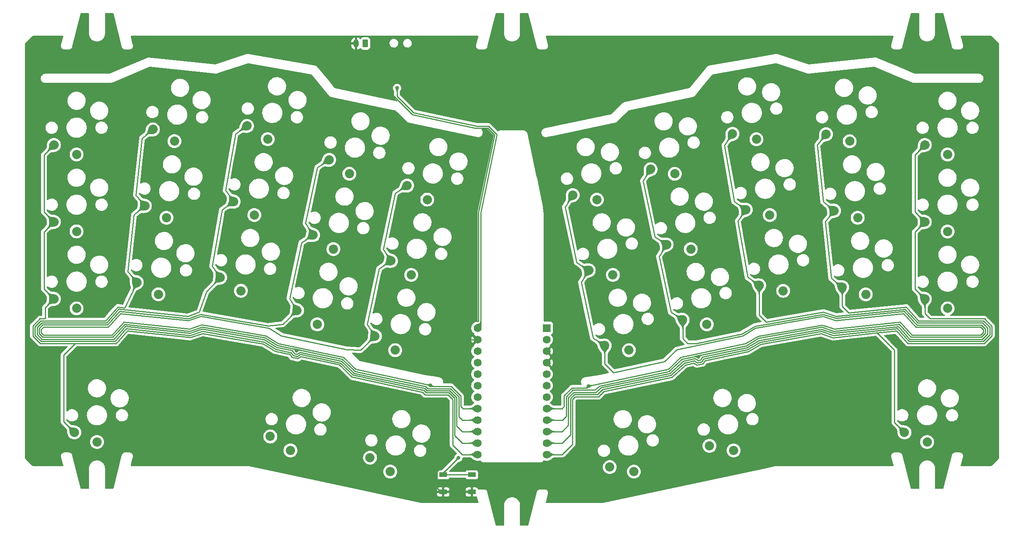
<source format=gtl>
G04 #@! TF.GenerationSoftware,KiCad,Pcbnew,(6.0.4-0)*
G04 #@! TF.CreationDate,2022-11-11T23:09:07+01:00*
G04 #@! TF.ProjectId,The-ENDGAME-MX-BAD,5468652d-454e-4444-9741-4d452d4d582d,0_1*
G04 #@! TF.SameCoordinates,Original*
G04 #@! TF.FileFunction,Copper,L1,Top*
G04 #@! TF.FilePolarity,Positive*
%FSLAX46Y46*%
G04 Gerber Fmt 4.6, Leading zero omitted, Abs format (unit mm)*
G04 Created by KiCad (PCBNEW (6.0.4-0)) date 2022-11-11 23:09:07*
%MOMM*%
%LPD*%
G01*
G04 APERTURE LIST*
G04 Aperture macros list*
%AMRoundRect*
0 Rectangle with rounded corners*
0 $1 Rounding radius*
0 $2 $3 $4 $5 $6 $7 $8 $9 X,Y pos of 4 corners*
0 Add a 4 corners polygon primitive as box body*
4,1,4,$2,$3,$4,$5,$6,$7,$8,$9,$2,$3,0*
0 Add four circle primitives for the rounded corners*
1,1,$1+$1,$2,$3*
1,1,$1+$1,$4,$5*
1,1,$1+$1,$6,$7*
1,1,$1+$1,$8,$9*
0 Add four rect primitives between the rounded corners*
20,1,$1+$1,$2,$3,$4,$5,0*
20,1,$1+$1,$4,$5,$6,$7,0*
20,1,$1+$1,$6,$7,$8,$9,0*
20,1,$1+$1,$8,$9,$2,$3,0*%
G04 Aperture macros list end*
G04 #@! TA.AperFunction,ComponentPad*
%ADD10C,2.032000*%
G04 #@! TD*
G04 #@! TA.AperFunction,SMDPad,CuDef*
%ADD11R,1.700000X1.000000*%
G04 #@! TD*
G04 #@! TA.AperFunction,ComponentPad*
%ADD12R,1.752600X1.752600*%
G04 #@! TD*
G04 #@! TA.AperFunction,ComponentPad*
%ADD13C,1.752600*%
G04 #@! TD*
G04 #@! TA.AperFunction,ComponentPad*
%ADD14RoundRect,0.250000X0.350000X0.625000X-0.350000X0.625000X-0.350000X-0.625000X0.350000X-0.625000X0*%
G04 #@! TD*
G04 #@! TA.AperFunction,ComponentPad*
%ADD15O,1.200000X1.750000*%
G04 #@! TD*
G04 #@! TA.AperFunction,ViaPad*
%ADD16C,0.800000*%
G04 #@! TD*
G04 #@! TA.AperFunction,Conductor*
%ADD17C,0.250000*%
G04 #@! TD*
G04 APERTURE END LIST*
D10*
X103766277Y-97502750D03*
X99312154Y-94409081D03*
X239307659Y-110610589D03*
X234307659Y-108510589D03*
X239307660Y-76610588D03*
X234307660Y-74510588D03*
X47106660Y-76602588D03*
X42106660Y-74502588D03*
X116319783Y-146658259D03*
X111865660Y-143564590D03*
X168995011Y-119838140D03*
X163667658Y-118823588D03*
X117419787Y-119833256D03*
X112965664Y-116739587D03*
X89277078Y-73235457D03*
X84717700Y-70299120D03*
X197137323Y-73244979D03*
X191848623Y-72045123D03*
X66930747Y-90583856D03*
X62177647Y-87972718D03*
X51610658Y-140109589D03*
X46610658Y-138009589D03*
X179119014Y-80883119D03*
X173791661Y-79868567D03*
X100231787Y-114131258D03*
X95777664Y-111037589D03*
X217709694Y-73685849D03*
X212517575Y-72119996D03*
X47106663Y-93602586D03*
X42106663Y-91502586D03*
X124488784Y-86576243D03*
X120034661Y-83482574D03*
X234805660Y-140111587D03*
X229805660Y-138011587D03*
X200089337Y-89986708D03*
X194800637Y-88786852D03*
X221263658Y-107499588D03*
X216071539Y-105933735D03*
X120954278Y-103204749D03*
X116500155Y-100111080D03*
X203041360Y-106728447D03*
X197752660Y-105528591D03*
X165460514Y-103209628D03*
X160133161Y-102195076D03*
X47106660Y-110602588D03*
X42106660Y-108502588D03*
X65153756Y-107490724D03*
X60400656Y-104879586D03*
X186188014Y-114140141D03*
X180860661Y-113125589D03*
X192107011Y-141984139D03*
X186779658Y-140969587D03*
X219486679Y-90592725D03*
X214294560Y-89026872D03*
D11*
X134331031Y-151156408D03*
X128031031Y-151156408D03*
X128031031Y-147356408D03*
X134331031Y-147356408D03*
D10*
X161926015Y-86581121D03*
X156598662Y-85566569D03*
X68707731Y-73676987D03*
X63954631Y-71065849D03*
X239307661Y-93610587D03*
X234307661Y-91510587D03*
X83373037Y-106718930D03*
X78813659Y-103782593D03*
X182653512Y-97511630D03*
X177326159Y-96497078D03*
X94308786Y-141983265D03*
X89854663Y-138889596D03*
X86325059Y-89977192D03*
X81765681Y-87040855D03*
X107300782Y-80874245D03*
X102846659Y-77780576D03*
X170093012Y-146662142D03*
X164765659Y-145647590D03*
D12*
X150832657Y-114940588D03*
D13*
X150832657Y-117480588D03*
X150832657Y-120020588D03*
X150832657Y-122560588D03*
X150832657Y-125100588D03*
X150832657Y-127640588D03*
X150832657Y-130180588D03*
X150832657Y-132720588D03*
X150832657Y-135260588D03*
X150832657Y-137800588D03*
X150832657Y-140340588D03*
X150832657Y-142880588D03*
X135592657Y-142880588D03*
X135592657Y-140340588D03*
X135592657Y-137800588D03*
X135592657Y-135260588D03*
X135592657Y-132720588D03*
X135592657Y-130180588D03*
X135592657Y-127640588D03*
X135592657Y-125100588D03*
X135592657Y-122560588D03*
X135592657Y-120020588D03*
X135592657Y-117480588D03*
X135592657Y-114940588D03*
D14*
X110820032Y-52103408D03*
D15*
X108820032Y-52103408D03*
D16*
X95642381Y-119934835D03*
X156052885Y-126305603D03*
X248173886Y-108487603D03*
X153651886Y-90747603D03*
X127705886Y-115157603D03*
X152828000Y-108422000D03*
X129721031Y-143570406D03*
X157033886Y-107659603D03*
X198750886Y-111417603D03*
X135024886Y-82777603D03*
X248682886Y-90952603D03*
X131798886Y-99705603D03*
X111363886Y-103041603D03*
X131367029Y-143599408D03*
X117831531Y-61926907D03*
X125184150Y-127586111D03*
X160111031Y-127773405D03*
X184322828Y-121343315D03*
D17*
X74917720Y-116121013D02*
X72195722Y-117024012D01*
X39330565Y-112862948D02*
X39036566Y-112862947D01*
X40173565Y-110435686D02*
X40173565Y-112865948D01*
X130103471Y-130694001D02*
X129088109Y-129678640D01*
X39055564Y-118323946D02*
X46821492Y-118323946D01*
X94203281Y-120768410D02*
X93622720Y-120645012D01*
X105091377Y-123054631D02*
X105089836Y-123052260D01*
X135592658Y-142880587D02*
X132210211Y-142880584D01*
X124019638Y-129678638D02*
X123413000Y-129072000D01*
X96618100Y-121251537D02*
X95926628Y-121700583D01*
X42106658Y-91502591D02*
X39902962Y-89298890D01*
X94629603Y-121424892D02*
X94203281Y-120768410D01*
X37461565Y-114437945D02*
X37461567Y-116729946D01*
X95926628Y-121700583D02*
X94629603Y-121424892D01*
X58291722Y-115537011D02*
X55864565Y-118323946D01*
X107888032Y-125755101D02*
X105091377Y-123054631D01*
X39902966Y-106298895D02*
X42106660Y-108502590D01*
X42106662Y-108502591D02*
X40173565Y-110435686D01*
X105089836Y-123052260D02*
X96618100Y-121251537D01*
X44240032Y-135638962D02*
X44240031Y-120905406D01*
X123413000Y-129072000D02*
X107888032Y-125755101D01*
X129088109Y-129678640D02*
X124019638Y-129678638D01*
X55864565Y-118323946D02*
X46821492Y-118323946D01*
X44240031Y-120905406D02*
X46821492Y-118323946D01*
X130103471Y-140773846D02*
X130103471Y-130694001D01*
X72195722Y-117024012D02*
X58291722Y-115537011D01*
X39902962Y-89298890D02*
X39902965Y-76706282D01*
X40173565Y-112865948D02*
X39333565Y-112865946D01*
X39902965Y-76706282D02*
X42106655Y-74502588D01*
X93622720Y-120645012D02*
X90937720Y-120058011D01*
X46610658Y-138009588D02*
X44240032Y-135638962D01*
X39333565Y-112865946D02*
X39330565Y-112862948D01*
X132210211Y-142880584D02*
X130103471Y-140773846D01*
X39036566Y-112862947D02*
X37461565Y-114437945D01*
X90937720Y-120058011D02*
X88273721Y-118425011D01*
X88273721Y-118425011D02*
X74917720Y-116121013D01*
X42106658Y-91502591D02*
X39902962Y-93706284D01*
X37461567Y-116729946D02*
X39055564Y-118323946D01*
X39902962Y-93706284D02*
X39902966Y-106298895D01*
X72153569Y-116557947D02*
X74875568Y-115643945D01*
X55603570Y-117870945D02*
X58074566Y-115053946D01*
X53507567Y-113337947D02*
X42209564Y-113334948D01*
X130552993Y-130507800D02*
X130552989Y-138682367D01*
X129274305Y-129229115D02*
X130552993Y-130507800D01*
X63954632Y-71065853D02*
X61533112Y-73026764D01*
X108109567Y-125339945D02*
X123672964Y-128648048D01*
X105321802Y-122638378D02*
X108109567Y-125339945D01*
X59756126Y-89933628D02*
X58439751Y-102458069D01*
X94915429Y-121017347D02*
X95835867Y-121212993D01*
X124255483Y-129229119D02*
X129274305Y-129229115D01*
X57732567Y-110454945D02*
X56191566Y-110300946D01*
X62177646Y-87972720D02*
X59756126Y-89933628D01*
X61533112Y-73026764D02*
X60216735Y-85551194D01*
X42209564Y-113334948D02*
X39219565Y-113334947D01*
X130552989Y-138682367D02*
X132211210Y-140340585D01*
X37919564Y-116546948D02*
X39240568Y-117867948D01*
X132211210Y-140340585D02*
X135592659Y-140340587D01*
X123672964Y-128648048D02*
X123742646Y-128719426D01*
X58439751Y-102458069D02*
X60400657Y-104879588D01*
X123742646Y-128719426D02*
X123745828Y-128719466D01*
X40092567Y-117867946D02*
X55603570Y-117870945D01*
X60216735Y-85551194D02*
X62177646Y-87972720D01*
X88429567Y-117985950D02*
X91085989Y-119616553D01*
X93284083Y-120110001D02*
X94493076Y-120366981D01*
X96519036Y-120769336D02*
X105319428Y-122639916D01*
X94493076Y-120366981D02*
X94915429Y-121017347D01*
X95835867Y-121212993D02*
X96519036Y-120769336D01*
X105319428Y-122639916D02*
X105321802Y-122638378D01*
X74875568Y-115643945D02*
X88429567Y-117985950D01*
X58074566Y-115053946D02*
X72153569Y-116557947D01*
X37919567Y-114634945D02*
X37919564Y-116546948D01*
X56191566Y-110300946D02*
X53507567Y-113337947D01*
X39219565Y-113334947D02*
X37919567Y-114634945D01*
X91085989Y-119616553D02*
X93284083Y-120110001D01*
X39240568Y-117867948D02*
X40092567Y-117867946D01*
X123745828Y-128719466D02*
X124255483Y-129229119D01*
X60400656Y-104879585D02*
X57732567Y-110454945D01*
X105548598Y-122225512D02*
X108350565Y-124927948D01*
X53714564Y-113789948D02*
X41533569Y-113787945D01*
X96431284Y-120287564D02*
X105548598Y-122225512D01*
X124441679Y-128779598D02*
X124814072Y-128779596D01*
X55362569Y-117411948D02*
X57883565Y-114577946D01*
X131002510Y-130321605D02*
X131002510Y-136555887D01*
X131002510Y-136555887D02*
X132247211Y-137800586D01*
X39437568Y-117414946D02*
X40489567Y-117414944D01*
X74170566Y-111450946D02*
X71687568Y-112379945D01*
X71687568Y-112379945D02*
X56375565Y-110778947D01*
X123893840Y-128231771D02*
X123934240Y-128272181D01*
X74837565Y-115178945D02*
X88581566Y-117551946D01*
X132247211Y-137800586D02*
X135592658Y-137800587D01*
X79975917Y-84484808D02*
X81765682Y-87040856D01*
X108350565Y-124927948D02*
X123893840Y-128231771D01*
X91261359Y-119190708D02*
X94637090Y-119912332D01*
X124814072Y-128779596D02*
X129460502Y-128779597D01*
X75743567Y-106963948D02*
X74170566Y-111450946D01*
X94637090Y-119912332D02*
X94753494Y-119937073D01*
X123934263Y-128272182D02*
X124441679Y-128779598D01*
X84717702Y-70299123D02*
X82161651Y-72088893D01*
X38379566Y-114831945D02*
X38379566Y-116356946D01*
X79209633Y-88830621D02*
X77023894Y-101226545D01*
X95759973Y-120723522D02*
X96431284Y-120287564D01*
X82161651Y-72088893D02*
X79975917Y-84484808D01*
X40489567Y-117414944D02*
X55362569Y-117411948D01*
X94753494Y-119937073D02*
X95184824Y-120601264D01*
X77023894Y-101226545D02*
X78813661Y-103782589D01*
X38379566Y-116356946D02*
X39437568Y-117414946D01*
X57883565Y-114577946D02*
X72097565Y-116080946D01*
X88581566Y-117551946D02*
X91261359Y-119190708D01*
X123934240Y-128272181D02*
X123934263Y-128272182D01*
X72097565Y-116080946D02*
X74837565Y-115178945D01*
X81765682Y-87040856D02*
X79209633Y-88830621D01*
X129460502Y-128779597D02*
X131002510Y-130321605D01*
X95184824Y-120601264D02*
X95759973Y-120723522D01*
X56375565Y-110778947D02*
X53714564Y-113789948D01*
X78813656Y-103782595D02*
X75743567Y-106963948D01*
X39423566Y-113787948D02*
X38379566Y-114831945D01*
X41533569Y-113787945D02*
X39423566Y-113787948D01*
X124120476Y-127819053D02*
X124120475Y-127822677D01*
X124627875Y-128330078D02*
X125754875Y-128330076D01*
X105770148Y-121808460D02*
X108570568Y-124513944D01*
X131452031Y-130135407D02*
X131452031Y-134500407D01*
X71736566Y-112856947D02*
X56627564Y-111266948D01*
X95966175Y-119724561D02*
X105770148Y-121808460D01*
X97627012Y-91814183D02*
X99312157Y-94409081D01*
X39627565Y-116959950D02*
X40812567Y-116959946D01*
X96717259Y-96094228D02*
X94092513Y-108442693D01*
X91438184Y-118758018D02*
X95442120Y-119626461D01*
X94092513Y-108442693D02*
X95777660Y-111037591D01*
X56627564Y-111266948D02*
X53913566Y-114246944D01*
X38834568Y-115026947D02*
X38834563Y-116166949D01*
X100251760Y-79465717D02*
X97627012Y-91814183D01*
X102846657Y-77780578D02*
X100251760Y-79465717D01*
X95642381Y-119934835D02*
X95966175Y-119724561D01*
X39611566Y-114249947D02*
X38834568Y-115026947D01*
X108570568Y-124513944D02*
X124120325Y-127819151D01*
X57704567Y-114100946D02*
X72033565Y-115611946D01*
X88751566Y-117124944D02*
X91438184Y-118758018D01*
X40812567Y-116959946D02*
X55091567Y-116961946D01*
X95442120Y-119626461D02*
X95642381Y-119934835D01*
X74802566Y-114714948D02*
X88751566Y-117124944D01*
X74455566Y-111892946D02*
X71736566Y-112856947D01*
X53913566Y-114246944D02*
X40983565Y-114249945D01*
X72033565Y-115611946D02*
X74802566Y-114714948D01*
X124120475Y-127822677D02*
X124627875Y-128330078D01*
X55091567Y-116961946D02*
X57704567Y-114100946D01*
X40983565Y-114249945D02*
X39611566Y-114249947D01*
X125754875Y-128330076D02*
X129646702Y-128330076D01*
X99312157Y-94409081D02*
X96717259Y-96094228D01*
X92568566Y-114117947D02*
X89364567Y-114490951D01*
X132212210Y-135260586D02*
X135592658Y-135260587D01*
X89364567Y-114490951D02*
X74455566Y-111892946D01*
X124120325Y-127819151D02*
X124120476Y-127819053D01*
X131452031Y-134500407D02*
X132212210Y-135260586D01*
X129646702Y-128330076D02*
X131452031Y-130135407D01*
X38834563Y-116166949D02*
X39627565Y-116959950D01*
X95777661Y-111037586D02*
X92568566Y-114117947D01*
X185750802Y-122169477D02*
X185334873Y-122809941D01*
X229805664Y-138011588D02*
X227602566Y-135808491D01*
X195336888Y-120152332D02*
X186073589Y-122100864D01*
X232102963Y-76715282D02*
X232102961Y-89305893D01*
X185334873Y-122809941D02*
X183985027Y-123096865D01*
X249071876Y-114532816D02*
X249071875Y-116632812D01*
X163434874Y-128949206D02*
X162259675Y-130124406D01*
X211429075Y-116153188D02*
X198103780Y-118514269D01*
X183985027Y-123096865D02*
X183320833Y-122665534D01*
X178494671Y-125818350D02*
X163434874Y-128949206D01*
X162259675Y-130124406D02*
X157157031Y-130124407D01*
X235446876Y-112882810D02*
X247421875Y-112882816D01*
X154241852Y-142880586D02*
X150832659Y-142880586D01*
X234307660Y-111743596D02*
X235446876Y-112882810D01*
X223775748Y-116014128D02*
X214057045Y-117050406D01*
X198103780Y-118514269D02*
X195336888Y-120152332D01*
X156538031Y-130743407D02*
X156538030Y-140584405D01*
X234307657Y-91510589D02*
X232102967Y-93715290D01*
X181472134Y-123058484D02*
X178494671Y-125818350D01*
X157157031Y-130124407D02*
X156538031Y-130743407D01*
X249071875Y-116632812D02*
X247364081Y-118335572D01*
X234307660Y-108510589D02*
X234307660Y-111743596D01*
X186073589Y-122100864D02*
X185750802Y-122169477D01*
X228070605Y-115556176D02*
X223775748Y-116014128D01*
X156538030Y-140584405D02*
X154241852Y-142880586D01*
X232102967Y-93715290D02*
X232102965Y-106305892D01*
X230561306Y-118327901D02*
X228070605Y-115556176D01*
X214057045Y-117050406D02*
X211429075Y-116153188D01*
X232102961Y-89305893D02*
X234307657Y-91510589D01*
X232102965Y-106305892D02*
X234307657Y-108510589D01*
X227602566Y-135808491D02*
X227602568Y-119840945D01*
X247421875Y-112882816D02*
X249071876Y-114532816D01*
X247364081Y-118335572D02*
X230561306Y-118327901D01*
X234307656Y-74510589D02*
X232102963Y-76715282D01*
X227602568Y-119840945D02*
X223775748Y-116014128D01*
X183320833Y-122665534D02*
X181472134Y-123058484D01*
X137814556Y-70781650D02*
X139335031Y-72310406D01*
X131987587Y-117480587D02*
X135592657Y-117480587D01*
X127523031Y-151156405D02*
X128031032Y-151156407D01*
X126647031Y-146644409D02*
X126647032Y-150280407D01*
X121225033Y-67781409D02*
X135055030Y-70745406D01*
X131990000Y-113428000D02*
X131655000Y-113763000D01*
X135764031Y-113428000D02*
X131990000Y-113428000D01*
X129721031Y-143570406D02*
X126647031Y-146644409D01*
X139335031Y-72310406D02*
X135764031Y-89413408D01*
X126647032Y-150280407D02*
X127523031Y-151156405D01*
X135228112Y-70781650D02*
X137814556Y-70781650D01*
X108820030Y-52103406D02*
X108820030Y-55376406D01*
X108820030Y-55376406D02*
X121225033Y-67781409D01*
X135764031Y-89413408D02*
X135764031Y-113428000D01*
X135055030Y-70745406D02*
X135228112Y-70781650D01*
X131655000Y-113763000D02*
X131655000Y-117148000D01*
X134331032Y-151156405D02*
X128031032Y-151156407D01*
X131655000Y-117148000D02*
X131987587Y-117480587D01*
X134331030Y-147356405D02*
X128031031Y-147356406D01*
X128031031Y-146935406D02*
X131367029Y-143599408D01*
X128031031Y-147356406D02*
X128031031Y-146935406D01*
X136256000Y-114277247D02*
X135592660Y-114940587D01*
X117831531Y-63752189D02*
X121448668Y-67369327D01*
X121448668Y-67369327D02*
X135414307Y-70332131D01*
X136256031Y-89469406D02*
X136256000Y-89469437D01*
X138000754Y-70332129D02*
X139885031Y-72216406D01*
X139885031Y-72216406D02*
X136256031Y-89469406D01*
X135414307Y-70332131D02*
X138000754Y-70332129D01*
X136256000Y-89469437D02*
X136256000Y-114277247D01*
X117831531Y-61926907D02*
X117831531Y-63752189D01*
X108732568Y-124041945D02*
X105987566Y-121392945D01*
X71996568Y-115148946D02*
X57524566Y-113627946D01*
X109788568Y-119818948D02*
X112965660Y-116739593D01*
X111262866Y-114117514D02*
X112965661Y-116739592D01*
X74580567Y-112379945D02*
X89525565Y-114987945D01*
X54109566Y-114702946D02*
X56820565Y-111742946D01*
X116500155Y-100111087D02*
X113878082Y-101813878D01*
X74754565Y-114245945D02*
X71996568Y-115148946D01*
X92270566Y-116633944D02*
X106707570Y-119700943D01*
X120034657Y-83482571D02*
X117412582Y-85185366D01*
X39302566Y-115235948D02*
X39836567Y-114701946D01*
X129784748Y-127832406D02*
X131901551Y-129949210D01*
X132399211Y-132720586D02*
X135592657Y-132720586D01*
X91610569Y-118331948D02*
X88913564Y-116693947D01*
X125184150Y-127586111D02*
X125430446Y-127832408D01*
X88913564Y-116693947D02*
X74754565Y-114245945D01*
X56820565Y-111742946D02*
X71788567Y-113315945D01*
X131901551Y-129949210D02*
X131901552Y-132222927D01*
X113878082Y-101813878D02*
X111262866Y-114117514D01*
X117412582Y-85185366D02*
X114797364Y-97489012D01*
X106707570Y-119700943D02*
X109788568Y-119818948D01*
X125184150Y-127586111D02*
X108732568Y-124041945D01*
X39836567Y-114701946D02*
X40627565Y-114701949D01*
X39302567Y-115979944D02*
X39302566Y-115235948D01*
X131901552Y-132222927D02*
X132399211Y-132720586D01*
X89525565Y-114987945D02*
X92270566Y-116633944D01*
X54893564Y-116506945D02*
X39827566Y-116504945D01*
X114797364Y-97489012D02*
X116500155Y-100111087D01*
X105987566Y-121392945D02*
X91610569Y-118331948D01*
X39827566Y-116504945D02*
X39302567Y-115979944D01*
X57524566Y-113627946D02*
X54893564Y-116506945D01*
X40627565Y-114701949D02*
X54109566Y-114702946D01*
X71788567Y-113315945D02*
X74580567Y-112379945D01*
X125430446Y-127832408D02*
X129784748Y-127832406D01*
X156598667Y-85566567D02*
X154890718Y-88196572D01*
X180446875Y-121407815D02*
X194721877Y-118382816D01*
X196846873Y-115007815D02*
X194121877Y-116632812D01*
X163667657Y-122853602D02*
X163667660Y-118823586D01*
X214621876Y-113307814D02*
X211821876Y-112382816D01*
X177671873Y-124057816D02*
X180446875Y-121407815D01*
X159727030Y-128157406D02*
X156409031Y-128157406D01*
X160111031Y-127773405D02*
X177671873Y-124057816D01*
X161067308Y-117134894D02*
X163667659Y-118823585D01*
X246596875Y-114707814D02*
X232296874Y-114707815D01*
X194721877Y-118382816D02*
X197471876Y-116757814D01*
X154684029Y-129882407D02*
X154684032Y-132282406D01*
X176821875Y-122357813D02*
X165571877Y-124757815D01*
X154245851Y-132720587D02*
X150832659Y-132720585D01*
X247196876Y-115307819D02*
X246596875Y-114707814D01*
X194121877Y-116632812D02*
X179546875Y-119732815D01*
X231471875Y-116507814D02*
X246596876Y-116507817D01*
X211621874Y-114257814D02*
X214371874Y-115157814D01*
X157503160Y-100487132D02*
X160133159Y-102195076D01*
X214371874Y-115157814D02*
X228846878Y-113632816D01*
X229596876Y-111732815D02*
X214621876Y-113307814D01*
X154684032Y-132282406D02*
X154245851Y-132720587D01*
X228846878Y-113632816D02*
X231471875Y-116507814D01*
X232296874Y-114707815D02*
X229596876Y-111732815D01*
X247196877Y-115907811D02*
X247196876Y-115307819D01*
X211821876Y-112382816D02*
X196846873Y-115007815D01*
X179546875Y-119732815D02*
X176821875Y-122357813D01*
X154890718Y-88196572D02*
X157503160Y-100487132D01*
X160111031Y-127773405D02*
X159727030Y-128157406D01*
X156409031Y-128157406D02*
X154684029Y-129882407D01*
X158444472Y-104795428D02*
X161067308Y-117134894D01*
X197471876Y-116757814D02*
X211621874Y-114257814D01*
X160133159Y-102195076D02*
X158444472Y-104795428D01*
X165571877Y-124757815D02*
X163667657Y-122853602D01*
X246596876Y-116507817D02*
X247196877Y-115907811D01*
X232521876Y-114257817D02*
X229771876Y-111257815D01*
X184322828Y-121343315D02*
X183996657Y-121131496D01*
X154295852Y-135260587D02*
X150832659Y-135260584D01*
X229771876Y-111257815D02*
X214671874Y-112807814D01*
X180871879Y-117232814D02*
X180871876Y-113136804D01*
X247671876Y-115107812D02*
X246821875Y-114257816D01*
X181971877Y-118332815D02*
X180871879Y-117232814D01*
X184528909Y-121025967D02*
X184322828Y-121343315D01*
X214671874Y-112807814D02*
X211846877Y-111907814D01*
X174723472Y-94806869D02*
X177326159Y-96497076D01*
X175635955Y-99099768D02*
X178257969Y-111435380D01*
X246821875Y-114257816D02*
X232521876Y-114257817D01*
X180871876Y-113136804D02*
X180860664Y-113125591D01*
X197621875Y-117207817D02*
X211571874Y-114732814D01*
X155145031Y-134411406D02*
X154295852Y-135260587D01*
X196796876Y-114507815D02*
X193946874Y-116207814D01*
X231246878Y-116957819D02*
X246796873Y-116957812D01*
X193946874Y-116207814D02*
X183896877Y-118332814D01*
X183996657Y-121131496D02*
X180695410Y-121833200D01*
X247671877Y-116082813D02*
X247671876Y-115107812D01*
X214171879Y-115632812D02*
X228671876Y-114107811D01*
X183896877Y-118332814D02*
X181971877Y-118332815D01*
X211846877Y-111907814D02*
X196796876Y-114507815D01*
X173791661Y-79868567D02*
X172101454Y-82471257D01*
X180695410Y-121833200D02*
X177820382Y-124540104D01*
X156655032Y-128610408D02*
X155145031Y-130120407D01*
X194846876Y-118832816D02*
X184528909Y-121025967D01*
X172101454Y-82471257D02*
X174723472Y-94806869D01*
X178257969Y-111435380D02*
X180860664Y-113125591D01*
X211571874Y-114732814D02*
X214171879Y-115632812D01*
X194846876Y-118832816D02*
X197621875Y-117207817D01*
X155145031Y-130120407D02*
X155145031Y-134411406D01*
X177820382Y-124540104D02*
X162579876Y-127718208D01*
X246796873Y-116957812D02*
X247671877Y-116082813D01*
X228671876Y-114107811D02*
X231246878Y-116957819D01*
X161417030Y-128610406D02*
X156655032Y-128610408D01*
X177326159Y-96497076D02*
X175635955Y-99099768D01*
X162579876Y-127718208D02*
X161417030Y-128610406D01*
X197746878Y-105534373D02*
X197746876Y-112057816D01*
X194985319Y-119296732D02*
X185236731Y-121338188D01*
X184177306Y-122125667D02*
X183513116Y-121694330D01*
X197746876Y-112057816D02*
X199296873Y-113607815D01*
X247021876Y-113807814D02*
X248171875Y-114957813D01*
X197752662Y-105528590D02*
X197746878Y-105534373D01*
X192256991Y-87005769D02*
X194800641Y-88786853D01*
X190067543Y-74588773D02*
X192256991Y-87005769D01*
X214152046Y-116112154D02*
X211515919Y-115205425D01*
X193019558Y-91330503D02*
X195209013Y-103747508D01*
X195209013Y-103747508D02*
X197752661Y-105528587D01*
X248146877Y-116257814D02*
X246971876Y-117432814D01*
X211871875Y-111432815D02*
X214721878Y-112332816D01*
X248171875Y-114957813D02*
X248146877Y-116257814D01*
X155606032Y-136413406D02*
X154218850Y-137800588D01*
X191848622Y-72045122D02*
X190067543Y-74588773D01*
X211515919Y-115205425D02*
X197754521Y-117655113D01*
X185236731Y-121338188D02*
X185207384Y-121344426D01*
X162877875Y-128129207D02*
X161635031Y-129157407D01*
X194800641Y-88786853D02*
X193019558Y-91330503D01*
X178017994Y-124988826D02*
X162877875Y-128129207D01*
X181028615Y-122222427D02*
X178017994Y-124988826D01*
X185207384Y-121344426D02*
X184783756Y-121996758D01*
X199296873Y-113607815D02*
X211871875Y-111432815D01*
X156780032Y-129157408D02*
X155606032Y-130331407D01*
X155606032Y-130331407D02*
X155606032Y-136413406D01*
X154218850Y-137800588D02*
X150832657Y-137800586D01*
X184783756Y-121996758D02*
X184177306Y-122125667D01*
X230971876Y-117407812D02*
X228459127Y-114594378D01*
X246971876Y-117432814D02*
X230971876Y-117407812D01*
X232721875Y-113807814D02*
X247021876Y-113807814D01*
X214721878Y-112332816D02*
X229946876Y-110782811D01*
X197754521Y-117655113D02*
X194985319Y-119296732D01*
X229946876Y-110782811D02*
X232721875Y-113807814D01*
X228459127Y-114594378D02*
X214152046Y-116112154D01*
X161635031Y-129157407D02*
X156780032Y-129157408D01*
X183513116Y-121694330D02*
X181028615Y-122222427D01*
X178221229Y-125415901D02*
X163114876Y-128539209D01*
X156068032Y-130551406D02*
X156068030Y-138540406D01*
X247746874Y-117307815D02*
X247171877Y-117882817D01*
X212517575Y-72119997D02*
X210557273Y-74540764D01*
X197928410Y-118088425D02*
X195166912Y-119718186D01*
X211873784Y-87066561D02*
X214294557Y-89026866D01*
X154267851Y-140340587D02*
X150832658Y-140340588D01*
X216071875Y-105934073D02*
X216071876Y-110132811D01*
X230771794Y-117875244D02*
X228255086Y-115077358D01*
X216071876Y-110132811D02*
X217496876Y-111557814D01*
X248621876Y-116432818D02*
X247746874Y-117307815D01*
X230171881Y-110307814D02*
X232921873Y-113357817D01*
X156983031Y-129636404D02*
X156068032Y-130551406D01*
X156068030Y-138540406D02*
X154267851Y-140340587D01*
X246546878Y-117882813D02*
X230771794Y-117875244D01*
X162017677Y-129636406D02*
X156983031Y-129636404D01*
X214294557Y-89026866D02*
X212334254Y-91447639D01*
X185479091Y-121756950D02*
X185055462Y-122409281D01*
X248621876Y-114732816D02*
X248621876Y-116432818D01*
X247246878Y-113357813D02*
X248621876Y-114732816D01*
X212334254Y-91447639D02*
X213650771Y-103973433D01*
X183411040Y-122176079D02*
X181251415Y-122645346D01*
X216071542Y-105933735D02*
X216071875Y-105934073D01*
X217496876Y-111557814D02*
X230171881Y-110307814D01*
X185055462Y-122409281D02*
X184087098Y-122615118D01*
X232921873Y-113357817D02*
X247246878Y-113357813D01*
X181251415Y-122645346D02*
X178221229Y-125415901D01*
X163114876Y-128539209D02*
X162017677Y-129636406D01*
X195166912Y-119718186D02*
X185479091Y-121756950D01*
X184087098Y-122615118D02*
X183411040Y-122176079D01*
X211473577Y-115679589D02*
X197928410Y-118088425D01*
X247171877Y-117882817D02*
X246546878Y-117882813D01*
X214096804Y-116573726D02*
X211473577Y-115679589D01*
X213650771Y-103973433D02*
X216071538Y-105933731D01*
X228255086Y-115077358D02*
X214096804Y-116573726D01*
X210557273Y-74540764D02*
X211873784Y-87066561D01*
G04 #@! TA.AperFunction,Conductor*
G36*
X135216869Y-137017862D02*
G01*
X135809305Y-137587580D01*
X136022037Y-137792155D01*
X136025625Y-137800359D01*
X136022037Y-137809021D01*
X135309054Y-138494661D01*
X135216867Y-138583313D01*
X135208528Y-138586578D01*
X135203157Y-138585152D01*
X135046888Y-138499954D01*
X135045969Y-138499397D01*
X134910366Y-138408296D01*
X134909695Y-138407809D01*
X134793551Y-138317209D01*
X134793251Y-138316967D01*
X134688412Y-138229487D01*
X134688305Y-138229400D01*
X134587026Y-138148041D01*
X134586832Y-138147885D01*
X134480621Y-138075074D01*
X134480297Y-138074907D01*
X134361995Y-138013933D01*
X134361990Y-138013931D01*
X134361606Y-138013733D01*
X134361191Y-138013593D01*
X134222060Y-137966704D01*
X134222058Y-137966703D01*
X134221650Y-137966566D01*
X134221233Y-137966491D01*
X134221228Y-137966490D01*
X134052974Y-137936346D01*
X134052966Y-137936345D01*
X134052614Y-137936282D01*
X133979438Y-137932487D01*
X133857453Y-137926161D01*
X133849368Y-137922311D01*
X133846359Y-137914477D01*
X133846360Y-137686696D01*
X133849787Y-137678423D01*
X133857454Y-137675012D01*
X133986074Y-137668341D01*
X134052615Y-137664890D01*
X134052967Y-137664827D01*
X134052975Y-137664826D01*
X134221221Y-137634683D01*
X134221651Y-137634606D01*
X134361607Y-137587440D01*
X134361989Y-137587243D01*
X134361994Y-137587241D01*
X134480298Y-137526265D01*
X134480622Y-137526098D01*
X134586833Y-137453287D01*
X134688379Y-137371714D01*
X134793252Y-137284206D01*
X134793552Y-137283964D01*
X134909697Y-137193364D01*
X134910368Y-137192877D01*
X135045971Y-137101777D01*
X135046890Y-137101220D01*
X135203159Y-137016023D01*
X135212063Y-137015071D01*
X135216869Y-137017862D01*
G37*
G04 #@! TD.AperFunction*
G04 #@! TA.AperFunction,Conductor*
G36*
X42462045Y-74146882D02*
G01*
X42465633Y-74155544D01*
X42440251Y-75453726D01*
X42436663Y-75461930D01*
X42431833Y-75464728D01*
X42230652Y-75523483D01*
X42229553Y-75523746D01*
X42041834Y-75559318D01*
X42040973Y-75559448D01*
X41948618Y-75569845D01*
X41869683Y-75578730D01*
X41869258Y-75578770D01*
X41709893Y-75590851D01*
X41558425Y-75604824D01*
X41558416Y-75604825D01*
X41558212Y-75604844D01*
X41409974Y-75629885D01*
X41409625Y-75629991D01*
X41409620Y-75629992D01*
X41339728Y-75651179D01*
X41260730Y-75675127D01*
X41106028Y-75749721D01*
X40941417Y-75862819D01*
X40771177Y-76015734D01*
X40770697Y-76016165D01*
X40762253Y-76019144D01*
X40754606Y-76015734D01*
X40593511Y-75854639D01*
X40590084Y-75846366D01*
X40593080Y-75838548D01*
X40673036Y-75749532D01*
X40746425Y-75667826D01*
X40820920Y-75559401D01*
X40859276Y-75503575D01*
X40859278Y-75503572D01*
X40859523Y-75503215D01*
X40934118Y-75348513D01*
X40979359Y-75199268D01*
X41004401Y-75051030D01*
X41018395Y-74899348D01*
X41030476Y-74739984D01*
X41030516Y-74739559D01*
X41049798Y-74568273D01*
X41049930Y-74567404D01*
X41085501Y-74379692D01*
X41085765Y-74378590D01*
X41144522Y-74177410D01*
X41150131Y-74170429D01*
X41155524Y-74168992D01*
X41336941Y-74165446D01*
X42453706Y-74143617D01*
X42462045Y-74146882D01*
G37*
G04 #@! TD.AperFunction*
G04 #@! TA.AperFunction,Conductor*
G36*
X234658548Y-108367471D02*
G01*
X235216101Y-108947257D01*
X235219366Y-108955596D01*
X235217929Y-108960989D01*
X235117222Y-109144787D01*
X235116630Y-109145753D01*
X235009042Y-109303647D01*
X235008520Y-109304355D01*
X234901036Y-109439109D01*
X234900769Y-109439431D01*
X234796625Y-109560660D01*
X234699264Y-109677810D01*
X234699136Y-109677990D01*
X234612360Y-109800042D01*
X234612355Y-109800050D01*
X234612151Y-109800337D01*
X234538610Y-109937859D01*
X234481965Y-110099996D01*
X234445540Y-110296366D01*
X234445520Y-110296741D01*
X234433254Y-110525515D01*
X234429389Y-110533593D01*
X234421571Y-110536589D01*
X234193749Y-110536589D01*
X234185476Y-110533162D01*
X234182066Y-110525515D01*
X234169799Y-110296741D01*
X234169779Y-110296366D01*
X234133354Y-110099996D01*
X234076709Y-109937860D01*
X234003168Y-109800337D01*
X234002964Y-109800050D01*
X234002959Y-109800042D01*
X233916183Y-109677991D01*
X233916182Y-109677990D01*
X233916055Y-109677811D01*
X233818694Y-109560661D01*
X233714550Y-109439432D01*
X233714283Y-109439110D01*
X233606799Y-109304357D01*
X233606277Y-109303649D01*
X233498689Y-109145754D01*
X233498689Y-109145753D01*
X233498687Y-109145750D01*
X233498097Y-109144788D01*
X233498097Y-109144787D01*
X233397390Y-108960991D01*
X233396420Y-108952089D01*
X233399218Y-108947259D01*
X233494110Y-108848583D01*
X233494111Y-108848582D01*
X234307659Y-108002590D01*
X234658548Y-108367471D01*
G37*
G04 #@! TD.AperFunction*
G04 #@! TA.AperFunction,Conductor*
G36*
X234657324Y-91152454D02*
G01*
X234657261Y-91152615D01*
X234663042Y-91154877D01*
X234666632Y-91163541D01*
X234659850Y-91510475D01*
X234659850Y-91510502D01*
X234652092Y-91907351D01*
X234643320Y-92356086D01*
X234641255Y-92461724D01*
X234637667Y-92469928D01*
X234632837Y-92472726D01*
X234431656Y-92531482D01*
X234430557Y-92531745D01*
X234242838Y-92567317D01*
X234241977Y-92567447D01*
X234149901Y-92577813D01*
X234070687Y-92586730D01*
X234070262Y-92586770D01*
X233910898Y-92598851D01*
X233759429Y-92612825D01*
X233759420Y-92612826D01*
X233759216Y-92612845D01*
X233610978Y-92637886D01*
X233610629Y-92637992D01*
X233610624Y-92637993D01*
X233540732Y-92659180D01*
X233461734Y-92683128D01*
X233307032Y-92757723D01*
X233306675Y-92757968D01*
X233306672Y-92757970D01*
X233233362Y-92808340D01*
X233142422Y-92870822D01*
X232972182Y-93023737D01*
X232971702Y-93024168D01*
X232963258Y-93027147D01*
X232955611Y-93023737D01*
X232794515Y-92862643D01*
X232791088Y-92854370D01*
X232794084Y-92846552D01*
X232940873Y-92683128D01*
X232947428Y-92675830D01*
X233060527Y-92511219D01*
X233135121Y-92356516D01*
X233180362Y-92207271D01*
X233205404Y-92059033D01*
X233219397Y-91907351D01*
X233231478Y-91747987D01*
X233231518Y-91747562D01*
X233250799Y-91576276D01*
X233250931Y-91575407D01*
X233263009Y-91511671D01*
X233263009Y-91511670D01*
X233286609Y-91387130D01*
X233347931Y-91177162D01*
X234655158Y-91151606D01*
X234657324Y-91152454D01*
G37*
G04 #@! TD.AperFunction*
G04 #@! TA.AperFunction,Conductor*
G36*
X212807706Y-87661228D02*
G01*
X212993520Y-87795887D01*
X213169051Y-87891160D01*
X213330703Y-87949175D01*
X213331151Y-87949261D01*
X213483487Y-87978498D01*
X213483493Y-87978499D01*
X213483859Y-87978569D01*
X213484230Y-87978592D01*
X213484236Y-87978593D01*
X213633691Y-87987965D01*
X213633699Y-87987965D01*
X213633903Y-87987978D01*
X213786217Y-87986040D01*
X213786218Y-87986040D01*
X213795322Y-87985775D01*
X213945989Y-87981397D01*
X213946361Y-87981392D01*
X214068784Y-87982296D01*
X214118755Y-87982665D01*
X214119634Y-87982705D01*
X214183364Y-87987978D01*
X214310054Y-87998461D01*
X214311168Y-87998607D01*
X214517386Y-88036013D01*
X214524915Y-88040861D01*
X214526908Y-88046075D01*
X214644827Y-88990127D01*
X214644828Y-88990136D01*
X214687841Y-89334494D01*
X214685466Y-89343128D01*
X214679639Y-89346292D01*
X214679743Y-89346493D01*
X214677676Y-89347564D01*
X213374939Y-89458788D01*
X213292005Y-89256379D01*
X213255518Y-89134993D01*
X213255518Y-89134990D01*
X213236839Y-89072848D01*
X213236618Y-89071997D01*
X213199540Y-88903677D01*
X213199456Y-88903259D01*
X213170784Y-88746033D01*
X213150491Y-88644207D01*
X213141013Y-88596645D01*
X213100613Y-88451837D01*
X213040019Y-88308139D01*
X212949663Y-88162081D01*
X212819978Y-88010194D01*
X212806978Y-87998460D01*
X212649628Y-87856437D01*
X212645782Y-87848350D01*
X212648374Y-87840390D01*
X212731404Y-87737856D01*
X212791747Y-87663339D01*
X212799617Y-87659066D01*
X212807706Y-87661228D01*
G37*
G04 #@! TD.AperFunction*
G04 #@! TA.AperFunction,Conductor*
G36*
X128382109Y-146423816D02*
G01*
X128542954Y-146584661D01*
X128546381Y-146592934D01*
X128543428Y-146600705D01*
X128494265Y-146656041D01*
X128494033Y-146656395D01*
X128494029Y-146656400D01*
X128477819Y-146681115D01*
X128454828Y-146716168D01*
X128430409Y-146773987D01*
X128418975Y-146830645D01*
X128418493Y-146887288D01*
X128426932Y-146945063D01*
X128427009Y-146945364D01*
X128427009Y-146945365D01*
X128442214Y-147004941D01*
X128442219Y-147004959D01*
X128442259Y-147005115D01*
X128462440Y-147068591D01*
X128485444Y-147136638D01*
X128509238Y-147210402D01*
X128003525Y-147595046D01*
X127994867Y-147597325D01*
X127987131Y-147592815D01*
X127986086Y-147591172D01*
X127794835Y-147226578D01*
X127681560Y-147010637D01*
X127680752Y-147001719D01*
X127683814Y-146996766D01*
X127755937Y-146927449D01*
X127756308Y-146927108D01*
X127826009Y-146865672D01*
X127826357Y-146865378D01*
X127889990Y-146813927D01*
X127890305Y-146813681D01*
X127950367Y-146768423D01*
X127950531Y-146768301D01*
X128009623Y-146725373D01*
X128070061Y-146681115D01*
X128070075Y-146681105D01*
X128134166Y-146631859D01*
X128134252Y-146631793D01*
X128204659Y-146573631D01*
X128204771Y-146573531D01*
X128283652Y-146502938D01*
X128283677Y-146502914D01*
X128283746Y-146502853D01*
X128283822Y-146502780D01*
X128365707Y-146423674D01*
X128374038Y-146420391D01*
X128382109Y-146423816D01*
G37*
G04 #@! TD.AperFunction*
G04 #@! TA.AperFunction,Conductor*
G36*
X232971698Y-106997012D02*
G01*
X233142419Y-107150357D01*
X233154325Y-107158537D01*
X233306669Y-107263208D01*
X233306672Y-107263210D01*
X233307029Y-107263455D01*
X233461731Y-107338049D01*
X233540723Y-107361995D01*
X233610622Y-107383184D01*
X233610627Y-107383185D01*
X233610976Y-107383291D01*
X233759213Y-107408332D01*
X233759417Y-107408351D01*
X233759426Y-107408352D01*
X233910895Y-107422325D01*
X234070259Y-107434406D01*
X234070684Y-107434446D01*
X234149619Y-107443331D01*
X234241974Y-107453728D01*
X234242835Y-107453858D01*
X234430553Y-107489431D01*
X234431653Y-107489694D01*
X234632834Y-107548450D01*
X234639815Y-107554059D01*
X234641252Y-107559452D01*
X234656974Y-108363672D01*
X234656975Y-108363674D01*
X234666869Y-108869798D01*
X233495724Y-108846904D01*
X233356522Y-108844183D01*
X233348318Y-108840595D01*
X233345520Y-108835765D01*
X233286764Y-108634584D01*
X233286500Y-108633482D01*
X233250929Y-108445770D01*
X233250797Y-108444901D01*
X233231516Y-108273615D01*
X233231476Y-108273190D01*
X233219395Y-108113826D01*
X233205422Y-107962357D01*
X233205421Y-107962348D01*
X233205402Y-107962144D01*
X233180361Y-107813906D01*
X233135119Y-107664662D01*
X233060526Y-107509959D01*
X233021982Y-107453859D01*
X232990701Y-107408332D01*
X232947427Y-107345348D01*
X232794083Y-107174627D01*
X232791104Y-107166184D01*
X232794514Y-107158537D01*
X232955608Y-106997443D01*
X232963881Y-106994016D01*
X232971698Y-106997012D01*
G37*
G04 #@! TD.AperFunction*
G04 #@! TA.AperFunction,Conductor*
G36*
X177593725Y-96074073D02*
G01*
X177593697Y-96074244D01*
X177599823Y-96075257D01*
X177605132Y-96082982D01*
X177670648Y-96423845D01*
X177670651Y-96423858D01*
X177738853Y-96778689D01*
X177850216Y-97358074D01*
X177848412Y-97366845D01*
X177844269Y-97370585D01*
X177659700Y-97469884D01*
X177658698Y-97470362D01*
X177571653Y-97506828D01*
X177482449Y-97544197D01*
X177481626Y-97544506D01*
X177411547Y-97567849D01*
X177318115Y-97598971D01*
X177317723Y-97599094D01*
X177164384Y-97644035D01*
X177164372Y-97644039D01*
X177164330Y-97644051D01*
X177018872Y-97689274D01*
X176946330Y-97717978D01*
X176879424Y-97744452D01*
X176879420Y-97744454D01*
X176879081Y-97744588D01*
X176742504Y-97819871D01*
X176606692Y-97924998D01*
X176469193Y-98069850D01*
X176468968Y-98070159D01*
X176334086Y-98255338D01*
X176326445Y-98260008D01*
X176318257Y-98258262D01*
X176127190Y-98134183D01*
X176122118Y-98126804D01*
X176123422Y-98118533D01*
X176237738Y-97919976D01*
X176237920Y-97919660D01*
X176279237Y-97819871D01*
X176314153Y-97735541D01*
X176314154Y-97735537D01*
X176314322Y-97735132D01*
X176325517Y-97689357D01*
X176355013Y-97568745D01*
X176355014Y-97568741D01*
X176355121Y-97568302D01*
X176357173Y-97544197D01*
X176368313Y-97413276D01*
X176368344Y-97412913D01*
X176362017Y-97262708D01*
X176344168Y-97111432D01*
X176322851Y-96953039D01*
X176322804Y-96952636D01*
X176306050Y-96781069D01*
X176305998Y-96780191D01*
X176305872Y-96774495D01*
X176301751Y-96588607D01*
X176318078Y-96370478D01*
X177589161Y-96074221D01*
X177591426Y-96073693D01*
X177593725Y-96074073D01*
G37*
G04 #@! TD.AperFunction*
G04 #@! TA.AperFunction,Conductor*
G36*
X214584686Y-104568094D02*
G01*
X214770499Y-104702753D01*
X214770832Y-104702934D01*
X214770834Y-104702935D01*
X214868367Y-104755872D01*
X214946031Y-104798025D01*
X215107683Y-104856040D01*
X215108131Y-104856126D01*
X215260467Y-104885362D01*
X215260473Y-104885363D01*
X215260839Y-104885433D01*
X215261210Y-104885456D01*
X215261216Y-104885457D01*
X215410670Y-104894829D01*
X215410678Y-104894829D01*
X215410882Y-104894842D01*
X215563196Y-104892904D01*
X215563197Y-104892904D01*
X215572301Y-104892639D01*
X215722968Y-104888261D01*
X215723340Y-104888256D01*
X215846119Y-104889162D01*
X215895734Y-104889528D01*
X215896613Y-104889568D01*
X215976065Y-104896142D01*
X216087032Y-104905325D01*
X216088146Y-104905471D01*
X216294364Y-104942876D01*
X216301893Y-104947724D01*
X216303886Y-104952938D01*
X216336620Y-105215003D01*
X216466328Y-106253430D01*
X215160480Y-106364920D01*
X215151946Y-106362209D01*
X215148659Y-106357698D01*
X215069202Y-106163773D01*
X215068823Y-106162705D01*
X215013818Y-105979712D01*
X215013597Y-105978861D01*
X214976520Y-105810540D01*
X214976436Y-105810122D01*
X214970085Y-105775293D01*
X214947764Y-105652897D01*
X214917992Y-105503509D01*
X214877593Y-105358701D01*
X214816999Y-105215003D01*
X214726643Y-105068945D01*
X214596957Y-104917058D01*
X214583957Y-104905324D01*
X214426608Y-104763302D01*
X214422762Y-104755215D01*
X214425354Y-104747256D01*
X214507744Y-104645512D01*
X214568727Y-104570205D01*
X214576597Y-104565932D01*
X214584686Y-104568094D01*
G37*
G04 #@! TD.AperFunction*
G04 #@! TA.AperFunction,Conductor*
G36*
X179239208Y-111922852D02*
G01*
X179438079Y-112037350D01*
X179438416Y-112037490D01*
X179438419Y-112037491D01*
X179622198Y-112113583D01*
X179622202Y-112113584D01*
X179622607Y-112113752D01*
X179623035Y-112113857D01*
X179623039Y-112113858D01*
X179788994Y-112154444D01*
X179788998Y-112154445D01*
X179789437Y-112154552D01*
X179789884Y-112154590D01*
X179789890Y-112154591D01*
X179913799Y-112165134D01*
X179944826Y-112167774D01*
X179945184Y-112167759D01*
X179945188Y-112167759D01*
X180052480Y-112163240D01*
X180095030Y-112161448D01*
X180095243Y-112161423D01*
X180095254Y-112161422D01*
X180196824Y-112149437D01*
X180246306Y-112143598D01*
X180404699Y-112122281D01*
X180405085Y-112122236D01*
X180576672Y-112105480D01*
X180577546Y-112105428D01*
X180607044Y-112104774D01*
X180768568Y-112101194D01*
X180769700Y-112101224D01*
X180877093Y-112109262D01*
X180978691Y-112116867D01*
X180986685Y-112120900D01*
X180989211Y-112125876D01*
X181286705Y-113402265D01*
X179991961Y-113651127D01*
X179991598Y-113651197D01*
X179990459Y-113649841D01*
X179972449Y-113616366D01*
X179887855Y-113459131D01*
X179887377Y-113458129D01*
X179850902Y-113371061D01*
X179813542Y-113281879D01*
X179813233Y-113281056D01*
X179758773Y-113117561D01*
X179758645Y-113117154D01*
X179713704Y-112963815D01*
X179713700Y-112963803D01*
X179713688Y-112963761D01*
X179668465Y-112818303D01*
X179613151Y-112678511D01*
X179537869Y-112541935D01*
X179432741Y-112406122D01*
X179287890Y-112268623D01*
X179189960Y-112197292D01*
X179102402Y-112133515D01*
X179097733Y-112125874D01*
X179099479Y-112117686D01*
X179110170Y-112101224D01*
X179223558Y-111926620D01*
X179230937Y-111921548D01*
X179239208Y-111922852D01*
G37*
G04 #@! TD.AperFunction*
G04 #@! TA.AperFunction,Conductor*
G36*
X125090300Y-127200805D02*
G01*
X125094215Y-127204437D01*
X125251286Y-127437634D01*
X125251288Y-127437635D01*
X125379664Y-127628230D01*
X124946568Y-127895954D01*
X124945039Y-127896899D01*
X124936200Y-127898334D01*
X124931420Y-127895954D01*
X124877430Y-127851193D01*
X124876997Y-127850815D01*
X124826291Y-127804154D01*
X124826062Y-127803936D01*
X124781612Y-127760361D01*
X124740378Y-127719915D01*
X124699300Y-127682643D01*
X124689487Y-127675041D01*
X124655469Y-127648687D01*
X124655459Y-127648680D01*
X124655215Y-127648491D01*
X124654955Y-127648330D01*
X124654949Y-127648326D01*
X124605235Y-127617570D01*
X124605233Y-127617569D01*
X124604960Y-127617400D01*
X124597318Y-127613798D01*
X124545653Y-127589447D01*
X124545646Y-127589444D01*
X124545372Y-127589315D01*
X124473288Y-127564179D01*
X124453453Y-127559151D01*
X124396484Y-127544708D01*
X124389306Y-127539353D01*
X124387921Y-127530903D01*
X124433317Y-127320174D01*
X124435817Y-127308573D01*
X124440909Y-127301208D01*
X124449304Y-127299519D01*
X124527313Y-127313399D01*
X124527557Y-127313421D01*
X124527559Y-127313421D01*
X124603056Y-127320148D01*
X124603065Y-127320148D01*
X124603353Y-127320174D01*
X124669219Y-127319115D01*
X124727818Y-127311475D01*
X124728111Y-127311405D01*
X124728116Y-127311404D01*
X124781837Y-127298555D01*
X124781839Y-127298554D01*
X124782054Y-127298503D01*
X124834835Y-127281452D01*
X124889066Y-127261572D01*
X124947469Y-127240181D01*
X124947818Y-127240059D01*
X124979638Y-127229531D01*
X125013238Y-127218414D01*
X125013774Y-127218252D01*
X125081415Y-127199690D01*
X125090300Y-127200805D01*
G37*
G04 #@! TD.AperFunction*
G04 #@! TA.AperFunction,Conductor*
G36*
X162046205Y-117620845D02*
G01*
X162245077Y-117735344D01*
X162245414Y-117735484D01*
X162245417Y-117735485D01*
X162429196Y-117811577D01*
X162429200Y-117811578D01*
X162429605Y-117811746D01*
X162430033Y-117811851D01*
X162430037Y-117811852D01*
X162595993Y-117852438D01*
X162595997Y-117852439D01*
X162596436Y-117852546D01*
X162596883Y-117852584D01*
X162596889Y-117852585D01*
X162721154Y-117863159D01*
X162751825Y-117865769D01*
X162752183Y-117865754D01*
X162752187Y-117865754D01*
X162859486Y-117861235D01*
X162902030Y-117859443D01*
X162902243Y-117859418D01*
X162902254Y-117859417D01*
X163003794Y-117847437D01*
X163053307Y-117841595D01*
X163211700Y-117820278D01*
X163212086Y-117820233D01*
X163383673Y-117803478D01*
X163384546Y-117803426D01*
X163414533Y-117802762D01*
X163575569Y-117799193D01*
X163576701Y-117799223D01*
X163688136Y-117807564D01*
X163785693Y-117814866D01*
X163793687Y-117818900D01*
X163796213Y-117823875D01*
X164093701Y-119100266D01*
X162798593Y-119349191D01*
X162798406Y-119349227D01*
X162797827Y-119348531D01*
X162775905Y-119307783D01*
X162775886Y-119307747D01*
X162694850Y-119157125D01*
X162694372Y-119156123D01*
X162657897Y-119069055D01*
X162620537Y-118979873D01*
X162620228Y-118979049D01*
X162565769Y-118815553D01*
X162565641Y-118815147D01*
X162520700Y-118661807D01*
X162520696Y-118661795D01*
X162520684Y-118661753D01*
X162475461Y-118516296D01*
X162420147Y-118376504D01*
X162344865Y-118239927D01*
X162239737Y-118104114D01*
X162094886Y-117966615D01*
X161996956Y-117895284D01*
X161909398Y-117831507D01*
X161904729Y-117823866D01*
X161906475Y-117815678D01*
X161906586Y-117815508D01*
X162030555Y-117624613D01*
X162037934Y-117619541D01*
X162046205Y-117620845D01*
G37*
G04 #@! TD.AperFunction*
G04 #@! TA.AperFunction,Conductor*
G36*
X62560764Y-87652026D02*
G01*
X62562831Y-87653097D01*
X62562751Y-87653251D01*
X62568267Y-87656109D01*
X62570928Y-87665096D01*
X62527915Y-88009447D01*
X62527913Y-88009468D01*
X62483408Y-88365767D01*
X62442779Y-88691035D01*
X62409993Y-88953515D01*
X62405567Y-88961300D01*
X62400471Y-88963577D01*
X62194253Y-89000981D01*
X62193139Y-89001127D01*
X62082226Y-89010305D01*
X62002720Y-89016883D01*
X62001841Y-89016923D01*
X61952224Y-89017289D01*
X61829448Y-89018195D01*
X61829076Y-89018190D01*
X61678409Y-89013812D01*
X61669304Y-89013547D01*
X61669303Y-89013547D01*
X61516990Y-89011608D01*
X61516786Y-89011621D01*
X61516778Y-89011621D01*
X61367323Y-89020993D01*
X61367317Y-89020994D01*
X61366946Y-89021017D01*
X61366580Y-89021087D01*
X61366574Y-89021088D01*
X61214238Y-89050325D01*
X61213790Y-89050411D01*
X61052139Y-89108425D01*
X60876607Y-89203698D01*
X60876301Y-89203920D01*
X60690794Y-89338357D01*
X60682084Y-89340437D01*
X60674835Y-89336246D01*
X60613852Y-89260939D01*
X60531462Y-89159196D01*
X60528919Y-89150611D01*
X60532716Y-89143149D01*
X60702778Y-88989652D01*
X60703066Y-88989392D01*
X60832751Y-88837505D01*
X60923107Y-88691447D01*
X60983701Y-88547749D01*
X61024100Y-88402941D01*
X61053872Y-88253553D01*
X61082546Y-88096319D01*
X61082628Y-88095909D01*
X61119706Y-87927589D01*
X61119927Y-87926738D01*
X61138605Y-87864597D01*
X61175093Y-87743208D01*
X61258027Y-87540800D01*
X62560764Y-87652026D01*
G37*
G04 #@! TD.AperFunction*
G04 #@! TA.AperFunction,Conductor*
G36*
X94785584Y-109279328D02*
G01*
X94849361Y-109366886D01*
X94920692Y-109464816D01*
X95058191Y-109609667D01*
X95194004Y-109714795D01*
X95330580Y-109790078D01*
X95330919Y-109790212D01*
X95330923Y-109790214D01*
X95470162Y-109845308D01*
X95470372Y-109845391D01*
X95615830Y-109890615D01*
X95615872Y-109890627D01*
X95615884Y-109890631D01*
X95769223Y-109935572D01*
X95769629Y-109935700D01*
X95933125Y-109990159D01*
X95933949Y-109990468D01*
X96023131Y-110027828D01*
X96110199Y-110064303D01*
X96111201Y-110064781D01*
X96261065Y-110145409D01*
X96295770Y-110164080D01*
X96301432Y-110171017D01*
X96301717Y-110176591D01*
X96054342Y-111463632D01*
X94769584Y-111164194D01*
X94753256Y-110946064D01*
X94757502Y-110754476D01*
X94757554Y-110753601D01*
X94774307Y-110582033D01*
X94774357Y-110581609D01*
X94795658Y-110423332D01*
X94795671Y-110423237D01*
X94813519Y-110271961D01*
X94817891Y-110168152D01*
X94819830Y-110122118D01*
X94819830Y-110122114D01*
X94819845Y-110121756D01*
X94806622Y-109966366D01*
X94806514Y-109965923D01*
X94765928Y-109799968D01*
X94765927Y-109799964D01*
X94765822Y-109799536D01*
X94761963Y-109790214D01*
X94689561Y-109615347D01*
X94689560Y-109615344D01*
X94689420Y-109615007D01*
X94574921Y-109416135D01*
X94573763Y-109407255D01*
X94578689Y-109400485D01*
X94769755Y-109276405D01*
X94778560Y-109274773D01*
X94785584Y-109279328D01*
G37*
G04 #@! TD.AperFunction*
G04 #@! TA.AperFunction,Conductor*
G36*
X77760827Y-102060024D02*
G01*
X77902325Y-102240683D01*
X78044796Y-102380648D01*
X78184195Y-102480972D01*
X78184602Y-102481178D01*
X78322983Y-102551274D01*
X78322992Y-102551278D01*
X78323316Y-102551442D01*
X78464953Y-102601844D01*
X78465149Y-102601897D01*
X78465160Y-102601901D01*
X78611874Y-102641957D01*
X78611895Y-102641962D01*
X78611901Y-102641964D01*
X78683495Y-102660260D01*
X78766745Y-102681535D01*
X78767156Y-102681648D01*
X78932482Y-102730378D01*
X78933315Y-102730658D01*
X79112018Y-102798291D01*
X79113057Y-102798743D01*
X79300970Y-102891537D01*
X79306871Y-102898273D01*
X79307350Y-102903834D01*
X79165799Y-103809801D01*
X79165798Y-103809817D01*
X79105034Y-104198722D01*
X77810610Y-103944295D01*
X77786680Y-103726868D01*
X77784240Y-103535243D01*
X77784262Y-103534364D01*
X77795015Y-103362355D01*
X77795049Y-103361930D01*
X77810826Y-103202880D01*
X77823367Y-103051295D01*
X77823367Y-103051285D01*
X77823385Y-103051073D01*
X77824466Y-102900739D01*
X77805827Y-102745906D01*
X77776528Y-102641964D01*
X77759353Y-102581037D01*
X77759351Y-102581033D01*
X77759230Y-102580602D01*
X77676435Y-102398852D01*
X77555065Y-102204098D01*
X77553598Y-102195264D01*
X77558284Y-102188326D01*
X77744904Y-102057654D01*
X77753647Y-102055716D01*
X77760827Y-102060024D01*
G37*
G04 #@! TD.AperFunction*
G04 #@! TA.AperFunction,Conductor*
G36*
X195082801Y-88373440D02*
G01*
X195082767Y-88373610D01*
X195088854Y-88374836D01*
X195093890Y-88382743D01*
X195222723Y-89207311D01*
X195294329Y-89665610D01*
X195292220Y-89674313D01*
X195287949Y-89677907D01*
X195100036Y-89770700D01*
X195098997Y-89771152D01*
X194920295Y-89838786D01*
X194919462Y-89839066D01*
X194754136Y-89887795D01*
X194753725Y-89887908D01*
X194670475Y-89909183D01*
X194598881Y-89927479D01*
X194598854Y-89927486D01*
X194452141Y-89967542D01*
X194452130Y-89967546D01*
X194451934Y-89967599D01*
X194310297Y-90018001D01*
X194309973Y-90018165D01*
X194309964Y-90018169D01*
X194198137Y-90074814D01*
X194171176Y-90088471D01*
X194031777Y-90188795D01*
X193889306Y-90328760D01*
X193889065Y-90329068D01*
X193747808Y-90509420D01*
X193740009Y-90513820D01*
X193731886Y-90511790D01*
X193545266Y-90381118D01*
X193540455Y-90373566D01*
X193542047Y-90365346D01*
X193663214Y-90170915D01*
X193663416Y-90170591D01*
X193746211Y-89988842D01*
X193752199Y-89967599D01*
X193792685Y-89823975D01*
X193792686Y-89823969D01*
X193792808Y-89823537D01*
X193811446Y-89668704D01*
X193810365Y-89518371D01*
X193797805Y-89366564D01*
X193782027Y-89207507D01*
X193781994Y-89207089D01*
X193771240Y-89035080D01*
X193771218Y-89034201D01*
X193772044Y-88969315D01*
X193773659Y-88842577D01*
X193797588Y-88625151D01*
X195078235Y-88373430D01*
X195080520Y-88372981D01*
X195082801Y-88373440D01*
G37*
G04 #@! TD.AperFunction*
G04 #@! TA.AperFunction,Conductor*
G36*
X151222154Y-142096023D02*
G01*
X151378423Y-142181220D01*
X151379342Y-142181777D01*
X151514945Y-142272877D01*
X151515616Y-142273364D01*
X151631761Y-142363964D01*
X151632061Y-142364206D01*
X151736935Y-142451713D01*
X151838482Y-142533287D01*
X151944694Y-142606097D01*
X151945018Y-142606264D01*
X152063322Y-142667240D01*
X152063327Y-142667242D01*
X152063709Y-142667439D01*
X152203665Y-142714605D01*
X152204095Y-142714682D01*
X152372342Y-142744825D01*
X152372350Y-142744826D01*
X152372702Y-142744889D01*
X152439870Y-142748373D01*
X152567865Y-142755011D01*
X152575950Y-142758861D01*
X152578959Y-142766695D01*
X152578959Y-142994477D01*
X152575532Y-143002750D01*
X152567865Y-143006161D01*
X152446264Y-143012467D01*
X152372703Y-143016282D01*
X152372351Y-143016345D01*
X152372343Y-143016346D01*
X152215800Y-143044392D01*
X152203666Y-143046566D01*
X152063710Y-143093732D01*
X152063328Y-143093929D01*
X152063323Y-143093931D01*
X151945019Y-143154907D01*
X151944695Y-143155074D01*
X151838484Y-143227885D01*
X151736937Y-143309459D01*
X151668908Y-143366223D01*
X151632064Y-143396966D01*
X151631764Y-143397208D01*
X151515620Y-143487809D01*
X151514949Y-143488296D01*
X151379345Y-143579396D01*
X151378426Y-143579953D01*
X151222158Y-143665152D01*
X151213255Y-143666104D01*
X151208448Y-143663313D01*
X150755817Y-143228041D01*
X150403277Y-142889021D01*
X150399689Y-142880818D01*
X150403277Y-142872156D01*
X150521090Y-142758861D01*
X151208444Y-142097862D01*
X151216783Y-142094597D01*
X151222154Y-142096023D01*
G37*
G04 #@! TD.AperFunction*
G04 #@! TA.AperFunction,Conductor*
G36*
X181681816Y-113458638D02*
G01*
X181773847Y-113552259D01*
X181777203Y-113560561D01*
X181775828Y-113565965D01*
X181676343Y-113752585D01*
X181675768Y-113753547D01*
X181664724Y-113770188D01*
X181569315Y-113913941D01*
X181568803Y-113914653D01*
X181462313Y-114051591D01*
X181462043Y-114051926D01*
X181358719Y-114175159D01*
X181358679Y-114175208D01*
X181262183Y-114293991D01*
X181262175Y-114294001D01*
X181262039Y-114294169D01*
X181261912Y-114294351D01*
X181261907Y-114294358D01*
X181192281Y-114394345D01*
X181175465Y-114418493D01*
X181102330Y-114557824D01*
X181045965Y-114721857D01*
X181009703Y-114920285D01*
X181009683Y-114920661D01*
X181009683Y-114920662D01*
X180997462Y-115151720D01*
X180993603Y-115159801D01*
X180985778Y-115162802D01*
X180871848Y-115162803D01*
X180757970Y-115162803D01*
X180749697Y-115159376D01*
X180746287Y-115151725D01*
X180734069Y-114922390D01*
X180734049Y-114922013D01*
X180697731Y-114725122D01*
X180696596Y-114721857D01*
X180641321Y-114562962D01*
X180641321Y-114562961D01*
X180641171Y-114562531D01*
X180638886Y-114558246D01*
X180567788Y-114424967D01*
X180567614Y-114424640D01*
X180567398Y-114424336D01*
X180480436Y-114302032D01*
X180480432Y-114302027D01*
X180480307Y-114301851D01*
X180474059Y-114294358D01*
X180382538Y-114184612D01*
X180382499Y-114184565D01*
X180277571Y-114063339D01*
X180277314Y-114063032D01*
X180261134Y-114042994D01*
X180168622Y-113928426D01*
X180168129Y-113927768D01*
X180058842Y-113770184D01*
X180058255Y-113769246D01*
X179992808Y-113652636D01*
X179992807Y-113652634D01*
X179952656Y-113581098D01*
X179951560Y-113578406D01*
X179951488Y-113578139D01*
X180855083Y-112617620D01*
X181681816Y-113458638D01*
G37*
G04 #@! TD.AperFunction*
G04 #@! TA.AperFunction,Conductor*
G36*
X117839964Y-61735676D02*
G01*
X118185705Y-62095204D01*
X118188970Y-62103542D01*
X118187650Y-62108716D01*
X118155267Y-62170912D01*
X118154974Y-62171441D01*
X118120044Y-62230828D01*
X118119851Y-62231143D01*
X118086649Y-62283716D01*
X118086646Y-62283718D01*
X118086647Y-62283719D01*
X118055792Y-62332547D01*
X118028007Y-62380554D01*
X118003905Y-62430842D01*
X117984095Y-62486517D01*
X117969189Y-62550684D01*
X117959797Y-62626445D01*
X117959788Y-62626706D01*
X117956938Y-62705629D01*
X117953215Y-62713773D01*
X117945246Y-62716907D01*
X117717816Y-62716907D01*
X117709543Y-62713480D01*
X117706124Y-62705629D01*
X117703273Y-62626706D01*
X117703264Y-62626445D01*
X117693872Y-62550684D01*
X117678966Y-62486517D01*
X117659156Y-62430842D01*
X117635054Y-62380554D01*
X117607269Y-62332547D01*
X117576414Y-62283719D01*
X117543197Y-62231121D01*
X117543017Y-62230828D01*
X117508087Y-62171441D01*
X117507794Y-62170912D01*
X117475412Y-62108717D01*
X117474631Y-62099796D01*
X117477357Y-62095204D01*
X117823098Y-61735676D01*
X117831302Y-61732088D01*
X117839964Y-61735676D01*
G37*
G04 #@! TD.AperFunction*
G04 #@! TA.AperFunction,Conductor*
G36*
X234663044Y-74154882D02*
G01*
X234666632Y-74163544D01*
X234641252Y-75461726D01*
X234637664Y-75469930D01*
X234632834Y-75472728D01*
X234431653Y-75531483D01*
X234430554Y-75531746D01*
X234242835Y-75567318D01*
X234241974Y-75567448D01*
X234149587Y-75577848D01*
X234070683Y-75586730D01*
X234070258Y-75586770D01*
X233910894Y-75598851D01*
X233759425Y-75612824D01*
X233759416Y-75612825D01*
X233759212Y-75612844D01*
X233610975Y-75637885D01*
X233610626Y-75637991D01*
X233610621Y-75637992D01*
X233540699Y-75659188D01*
X233461730Y-75683126D01*
X233307028Y-75757720D01*
X233142417Y-75870818D01*
X232972177Y-76023733D01*
X232971697Y-76024164D01*
X232963253Y-76027143D01*
X232955606Y-76023733D01*
X232794512Y-75862639D01*
X232791085Y-75854366D01*
X232794081Y-75846548D01*
X232940987Y-75682996D01*
X232947426Y-75675827D01*
X233060524Y-75511215D01*
X233135119Y-75356513D01*
X233180360Y-75207268D01*
X233205402Y-75059031D01*
X233219395Y-74907349D01*
X233231476Y-74747984D01*
X233231516Y-74747559D01*
X233250798Y-74576273D01*
X233250930Y-74575404D01*
X233286501Y-74387692D01*
X233286765Y-74386590D01*
X233345522Y-74185410D01*
X233351131Y-74178429D01*
X233356524Y-74176992D01*
X233537500Y-74173455D01*
X234654705Y-74151617D01*
X234663044Y-74154882D01*
G37*
G04 #@! TD.AperFunction*
G04 #@! TA.AperFunction,Conductor*
G36*
X163988602Y-118649331D02*
G01*
X163989698Y-118650470D01*
X163989698Y-118650471D01*
X164576100Y-119260255D01*
X164579365Y-119268594D01*
X164577928Y-119273987D01*
X164477221Y-119457785D01*
X164476631Y-119458747D01*
X164449577Y-119498452D01*
X164369041Y-119616645D01*
X164368519Y-119617353D01*
X164261035Y-119752107D01*
X164260768Y-119752429D01*
X164156624Y-119873658D01*
X164059263Y-119990807D01*
X164059135Y-119990987D01*
X163972359Y-120113039D01*
X163972354Y-120113047D01*
X163972150Y-120113334D01*
X163898609Y-120250856D01*
X163841963Y-120412992D01*
X163805538Y-120609362D01*
X163805518Y-120609737D01*
X163793252Y-120838511D01*
X163789387Y-120846589D01*
X163781569Y-120849585D01*
X163667659Y-120849585D01*
X163553748Y-120849584D01*
X163545475Y-120846157D01*
X163542065Y-120838510D01*
X163529798Y-120609737D01*
X163529778Y-120609362D01*
X163493354Y-120412992D01*
X163436708Y-120250856D01*
X163363167Y-120113334D01*
X163362963Y-120113047D01*
X163362958Y-120113039D01*
X163276182Y-119990988D01*
X163276181Y-119990987D01*
X163276054Y-119990808D01*
X163178693Y-119873659D01*
X163074549Y-119752430D01*
X163074282Y-119752108D01*
X162966798Y-119617355D01*
X162966276Y-119616647D01*
X162858687Y-119458753D01*
X162858095Y-119457787D01*
X162799012Y-119349956D01*
X162753941Y-119267697D01*
X162753391Y-119266316D01*
X163667657Y-118315589D01*
X163988602Y-118649331D01*
G37*
G04 #@! TD.AperFunction*
G04 #@! TA.AperFunction,Conductor*
G36*
X135216869Y-142097862D02*
G01*
X135858205Y-142714605D01*
X136022037Y-142872155D01*
X136025625Y-142880359D01*
X136022037Y-142889021D01*
X135309054Y-143574661D01*
X135216867Y-143663313D01*
X135208528Y-143666578D01*
X135203157Y-143665152D01*
X135046888Y-143579954D01*
X135045969Y-143579397D01*
X134910367Y-143488296D01*
X134909696Y-143487809D01*
X134793551Y-143397208D01*
X134793251Y-143396966D01*
X134756407Y-143366223D01*
X134688378Y-143309459D01*
X134586832Y-143227885D01*
X134480621Y-143155074D01*
X134480297Y-143154907D01*
X134361993Y-143093931D01*
X134361988Y-143093929D01*
X134361606Y-143093732D01*
X134221650Y-143046566D01*
X134208699Y-143044246D01*
X134052974Y-143016345D01*
X134052966Y-143016344D01*
X134052614Y-143016281D01*
X133979438Y-143012486D01*
X133857453Y-143006160D01*
X133849368Y-143002310D01*
X133846359Y-142994476D01*
X133846360Y-142766695D01*
X133849787Y-142758422D01*
X133857454Y-142755011D01*
X133979439Y-142748685D01*
X134052615Y-142744890D01*
X134052967Y-142744827D01*
X134052975Y-142744826D01*
X134221221Y-142714682D01*
X134221220Y-142714682D01*
X134221651Y-142714605D01*
X134361607Y-142667439D01*
X134361989Y-142667242D01*
X134361994Y-142667240D01*
X134480298Y-142606265D01*
X134480622Y-142606098D01*
X134586833Y-142533287D01*
X134688379Y-142451713D01*
X134793252Y-142364206D01*
X134793552Y-142363964D01*
X134909697Y-142273364D01*
X134910368Y-142272877D01*
X135045971Y-142181777D01*
X135046890Y-142181220D01*
X135203159Y-142096023D01*
X135212063Y-142095071D01*
X135216869Y-142097862D01*
G37*
G04 #@! TD.AperFunction*
G04 #@! TA.AperFunction,Conductor*
G36*
X95725542Y-119543582D02*
G01*
X95725576Y-119543583D01*
X95805742Y-119560679D01*
X95805759Y-119560683D01*
X95874663Y-119575485D01*
X95874678Y-119575495D01*
X95874679Y-119575488D01*
X95935541Y-119588653D01*
X95935554Y-119588656D01*
X95991512Y-119600829D01*
X95991518Y-119600831D01*
X96045776Y-119612666D01*
X96045777Y-119612666D01*
X96101522Y-119624817D01*
X96161898Y-119637929D01*
X96161912Y-119637932D01*
X96161930Y-119637936D01*
X96230186Y-119652673D01*
X96309476Y-119669682D01*
X96391549Y-119687178D01*
X96398926Y-119692255D01*
X96400554Y-119701054D01*
X96353300Y-119923362D01*
X96348228Y-119930741D01*
X96340101Y-119932497D01*
X96310517Y-119928009D01*
X96291748Y-119925161D01*
X96291328Y-119925158D01*
X96288816Y-119925140D01*
X96240432Y-119924797D01*
X96210303Y-119929944D01*
X96196476Y-119932306D01*
X96196475Y-119932306D01*
X96195903Y-119932404D01*
X96169600Y-119942494D01*
X96157531Y-119947124D01*
X96157529Y-119947125D01*
X96157005Y-119947326D01*
X96122583Y-119968907D01*
X96091481Y-119996491D01*
X96062542Y-120029424D01*
X96062405Y-120029608D01*
X96062403Y-120029611D01*
X96034676Y-120066964D01*
X96034613Y-120067049D01*
X96006536Y-120108710D01*
X95981614Y-120146918D01*
X95974224Y-120151975D01*
X95969203Y-120151931D01*
X95723861Y-120095723D01*
X95617301Y-120071310D01*
X95617296Y-120071309D01*
X95617060Y-120071255D01*
X95617059Y-120071255D01*
X95470905Y-120037771D01*
X95725542Y-119543581D01*
X95725542Y-119543582D01*
G37*
G04 #@! TD.AperFunction*
G04 #@! TA.AperFunction,Conductor*
G36*
X198078418Y-105360189D02*
G01*
X198078418Y-105360190D01*
X198356492Y-105652666D01*
X198658604Y-105970426D01*
X198661821Y-105978783D01*
X198660356Y-105984164D01*
X198558529Y-106167696D01*
X198557939Y-106168649D01*
X198449475Y-106326377D01*
X198448958Y-106327072D01*
X198340860Y-106461734D01*
X198340596Y-106462051D01*
X198236048Y-106583275D01*
X198138457Y-106700492D01*
X198051246Y-106823151D01*
X198051067Y-106823487D01*
X197978774Y-106958846D01*
X197977698Y-106960860D01*
X197921098Y-107123227D01*
X197921017Y-107123667D01*
X197884964Y-107318593D01*
X197884729Y-107319861D01*
X197884709Y-107320244D01*
X197872469Y-107549296D01*
X197868606Y-107557375D01*
X197860786Y-107560372D01*
X197746889Y-107560372D01*
X197632971Y-107560371D01*
X197624698Y-107556944D01*
X197621288Y-107549293D01*
X197609092Y-107320244D01*
X197609024Y-107318964D01*
X197572681Y-107121531D01*
X197516178Y-106958416D01*
X197442843Y-106819960D01*
X197356004Y-106696506D01*
X197258990Y-106578396D01*
X197155263Y-106456129D01*
X197154993Y-106455798D01*
X197048023Y-106319922D01*
X197047506Y-106319212D01*
X196940500Y-106160024D01*
X196939916Y-106159058D01*
X196867744Y-106025459D01*
X196866638Y-106023412D01*
X196837926Y-105970264D01*
X196836846Y-105967443D01*
X196836398Y-105965581D01*
X197755551Y-105020600D01*
X198078418Y-105360189D01*
G37*
G04 #@! TD.AperFunction*
G04 #@! TA.AperFunction,Conductor*
G36*
X192136839Y-71633108D02*
G01*
X192141877Y-71641015D01*
X192342312Y-72923883D01*
X192340203Y-72932586D01*
X192335932Y-72936180D01*
X192148019Y-73028972D01*
X192146980Y-73029424D01*
X191968278Y-73097057D01*
X191967445Y-73097337D01*
X191802118Y-73146067D01*
X191801707Y-73146180D01*
X191718747Y-73167380D01*
X191646863Y-73185750D01*
X191646836Y-73185757D01*
X191500123Y-73225813D01*
X191500112Y-73225817D01*
X191499916Y-73225870D01*
X191358279Y-73276272D01*
X191357955Y-73276436D01*
X191357946Y-73276440D01*
X191246119Y-73333085D01*
X191219158Y-73346742D01*
X191079759Y-73447066D01*
X190937289Y-73587031D01*
X190937048Y-73587339D01*
X190795791Y-73767691D01*
X190787992Y-73772091D01*
X190779869Y-73770061D01*
X190593249Y-73639389D01*
X190588438Y-73631837D01*
X190590030Y-73623617D01*
X190711197Y-73429185D01*
X190711399Y-73428861D01*
X190794195Y-73247112D01*
X190794318Y-73246677D01*
X190840668Y-73082245D01*
X190840669Y-73082239D01*
X190840791Y-73081807D01*
X190859429Y-72926973D01*
X190858348Y-72776640D01*
X190845789Y-72624832D01*
X190830011Y-72465775D01*
X190829978Y-72465357D01*
X190819225Y-72293348D01*
X190819203Y-72292469D01*
X190821637Y-72101414D01*
X190821706Y-72100283D01*
X190844634Y-71891961D01*
X190848946Y-71884112D01*
X190854007Y-71881761D01*
X192128060Y-71631341D01*
X192136839Y-71633108D01*
G37*
G04 #@! TD.AperFunction*
G04 #@! TA.AperFunction,Conductor*
G36*
X158511704Y-100992336D02*
G01*
X158710576Y-101106835D01*
X158710913Y-101106975D01*
X158710916Y-101106976D01*
X158894695Y-101183068D01*
X158894699Y-101183069D01*
X158895104Y-101183237D01*
X158895532Y-101183342D01*
X158895536Y-101183343D01*
X159061491Y-101223929D01*
X159061495Y-101223930D01*
X159061934Y-101224037D01*
X159062381Y-101224075D01*
X159062387Y-101224076D01*
X159186622Y-101234647D01*
X159217324Y-101237260D01*
X159217682Y-101237245D01*
X159217686Y-101237245D01*
X159324978Y-101232726D01*
X159367528Y-101230934D01*
X159367741Y-101230909D01*
X159367752Y-101230908D01*
X159469307Y-101218925D01*
X159518805Y-101213085D01*
X159677199Y-101191767D01*
X159677584Y-101191722D01*
X159849171Y-101174967D01*
X159850045Y-101174915D01*
X159879543Y-101174261D01*
X160041067Y-101170681D01*
X160042199Y-101170711D01*
X160149280Y-101178725D01*
X160251191Y-101186354D01*
X160259185Y-101190387D01*
X160261711Y-101195363D01*
X160477655Y-102121863D01*
X160477671Y-102121931D01*
X160556443Y-102459902D01*
X160554983Y-102468737D01*
X160549520Y-102472492D01*
X160549645Y-102472682D01*
X160547701Y-102473963D01*
X160545416Y-102474402D01*
X159263726Y-102720755D01*
X159160089Y-102528124D01*
X159105452Y-102397702D01*
X159086041Y-102351365D01*
X159085732Y-102350542D01*
X159031272Y-102187047D01*
X159031144Y-102186640D01*
X158986202Y-102033300D01*
X158986198Y-102033288D01*
X158986186Y-102033246D01*
X158940963Y-101887788D01*
X158885648Y-101747996D01*
X158810366Y-101611419D01*
X158705238Y-101475607D01*
X158560387Y-101338107D01*
X158403834Y-101224076D01*
X158374899Y-101203000D01*
X158370229Y-101195359D01*
X158371975Y-101187171D01*
X158496054Y-100996104D01*
X158503433Y-100991032D01*
X158511704Y-100992336D01*
G37*
G04 #@! TD.AperFunction*
G04 #@! TA.AperFunction,Conductor*
G36*
X40770700Y-106989014D02*
G01*
X40941421Y-107142358D01*
X41106032Y-107255456D01*
X41260734Y-107330050D01*
X41339709Y-107353990D01*
X41409624Y-107375184D01*
X41409629Y-107375185D01*
X41409978Y-107375291D01*
X41558215Y-107400332D01*
X41558419Y-107400351D01*
X41558428Y-107400352D01*
X41709897Y-107414325D01*
X41869261Y-107426406D01*
X41869686Y-107426446D01*
X41948621Y-107435331D01*
X42040976Y-107445728D01*
X42041837Y-107445858D01*
X42229556Y-107481430D01*
X42230655Y-107481693D01*
X42431835Y-107540449D01*
X42438816Y-107546058D01*
X42440253Y-107551451D01*
X42448126Y-107954144D01*
X42458850Y-108502691D01*
X42465632Y-108849633D01*
X42462367Y-108857972D01*
X42456243Y-108860508D01*
X42456326Y-108860720D01*
X42454160Y-108861568D01*
X41146930Y-108836014D01*
X41085608Y-108626046D01*
X41049929Y-108437766D01*
X41049798Y-108436901D01*
X41030517Y-108265615D01*
X41030477Y-108265190D01*
X41018396Y-108105826D01*
X41004423Y-107954357D01*
X41004422Y-107954348D01*
X41004403Y-107954144D01*
X40979362Y-107805907D01*
X40934121Y-107656663D01*
X40859527Y-107501961D01*
X40820982Y-107445859D01*
X40789715Y-107400352D01*
X40746429Y-107337350D01*
X40593085Y-107166629D01*
X40590106Y-107158186D01*
X40593516Y-107150539D01*
X40754610Y-106989445D01*
X40762883Y-106986018D01*
X40770700Y-106989014D01*
G37*
G04 #@! TD.AperFunction*
G04 #@! TA.AperFunction,Conductor*
G36*
X64337296Y-70745118D02*
G01*
X64345248Y-70749237D01*
X64347911Y-70758226D01*
X64186981Y-72046645D01*
X64182555Y-72054430D01*
X64177459Y-72056707D01*
X63971242Y-72094112D01*
X63970128Y-72094258D01*
X63859165Y-72103440D01*
X63779708Y-72110015D01*
X63778829Y-72110055D01*
X63728856Y-72110424D01*
X63606436Y-72111328D01*
X63606064Y-72111323D01*
X63455397Y-72106945D01*
X63446292Y-72106680D01*
X63446291Y-72106680D01*
X63293978Y-72104742D01*
X63293774Y-72104755D01*
X63293766Y-72104755D01*
X63144312Y-72114127D01*
X63144306Y-72114128D01*
X63143935Y-72114151D01*
X63143569Y-72114221D01*
X63143563Y-72114222D01*
X62991227Y-72143459D01*
X62990779Y-72143545D01*
X62829127Y-72201560D01*
X62653595Y-72296832D01*
X62653289Y-72297054D01*
X62467782Y-72431492D01*
X62459072Y-72433572D01*
X62451823Y-72429381D01*
X62390700Y-72353901D01*
X62308449Y-72252330D01*
X62305906Y-72243745D01*
X62309703Y-72236283D01*
X62479764Y-72082786D01*
X62480052Y-72082526D01*
X62609737Y-71930639D01*
X62700093Y-71784582D01*
X62760687Y-71640884D01*
X62801085Y-71496076D01*
X62830856Y-71346688D01*
X62859530Y-71189454D01*
X62859612Y-71189044D01*
X62896690Y-71020724D01*
X62896911Y-71019873D01*
X62951915Y-70836880D01*
X62952294Y-70835812D01*
X63031750Y-70641888D01*
X63038057Y-70635532D01*
X63043571Y-70634666D01*
X64337296Y-70745118D01*
G37*
G04 #@! TD.AperFunction*
G04 #@! TA.AperFunction,Conductor*
G36*
X184920900Y-120818351D02*
G01*
X184925950Y-120825717D01*
X184943582Y-120908668D01*
X184952804Y-120952050D01*
X184973206Y-121048034D01*
X184971574Y-121056839D01*
X184964854Y-121061751D01*
X184917299Y-121074784D01*
X184917295Y-121074785D01*
X184916895Y-121074895D01*
X184916513Y-121075061D01*
X184916512Y-121075061D01*
X184869654Y-121095381D01*
X184869650Y-121095383D01*
X184869187Y-121095584D01*
X184868766Y-121095862D01*
X184868764Y-121095863D01*
X184831485Y-121120477D01*
X184831483Y-121120479D01*
X184831016Y-121120787D01*
X184830618Y-121121180D01*
X184830614Y-121121183D01*
X184816744Y-121134872D01*
X184801021Y-121150390D01*
X184777840Y-121184282D01*
X184760112Y-121222349D01*
X184746477Y-121264479D01*
X184735572Y-121310560D01*
X184726037Y-121360477D01*
X184726027Y-121360536D01*
X184717939Y-121406077D01*
X184713118Y-121413623D01*
X184708467Y-121415550D01*
X184581496Y-121438126D01*
X184205165Y-121505040D01*
X184239664Y-120952061D01*
X184239694Y-120952050D01*
X184320424Y-120935102D01*
X184320487Y-120935089D01*
X184339236Y-120931260D01*
X184389927Y-120920906D01*
X184389992Y-120920919D01*
X184389987Y-120920894D01*
X184451469Y-120908677D01*
X184451517Y-120908668D01*
X184508048Y-120897684D01*
X184508073Y-120897679D01*
X184562983Y-120887132D01*
X184619383Y-120876268D01*
X184680453Y-120864321D01*
X184749378Y-120850522D01*
X184749445Y-120850508D01*
X184749462Y-120850505D01*
X184829341Y-120834103D01*
X184912098Y-120816700D01*
X184920900Y-120818351D01*
G37*
G04 #@! TD.AperFunction*
G04 #@! TA.AperFunction,Conductor*
G36*
X131504624Y-143461490D02*
G01*
X131508212Y-143470152D01*
X131498463Y-143968851D01*
X131494875Y-143977055D01*
X131490282Y-143979781D01*
X131423396Y-144000865D01*
X131422840Y-144001025D01*
X131356159Y-144018314D01*
X131355826Y-144018395D01*
X131295118Y-144032107D01*
X131295118Y-144032106D01*
X131295114Y-144032108D01*
X131238774Y-144044815D01*
X131185182Y-144059114D01*
X131184963Y-144059191D01*
X131184960Y-144059192D01*
X131132873Y-144077526D01*
X131132865Y-144077529D01*
X131132579Y-144077630D01*
X131079204Y-144102991D01*
X131078926Y-144103164D01*
X131078919Y-144103168D01*
X131023554Y-144137659D01*
X131023291Y-144137823D01*
X131023053Y-144138009D01*
X131023048Y-144138012D01*
X130963272Y-144184603D01*
X130963265Y-144184609D01*
X130963079Y-144184754D01*
X130933836Y-144211959D01*
X130905066Y-144238723D01*
X130896675Y-144241849D01*
X130888824Y-144238430D01*
X130728006Y-144077612D01*
X130724579Y-144069339D01*
X130727712Y-144061372D01*
X130781682Y-144003357D01*
X130781827Y-144003171D01*
X130781833Y-144003164D01*
X130828424Y-143943388D01*
X130828427Y-143943383D01*
X130828613Y-143943145D01*
X130828777Y-143942882D01*
X130863268Y-143887517D01*
X130863272Y-143887510D01*
X130863445Y-143887232D01*
X130888806Y-143833857D01*
X130888907Y-143833571D01*
X130888910Y-143833563D01*
X130907244Y-143781476D01*
X130907245Y-143781473D01*
X130907322Y-143781254D01*
X130921621Y-143727662D01*
X130934328Y-143671322D01*
X130934331Y-143671318D01*
X130934329Y-143671318D01*
X130948041Y-143610610D01*
X130948129Y-143610251D01*
X130965404Y-143543626D01*
X130965570Y-143543045D01*
X130986656Y-143476154D01*
X130992412Y-143469294D01*
X130997586Y-143467974D01*
X131496285Y-143458225D01*
X131504624Y-143461490D01*
G37*
G04 #@! TD.AperFunction*
G04 #@! TA.AperFunction,Conductor*
G36*
X95124831Y-119429274D02*
G01*
X95124855Y-119429279D01*
X95124870Y-119429282D01*
X95206398Y-119445716D01*
X95206415Y-119445719D01*
X95275013Y-119458802D01*
X95276775Y-119459138D01*
X95276843Y-119459151D01*
X95339259Y-119470452D01*
X95396962Y-119480532D01*
X95453149Y-119490283D01*
X95453148Y-119490287D01*
X95453198Y-119490292D01*
X95511041Y-119500602D01*
X95539990Y-119506031D01*
X95573783Y-119512370D01*
X95573912Y-119512395D01*
X95644754Y-119526511D01*
X95644856Y-119526532D01*
X95725542Y-119543581D01*
X95725542Y-119543582D01*
X95725545Y-119543582D01*
X95727168Y-119543925D01*
X95765487Y-120092457D01*
X95616806Y-120071219D01*
X95616802Y-120071218D01*
X95259447Y-120020172D01*
X95251741Y-120015610D01*
X95249653Y-120011003D01*
X95239668Y-119963629D01*
X95239662Y-119963603D01*
X95228383Y-119912298D01*
X95228358Y-119912183D01*
X95215965Y-119864826D01*
X95201021Y-119821606D01*
X95182063Y-119782596D01*
X95157627Y-119747868D01*
X95126250Y-119717495D01*
X95125786Y-119717192D01*
X95125783Y-119717190D01*
X95109791Y-119706760D01*
X95086471Y-119691550D01*
X95036825Y-119670105D01*
X94986509Y-119656184D01*
X94979449Y-119650676D01*
X94978195Y-119642428D01*
X95026375Y-119420296D01*
X95031476Y-119412938D01*
X95040235Y-119411332D01*
X95124831Y-119429274D01*
G37*
G04 #@! TD.AperFunction*
G04 #@! TA.AperFunction,Conductor*
G36*
X61007218Y-86327790D02*
G01*
X61160974Y-86498139D01*
X61312861Y-86627824D01*
X61313241Y-86628059D01*
X61313245Y-86628062D01*
X61458536Y-86717944D01*
X61458539Y-86717946D01*
X61458918Y-86718180D01*
X61459327Y-86718353D01*
X61459330Y-86718354D01*
X61504697Y-86737484D01*
X61602615Y-86778773D01*
X61747423Y-86819172D01*
X61896811Y-86848943D01*
X61896831Y-86848947D01*
X61896848Y-86848950D01*
X61993895Y-86866648D01*
X62054044Y-86877617D01*
X62054446Y-86877697D01*
X62103638Y-86888533D01*
X62222774Y-86914777D01*
X62223625Y-86914998D01*
X62406619Y-86970002D01*
X62407687Y-86970381D01*
X62500562Y-87008435D01*
X62601612Y-87049839D01*
X62607967Y-87056145D01*
X62608833Y-87061659D01*
X62558643Y-87649510D01*
X62527906Y-88009522D01*
X62527906Y-88009523D01*
X62509231Y-88228260D01*
X62498377Y-88355384D01*
X62494258Y-88363336D01*
X62487901Y-88365220D01*
X62487961Y-88365438D01*
X62485718Y-88366055D01*
X61188322Y-88204000D01*
X61149283Y-87988772D01*
X61133481Y-87797792D01*
X61133441Y-87796913D01*
X61133072Y-87746940D01*
X61132168Y-87624520D01*
X61132173Y-87624120D01*
X61136817Y-87464376D01*
X61136817Y-87464375D01*
X61138752Y-87312276D01*
X61138755Y-87312063D01*
X61129347Y-87162020D01*
X61099953Y-87008864D01*
X61041939Y-86847212D01*
X61026720Y-86819172D01*
X60946849Y-86672016D01*
X60946848Y-86672014D01*
X60946667Y-86671681D01*
X60812009Y-86485868D01*
X60809929Y-86477158D01*
X60814120Y-86469909D01*
X60888637Y-86409566D01*
X60991171Y-86326536D01*
X60999756Y-86323993D01*
X61007218Y-86327790D01*
G37*
G04 #@! TD.AperFunction*
G04 #@! TA.AperFunction,Conductor*
G36*
X135216869Y-139557862D02*
G01*
X135809305Y-140127580D01*
X136022037Y-140332155D01*
X136025625Y-140340359D01*
X136022037Y-140349021D01*
X135309054Y-141034661D01*
X135216867Y-141123313D01*
X135208528Y-141126578D01*
X135203157Y-141125152D01*
X135046888Y-141039954D01*
X135045969Y-141039397D01*
X134910366Y-140948296D01*
X134909695Y-140947809D01*
X134793551Y-140857209D01*
X134793251Y-140856967D01*
X134688412Y-140769487D01*
X134688305Y-140769400D01*
X134587026Y-140688042D01*
X134586832Y-140687886D01*
X134480621Y-140615075D01*
X134361607Y-140553733D01*
X134361192Y-140553593D01*
X134222061Y-140506704D01*
X134222059Y-140506703D01*
X134221651Y-140506566D01*
X134221234Y-140506491D01*
X134221229Y-140506490D01*
X134052975Y-140476346D01*
X134052967Y-140476345D01*
X134052615Y-140476282D01*
X133979439Y-140472487D01*
X133857454Y-140466161D01*
X133849369Y-140462311D01*
X133846360Y-140454477D01*
X133846361Y-140226696D01*
X133849788Y-140218423D01*
X133857455Y-140215012D01*
X133986075Y-140208341D01*
X134052616Y-140204890D01*
X134052968Y-140204827D01*
X134052976Y-140204826D01*
X134221222Y-140174683D01*
X134221652Y-140174606D01*
X134361608Y-140127440D01*
X134361990Y-140127243D01*
X134361995Y-140127241D01*
X134480298Y-140066265D01*
X134480622Y-140066098D01*
X134586833Y-139993287D01*
X134688380Y-139911714D01*
X134793253Y-139824206D01*
X134793553Y-139823964D01*
X134909697Y-139733364D01*
X134910368Y-139732877D01*
X135045971Y-139641777D01*
X135046890Y-139641220D01*
X135203159Y-139556023D01*
X135212063Y-139555071D01*
X135216869Y-139557862D01*
G37*
G04 #@! TD.AperFunction*
G04 #@! TA.AperFunction,Conductor*
G36*
X160164190Y-127969888D02*
G01*
X160163838Y-127971235D01*
X160113222Y-128165015D01*
X160107816Y-128172153D01*
X160102367Y-128173749D01*
X160084021Y-128174479D01*
X160034602Y-128176446D01*
X160034594Y-128176447D01*
X160034359Y-128176456D01*
X160034122Y-128176486D01*
X160034110Y-128176487D01*
X159984640Y-128182749D01*
X159968909Y-128184740D01*
X159911521Y-128196948D01*
X159911342Y-128196999D01*
X159911332Y-128197001D01*
X159859092Y-128211756D01*
X159859084Y-128211758D01*
X159859036Y-128211772D01*
X159808291Y-128227905D01*
X159756354Y-128243967D01*
X159755879Y-128244102D01*
X159699775Y-128258760D01*
X159699003Y-128258934D01*
X159635346Y-128270986D01*
X159634459Y-128271118D01*
X159580892Y-128277005D01*
X159559964Y-128279305D01*
X159559085Y-128279368D01*
X159482189Y-128281993D01*
X159473804Y-128278851D01*
X159470090Y-128270300D01*
X159470090Y-128043075D01*
X159473517Y-128034802D01*
X159480714Y-128031425D01*
X159506826Y-128029012D01*
X159532861Y-128026607D01*
X159533509Y-128026386D01*
X159533511Y-128026386D01*
X159580685Y-128010326D01*
X159581484Y-128010054D01*
X159618227Y-127984011D01*
X159645356Y-127949740D01*
X159665139Y-127908507D01*
X159665261Y-127908118D01*
X159665264Y-127908110D01*
X159679772Y-127861796D01*
X159679774Y-127861790D01*
X159679841Y-127861575D01*
X159691729Y-127810208D01*
X159703049Y-127755780D01*
X159703099Y-127755552D01*
X159716051Y-127699582D01*
X159716239Y-127698872D01*
X159730741Y-127650318D01*
X159736393Y-127643371D01*
X159741723Y-127641968D01*
X160252452Y-127631984D01*
X160164190Y-127969888D01*
G37*
G04 #@! TD.AperFunction*
G04 #@! TA.AperFunction,Conductor*
G36*
X115508082Y-98352825D02*
G01*
X115643188Y-98538312D01*
X115780687Y-98683162D01*
X115916499Y-98788290D01*
X116053075Y-98863571D01*
X116192867Y-98918885D01*
X116338324Y-98964108D01*
X116338366Y-98964120D01*
X116338378Y-98964124D01*
X116491717Y-99009065D01*
X116492123Y-99009193D01*
X116655618Y-99063652D01*
X116656442Y-99063961D01*
X116745570Y-99101298D01*
X116832692Y-99137795D01*
X116833694Y-99138273D01*
X116939594Y-99195248D01*
X117018262Y-99237572D01*
X117023924Y-99244509D01*
X117024209Y-99250083D01*
X116779129Y-100525174D01*
X116774202Y-100532652D01*
X116767685Y-100533860D01*
X116767722Y-100534084D01*
X116765423Y-100534464D01*
X115492074Y-100237683D01*
X115475746Y-100019554D01*
X115479993Y-99827968D01*
X115480045Y-99827092D01*
X115496799Y-99655524D01*
X115496849Y-99655100D01*
X115518150Y-99496824D01*
X115518163Y-99496729D01*
X115536012Y-99345453D01*
X115542339Y-99195248D01*
X115539701Y-99164251D01*
X115529156Y-99040313D01*
X115529155Y-99040307D01*
X115529117Y-99039860D01*
X115529009Y-99039417D01*
X115488424Y-98873461D01*
X115488423Y-98873457D01*
X115488318Y-98873029D01*
X115453233Y-98788290D01*
X115412057Y-98688842D01*
X115412056Y-98688839D01*
X115411916Y-98688502D01*
X115297418Y-98489630D01*
X115296260Y-98480750D01*
X115301186Y-98473980D01*
X115492253Y-98349901D01*
X115501058Y-98348269D01*
X115508082Y-98352825D01*
G37*
G04 #@! TD.AperFunction*
G04 #@! TA.AperFunction,Conductor*
G36*
X193222148Y-87528259D02*
G01*
X193342655Y-87603358D01*
X193416902Y-87649628D01*
X193598651Y-87732424D01*
X193599082Y-87732545D01*
X193599086Y-87732547D01*
X193763518Y-87778897D01*
X193763524Y-87778898D01*
X193763956Y-87779020D01*
X193873763Y-87792238D01*
X193909809Y-87796577D01*
X193918789Y-87797658D01*
X193988129Y-87797159D01*
X194068905Y-87796579D01*
X194068916Y-87796578D01*
X194069122Y-87796577D01*
X194069334Y-87796559D01*
X194069344Y-87796559D01*
X194220929Y-87784019D01*
X194379986Y-87768240D01*
X194380397Y-87768208D01*
X194418223Y-87765843D01*
X194552413Y-87757454D01*
X194553292Y-87757432D01*
X194744346Y-87759867D01*
X194745477Y-87759936D01*
X194953801Y-87782864D01*
X194961650Y-87787176D01*
X194964001Y-87792237D01*
X194965066Y-87797658D01*
X195077786Y-88371145D01*
X195182931Y-88906093D01*
X195214419Y-89066291D01*
X195212652Y-89075069D01*
X195207061Y-89078631D01*
X195207180Y-89078825D01*
X195205193Y-89080037D01*
X195202894Y-89080396D01*
X193913385Y-89281866D01*
X193816534Y-89085736D01*
X193748702Y-88906505D01*
X193748422Y-88905672D01*
X193699693Y-88740346D01*
X193699580Y-88739935D01*
X193660010Y-88585091D01*
X193619950Y-88438359D01*
X193619948Y-88438352D01*
X193619891Y-88438144D01*
X193596927Y-88373610D01*
X193569616Y-88296860D01*
X193569614Y-88296855D01*
X193569490Y-88296507D01*
X193499020Y-88157387D01*
X193398696Y-88017988D01*
X193258732Y-87875518D01*
X193141636Y-87783804D01*
X193078074Y-87734020D01*
X193073673Y-87726221D01*
X193075704Y-87718098D01*
X193206376Y-87531478D01*
X193213928Y-87526667D01*
X193222148Y-87528259D01*
G37*
G04 #@! TD.AperFunction*
G04 #@! TA.AperFunction,Conductor*
G36*
X196174168Y-104269994D02*
G01*
X196302526Y-104349985D01*
X196368923Y-104391363D01*
X196550673Y-104474159D01*
X196551104Y-104474280D01*
X196551108Y-104474282D01*
X196715540Y-104520633D01*
X196715546Y-104520634D01*
X196715978Y-104520756D01*
X196825810Y-104533977D01*
X196861856Y-104538316D01*
X196870811Y-104539394D01*
X196940270Y-104538895D01*
X197020928Y-104538316D01*
X197020939Y-104538315D01*
X197021145Y-104538314D01*
X197021357Y-104538296D01*
X197021367Y-104538296D01*
X197172952Y-104525756D01*
X197332010Y-104509978D01*
X197332421Y-104509946D01*
X197370247Y-104507581D01*
X197504437Y-104499192D01*
X197505316Y-104499170D01*
X197696371Y-104501605D01*
X197697502Y-104501674D01*
X197905826Y-104524603D01*
X197913675Y-104528915D01*
X197916025Y-104533976D01*
X198168788Y-105819969D01*
X196866046Y-106023504D01*
X196864242Y-106021243D01*
X196769933Y-105830260D01*
X196768809Y-105827984D01*
X196768357Y-105826945D01*
X196700725Y-105648242D01*
X196700445Y-105647409D01*
X196651716Y-105482083D01*
X196651603Y-105481672D01*
X196612033Y-105326828D01*
X196571972Y-105180095D01*
X196571970Y-105180088D01*
X196571913Y-105179880D01*
X196521512Y-105038243D01*
X196451042Y-104899122D01*
X196450780Y-104898758D01*
X196450777Y-104898753D01*
X196350980Y-104760089D01*
X196350978Y-104760087D01*
X196350717Y-104759724D01*
X196210753Y-104617253D01*
X196142025Y-104563423D01*
X196030094Y-104475755D01*
X196025693Y-104467956D01*
X196027724Y-104459833D01*
X196158396Y-104273213D01*
X196165948Y-104268402D01*
X196174168Y-104269994D01*
G37*
G04 #@! TD.AperFunction*
G04 #@! TA.AperFunction,Conductor*
G36*
X151222153Y-131936022D02*
G01*
X151378422Y-132021219D01*
X151379341Y-132021776D01*
X151514945Y-132112876D01*
X151515616Y-132113363D01*
X151631761Y-132203963D01*
X151632061Y-132204205D01*
X151736934Y-132291712D01*
X151838481Y-132373286D01*
X151944693Y-132446097D01*
X151945017Y-132446264D01*
X152063319Y-132507238D01*
X152063324Y-132507240D01*
X152063708Y-132507438D01*
X152064121Y-132507577D01*
X152064123Y-132507578D01*
X152203254Y-132554467D01*
X152203256Y-132554468D01*
X152203664Y-132554605D01*
X152204081Y-132554680D01*
X152204086Y-132554681D01*
X152372341Y-132584825D01*
X152372349Y-132584826D01*
X152372701Y-132584889D01*
X152439869Y-132588373D01*
X152567864Y-132595011D01*
X152575949Y-132598861D01*
X152578958Y-132606695D01*
X152578957Y-132834476D01*
X152575530Y-132842749D01*
X152567863Y-132846160D01*
X152446262Y-132852466D01*
X152372701Y-132856281D01*
X152372349Y-132856344D01*
X152372341Y-132856345D01*
X152215925Y-132884369D01*
X152203665Y-132886565D01*
X152063708Y-132933731D01*
X152063326Y-132933928D01*
X152063321Y-132933930D01*
X151945018Y-132994906D01*
X151944694Y-132995073D01*
X151838483Y-133067883D01*
X151838289Y-133068039D01*
X151737010Y-133149398D01*
X151736903Y-133149485D01*
X151632064Y-133236965D01*
X151631764Y-133237207D01*
X151515620Y-133327807D01*
X151514949Y-133328294D01*
X151379346Y-133419395D01*
X151378427Y-133419952D01*
X151222159Y-133505151D01*
X151213256Y-133506103D01*
X151208449Y-133503312D01*
X150840481Y-133149457D01*
X150403277Y-132729021D01*
X150399689Y-132720818D01*
X150403277Y-132712156D01*
X150535599Y-132584908D01*
X151208443Y-131937861D01*
X151216782Y-131934596D01*
X151222153Y-131936022D01*
G37*
G04 #@! TD.AperFunction*
G04 #@! TA.AperFunction,Conductor*
G36*
X125543322Y-127412595D02*
G01*
X125546480Y-127416573D01*
X125568003Y-127460899D01*
X125591520Y-127508720D01*
X125614931Y-127552289D01*
X125639719Y-127591241D01*
X125667367Y-127625207D01*
X125667709Y-127625513D01*
X125667711Y-127625515D01*
X125698958Y-127653461D01*
X125698961Y-127653464D01*
X125699360Y-127653820D01*
X125737181Y-127676714D01*
X125737694Y-127676905D01*
X125737696Y-127676906D01*
X125755309Y-127683465D01*
X125782313Y-127693521D01*
X125836239Y-127703875D01*
X125851898Y-127704737D01*
X125889387Y-127706800D01*
X125897459Y-127710676D01*
X125900444Y-127718482D01*
X125900445Y-127945801D01*
X125897018Y-127954074D01*
X125888840Y-127957501D01*
X125853484Y-127957788D01*
X125801559Y-127958210D01*
X125768854Y-127959061D01*
X125717778Y-127960390D01*
X125717751Y-127960391D01*
X125717715Y-127960392D01*
X125645545Y-127963606D01*
X125645529Y-127963607D01*
X125645507Y-127963608D01*
X125614653Y-127965494D01*
X125581679Y-127967510D01*
X125581640Y-127967513D01*
X125581637Y-127967513D01*
X125522746Y-127971758D01*
X125465471Y-127975999D01*
X125465377Y-127976006D01*
X125406247Y-127979907D01*
X125406061Y-127979917D01*
X125395941Y-127980423D01*
X125341935Y-127983120D01*
X125341807Y-127983125D01*
X125304250Y-127984250D01*
X125269043Y-127985303D01*
X125268804Y-127985307D01*
X125215806Y-127985810D01*
X125192926Y-127986027D01*
X125184621Y-127982679D01*
X125181614Y-127977708D01*
X125178537Y-127967510D01*
X125123866Y-127786355D01*
X125026350Y-127463233D01*
X125252587Y-127439565D01*
X125360801Y-127428244D01*
X125534738Y-127410048D01*
X125543322Y-127412595D01*
G37*
G04 #@! TD.AperFunction*
G04 #@! TA.AperFunction,Conductor*
G36*
X160400726Y-101772072D02*
G01*
X160400698Y-101772242D01*
X160406823Y-101773253D01*
X160412135Y-101780980D01*
X160609792Y-102809335D01*
X160657217Y-103056072D01*
X160655413Y-103064843D01*
X160651270Y-103068583D01*
X160466701Y-103167882D01*
X160465699Y-103168360D01*
X160378631Y-103204835D01*
X160289449Y-103242195D01*
X160288626Y-103242504D01*
X160218547Y-103265847D01*
X160125115Y-103296969D01*
X160124723Y-103297092D01*
X159971384Y-103342033D01*
X159971372Y-103342037D01*
X159971330Y-103342049D01*
X159825872Y-103387273D01*
X159753382Y-103415956D01*
X159686423Y-103442451D01*
X159686419Y-103442453D01*
X159686080Y-103442587D01*
X159549503Y-103517870D01*
X159413690Y-103622998D01*
X159276191Y-103767849D01*
X159275966Y-103768158D01*
X159141084Y-103953338D01*
X159133443Y-103958008D01*
X159125255Y-103956262D01*
X158934189Y-103832182D01*
X158929117Y-103824803D01*
X158930421Y-103816532D01*
X158958607Y-103767575D01*
X159044920Y-103617659D01*
X159086237Y-103517870D01*
X159121153Y-103433540D01*
X159121154Y-103433536D01*
X159121322Y-103433131D01*
X159132517Y-103387356D01*
X159162013Y-103266743D01*
X159162014Y-103266739D01*
X159162121Y-103266300D01*
X159164173Y-103242195D01*
X159175313Y-103111274D01*
X159175344Y-103110911D01*
X159173035Y-103056072D01*
X159169027Y-102960922D01*
X159169018Y-102960706D01*
X159151169Y-102809430D01*
X159129852Y-102651037D01*
X159129805Y-102650634D01*
X159113051Y-102479066D01*
X159112999Y-102478188D01*
X159112873Y-102472492D01*
X159108752Y-102286603D01*
X159125080Y-102068474D01*
X160396162Y-101772220D01*
X160398427Y-101771692D01*
X160400726Y-101772072D01*
G37*
G04 #@! TD.AperFunction*
G04 #@! TA.AperFunction,Conductor*
G36*
X151222156Y-139556023D02*
G01*
X151378424Y-139641220D01*
X151379343Y-139641777D01*
X151514947Y-139732878D01*
X151515618Y-139733365D01*
X151631762Y-139823965D01*
X151632062Y-139824207D01*
X151736935Y-139911714D01*
X151838482Y-139993288D01*
X151944693Y-140066099D01*
X151945017Y-140066266D01*
X152063320Y-140127242D01*
X152063325Y-140127244D01*
X152063707Y-140127441D01*
X152203663Y-140174607D01*
X152204093Y-140174684D01*
X152372340Y-140204827D01*
X152372348Y-140204828D01*
X152372700Y-140204891D01*
X152439553Y-140208358D01*
X152567862Y-140215013D01*
X152575947Y-140218863D01*
X152578956Y-140226697D01*
X152578957Y-140454478D01*
X152575530Y-140462751D01*
X152567863Y-140466162D01*
X152446262Y-140472468D01*
X152372701Y-140476283D01*
X152372349Y-140476346D01*
X152372341Y-140476347D01*
X152204086Y-140506491D01*
X152204081Y-140506492D01*
X152203664Y-140506567D01*
X152203256Y-140506704D01*
X152203254Y-140506705D01*
X152064123Y-140553594D01*
X152063708Y-140553734D01*
X152063324Y-140553932D01*
X152063319Y-140553934D01*
X151945017Y-140614908D01*
X151944693Y-140615075D01*
X151838482Y-140687886D01*
X151736936Y-140769460D01*
X151668892Y-140826237D01*
X151632062Y-140856968D01*
X151631762Y-140857210D01*
X151515618Y-140947810D01*
X151514947Y-140948297D01*
X151379343Y-141039398D01*
X151378424Y-141039955D01*
X151222156Y-141125153D01*
X151213253Y-141126105D01*
X151208446Y-141123314D01*
X150840420Y-140769401D01*
X150403276Y-140349021D01*
X150399688Y-140340817D01*
X150403276Y-140332155D01*
X150512940Y-140226697D01*
X151208446Y-139557862D01*
X151216785Y-139554597D01*
X151222156Y-139556023D01*
G37*
G04 #@! TD.AperFunction*
G04 #@! TA.AperFunction,Conductor*
G36*
X135216870Y-131937862D02*
G01*
X135889696Y-132584889D01*
X136022037Y-132712156D01*
X136025625Y-132720360D01*
X136022037Y-132729021D01*
X135669497Y-133068041D01*
X135216866Y-133503313D01*
X135208527Y-133506578D01*
X135203156Y-133505152D01*
X135046887Y-133419953D01*
X135045968Y-133419396D01*
X134910365Y-133328296D01*
X134909694Y-133327809D01*
X134793550Y-133237208D01*
X134793250Y-133236966D01*
X134756406Y-133206223D01*
X134688377Y-133149459D01*
X134586830Y-133067885D01*
X134480619Y-132995074D01*
X134480295Y-132994907D01*
X134361992Y-132933931D01*
X134361987Y-132933929D01*
X134361605Y-132933732D01*
X134221649Y-132886566D01*
X134209515Y-132884392D01*
X134052972Y-132856346D01*
X134052964Y-132856345D01*
X134052612Y-132856282D01*
X133979436Y-132852487D01*
X133857451Y-132846161D01*
X133849366Y-132842311D01*
X133846357Y-132834477D01*
X133846357Y-132606695D01*
X133849784Y-132598422D01*
X133857451Y-132595011D01*
X133986071Y-132588340D01*
X134052612Y-132584889D01*
X134052964Y-132584826D01*
X134052972Y-132584825D01*
X134221219Y-132554682D01*
X134221649Y-132554605D01*
X134361606Y-132507439D01*
X134361988Y-132507242D01*
X134361993Y-132507240D01*
X134480297Y-132446264D01*
X134480621Y-132446097D01*
X134586832Y-132373287D01*
X134688379Y-132291713D01*
X134793252Y-132204206D01*
X134793552Y-132203964D01*
X134909697Y-132113364D01*
X134910368Y-132112877D01*
X135045972Y-132021777D01*
X135046891Y-132021220D01*
X135203160Y-131936023D01*
X135212064Y-131935071D01*
X135216870Y-131937862D01*
G37*
G04 #@! TD.AperFunction*
G04 #@! TA.AperFunction,Conductor*
G36*
X96144151Y-110685807D02*
G01*
X96128445Y-111078090D01*
X96128428Y-111078522D01*
X96128427Y-111078528D01*
X96091720Y-111995355D01*
X96087965Y-112003484D01*
X96083078Y-112006183D01*
X96058412Y-112012842D01*
X95880741Y-112060807D01*
X95879643Y-112061047D01*
X95691204Y-112092774D01*
X95690349Y-112092885D01*
X95611473Y-112100132D01*
X95518704Y-112108656D01*
X95518279Y-112108687D01*
X95444701Y-112112752D01*
X95358710Y-112117503D01*
X95206774Y-112128389D01*
X95206568Y-112128419D01*
X95206563Y-112128420D01*
X95143962Y-112137682D01*
X95058055Y-112150391D01*
X95057702Y-112150490D01*
X95057698Y-112150491D01*
X94908349Y-112192446D01*
X94908345Y-112192448D01*
X94907916Y-112192568D01*
X94751720Y-112263980D01*
X94584830Y-112373686D01*
X94584542Y-112373934D01*
X94584537Y-112373938D01*
X94411008Y-112523505D01*
X94402504Y-112526311D01*
X94394930Y-112522746D01*
X94237165Y-112358388D01*
X94233908Y-112350047D01*
X94237064Y-112342291D01*
X94393608Y-112175023D01*
X94393609Y-112175022D01*
X94393869Y-112174744D01*
X94510313Y-112012482D01*
X94588057Y-111859338D01*
X94636343Y-111711051D01*
X94664413Y-111563357D01*
X94681508Y-111411993D01*
X94696849Y-111252898D01*
X94696898Y-111252475D01*
X94719678Y-111081642D01*
X94719827Y-111080775D01*
X94726386Y-111049656D01*
X94759353Y-110893258D01*
X94824960Y-110684589D01*
X96144151Y-110685807D01*
G37*
G04 #@! TD.AperFunction*
G04 #@! TA.AperFunction,Conductor*
G36*
X40770699Y-89989014D02*
G01*
X40941419Y-90142358D01*
X41106030Y-90255456D01*
X41260731Y-90330050D01*
X41339700Y-90353988D01*
X41409622Y-90375184D01*
X41409627Y-90375185D01*
X41409976Y-90375291D01*
X41558213Y-90400332D01*
X41558417Y-90400351D01*
X41558426Y-90400352D01*
X41709895Y-90414324D01*
X41869258Y-90426404D01*
X41869683Y-90426444D01*
X41948618Y-90435329D01*
X42040973Y-90445726D01*
X42041834Y-90445856D01*
X42229553Y-90481427D01*
X42230652Y-90481690D01*
X42431833Y-90540445D01*
X42438814Y-90546054D01*
X42440251Y-90551447D01*
X42458851Y-91502583D01*
X42458853Y-91502685D01*
X42465637Y-91849629D01*
X42462372Y-91857968D01*
X42456245Y-91860506D01*
X42456327Y-91860716D01*
X42454161Y-91861564D01*
X41146935Y-91836018D01*
X41085611Y-91626049D01*
X41049932Y-91437769D01*
X41049801Y-91436904D01*
X41030519Y-91265618D01*
X41030479Y-91265193D01*
X41018397Y-91105829D01*
X41004424Y-90954360D01*
X41004423Y-90954351D01*
X41004404Y-90954147D01*
X40979362Y-90805909D01*
X40934121Y-90656664D01*
X40859527Y-90501962D01*
X40845418Y-90481426D01*
X40799314Y-90414324D01*
X40746429Y-90337351D01*
X40593084Y-90166629D01*
X40590105Y-90158186D01*
X40593515Y-90150539D01*
X40754609Y-89989445D01*
X40762882Y-89986018D01*
X40770699Y-89989014D01*
G37*
G04 #@! TD.AperFunction*
G04 #@! TA.AperFunction,Conductor*
G36*
X216781067Y-106163242D02*
G01*
X216975044Y-106364820D01*
X216980127Y-106370102D01*
X216983394Y-106378440D01*
X216981959Y-106383832D01*
X216881286Y-106567719D01*
X216880694Y-106568685D01*
X216773135Y-106726663D01*
X216772613Y-106727370D01*
X216665186Y-106862153D01*
X216664915Y-106862482D01*
X216560778Y-106983791D01*
X216463437Y-107100997D01*
X216463326Y-107101153D01*
X216463320Y-107101161D01*
X216407453Y-107179789D01*
X216376340Y-107223577D01*
X216302810Y-107361154D01*
X216246173Y-107523347D01*
X216246092Y-107523785D01*
X216246091Y-107523788D01*
X216246074Y-107523883D01*
X216209753Y-107719779D01*
X216209733Y-107720156D01*
X216197468Y-107948997D01*
X216193604Y-107957075D01*
X216185785Y-107960071D01*
X216071870Y-107960072D01*
X215957965Y-107960072D01*
X215949692Y-107956645D01*
X215946282Y-107948998D01*
X215934017Y-107720208D01*
X215933997Y-107719833D01*
X215897575Y-107523447D01*
X215840933Y-107361297D01*
X215767391Y-107223764D01*
X215680272Y-107101230D01*
X215680079Y-107100997D01*
X215636317Y-107048347D01*
X215582898Y-106984076D01*
X215478721Y-106862836D01*
X215478450Y-106862508D01*
X215370951Y-106727788D01*
X215370429Y-106727082D01*
X215370387Y-106727020D01*
X215262778Y-106569178D01*
X215262189Y-106568217D01*
X215262187Y-106568212D01*
X215161419Y-106384439D01*
X215160446Y-106375537D01*
X215163242Y-106370707D01*
X215167935Y-106365824D01*
X215167935Y-106365823D01*
X215169547Y-106364146D01*
X216071371Y-105425736D01*
X216781067Y-106163242D01*
G37*
G04 #@! TD.AperFunction*
G04 #@! TA.AperFunction,Conductor*
G36*
X184239666Y-120952065D02*
G01*
X184239668Y-120952064D01*
X184494278Y-121446294D01*
X183995952Y-121560329D01*
X183987124Y-121558834D01*
X183983542Y-121555314D01*
X183958442Y-121516813D01*
X183930277Y-121474997D01*
X183930267Y-121474982D01*
X183930197Y-121474879D01*
X183902097Y-121437007D01*
X183872982Y-121403857D01*
X183841687Y-121376088D01*
X183841282Y-121375834D01*
X183841278Y-121375831D01*
X183807528Y-121354662D01*
X183807050Y-121354362D01*
X183806525Y-121354161D01*
X183806520Y-121354158D01*
X183768449Y-121339546D01*
X183768443Y-121339544D01*
X183767908Y-121339339D01*
X183751462Y-121336527D01*
X183723609Y-121331765D01*
X183723607Y-121331765D01*
X183723099Y-121331678D01*
X183678583Y-121331991D01*
X183671878Y-121332038D01*
X183671877Y-121332038D01*
X183671459Y-121332041D01*
X183622731Y-121339433D01*
X183614038Y-121337285D01*
X183609533Y-121330298D01*
X183562280Y-121107996D01*
X183563912Y-121099191D01*
X183571291Y-121094119D01*
X183653636Y-121076615D01*
X183733187Y-121059706D01*
X183801688Y-121045146D01*
X183862328Y-121032258D01*
X183918296Y-121020362D01*
X183972780Y-121008782D01*
X184028970Y-120996839D01*
X184090055Y-120983856D01*
X184159223Y-120969154D01*
X184239664Y-120952057D01*
X184239666Y-120952065D01*
G37*
G04 #@! TD.AperFunction*
G04 #@! TA.AperFunction,Conductor*
G36*
X136377713Y-113462479D02*
G01*
X136381139Y-113470611D01*
X136383461Y-113663082D01*
X136383462Y-113663159D01*
X136383465Y-113663235D01*
X136383465Y-113663237D01*
X136385487Y-113715249D01*
X136390147Y-113835157D01*
X136390150Y-113835203D01*
X136390151Y-113835221D01*
X136396220Y-113925941D01*
X136399998Y-113982424D01*
X136400004Y-113982489D01*
X136411960Y-114112338D01*
X136424978Y-114232277D01*
X136437996Y-114349620D01*
X136438011Y-114349769D01*
X136449942Y-114471578D01*
X136449967Y-114471863D01*
X136459797Y-114605865D01*
X136459817Y-114606213D01*
X136466486Y-114759673D01*
X136466496Y-114760022D01*
X136468832Y-114931425D01*
X136465518Y-114939744D01*
X136460090Y-114942904D01*
X135297795Y-115246499D01*
X135288924Y-115245274D01*
X135283518Y-115238136D01*
X135283140Y-115234950D01*
X135292426Y-114760022D01*
X135304915Y-114121208D01*
X135308503Y-114113004D01*
X135313075Y-114110285D01*
X135434809Y-114071693D01*
X135435195Y-114071578D01*
X135559735Y-114036759D01*
X135677288Y-114003815D01*
X135677400Y-114003778D01*
X135677408Y-114003776D01*
X135716056Y-113991152D01*
X135785658Y-113968418D01*
X135882844Y-113926184D01*
X135883220Y-113925945D01*
X135883227Y-113925941D01*
X135966300Y-113873078D01*
X135966303Y-113873075D01*
X135966846Y-113872730D01*
X136035662Y-113803673D01*
X136087294Y-113714630D01*
X136119740Y-113601217D01*
X136123939Y-113548200D01*
X136130147Y-113469828D01*
X136134216Y-113461851D01*
X136141810Y-113459052D01*
X136369440Y-113459052D01*
X136377713Y-113462479D01*
G37*
G04 #@! TD.AperFunction*
G04 #@! TA.AperFunction,Conductor*
G36*
X49788621Y-45421861D02*
G01*
X49835114Y-45475517D01*
X49846500Y-45527859D01*
X49846500Y-49843992D01*
X49845000Y-49863377D01*
X49842690Y-49878210D01*
X49842690Y-49878214D01*
X49841309Y-49887083D01*
X49842130Y-49893359D01*
X49842008Y-49893359D01*
X49859953Y-50144259D01*
X49860911Y-50148663D01*
X49908784Y-50368729D01*
X49913422Y-50390051D01*
X49914995Y-50394268D01*
X49914996Y-50394272D01*
X49946545Y-50478858D01*
X50001326Y-50625732D01*
X50121877Y-50846504D01*
X50150779Y-50885112D01*
X50269922Y-51044270D01*
X50269928Y-51044277D01*
X50272620Y-51047873D01*
X50450486Y-51225739D01*
X50454082Y-51228431D01*
X50454089Y-51228437D01*
X50506424Y-51267614D01*
X50651855Y-51376482D01*
X50872627Y-51497033D01*
X50898599Y-51506720D01*
X51104087Y-51583363D01*
X51104091Y-51583364D01*
X51108308Y-51584937D01*
X51112711Y-51585895D01*
X51112715Y-51585896D01*
X51349696Y-51637448D01*
X51354100Y-51638406D01*
X51605000Y-51656351D01*
X51855900Y-51638406D01*
X51860304Y-51637448D01*
X52097285Y-51585896D01*
X52097289Y-51585895D01*
X52101692Y-51584937D01*
X52105909Y-51583364D01*
X52105913Y-51583363D01*
X52311401Y-51506720D01*
X52337373Y-51497033D01*
X52558145Y-51376482D01*
X52703576Y-51267614D01*
X52755911Y-51228437D01*
X52755918Y-51228431D01*
X52759514Y-51225739D01*
X52937380Y-51047873D01*
X52940072Y-51044277D01*
X52940078Y-51044270D01*
X53059221Y-50885112D01*
X53088123Y-50846504D01*
X53208674Y-50625732D01*
X53263455Y-50478858D01*
X53295004Y-50394272D01*
X53295005Y-50394268D01*
X53296578Y-50390051D01*
X53301217Y-50368729D01*
X53349089Y-50148663D01*
X53350047Y-50144259D01*
X53365571Y-49927217D01*
X53366995Y-49915307D01*
X53368576Y-49905911D01*
X53368729Y-49893359D01*
X53364773Y-49865735D01*
X53363500Y-49847873D01*
X53363500Y-45527859D01*
X53383502Y-45459738D01*
X53437158Y-45413245D01*
X53489500Y-45401859D01*
X55109597Y-45401859D01*
X55177718Y-45421861D01*
X55224211Y-45475517D01*
X55231835Y-45497300D01*
X57051412Y-52775610D01*
X57054789Y-52796333D01*
X57055971Y-52811428D01*
X57055973Y-52811441D01*
X57056353Y-52816294D01*
X57059247Y-52828508D01*
X57061084Y-52833014D01*
X57061086Y-52833021D01*
X57072483Y-52860981D01*
X57074611Y-52866578D01*
X57107015Y-52958322D01*
X57107017Y-52958327D01*
X57109003Y-52963949D01*
X57112012Y-52969097D01*
X57112013Y-52969099D01*
X57163612Y-53057376D01*
X57181723Y-53088362D01*
X57185648Y-53092851D01*
X57185648Y-53092852D01*
X57213190Y-53124358D01*
X57276568Y-53196857D01*
X57390146Y-53285553D01*
X57518393Y-53351277D01*
X57656721Y-53391677D01*
X57662657Y-53392241D01*
X57662662Y-53392242D01*
X57744641Y-53400032D01*
X57753606Y-53401210D01*
X57787630Y-53406935D01*
X57794014Y-53407013D01*
X57795317Y-53407029D01*
X57795321Y-53407029D01*
X57800182Y-53407088D01*
X57824451Y-53403613D01*
X57827817Y-53403131D01*
X57845677Y-53401859D01*
X58731569Y-53401859D01*
X58752468Y-53403605D01*
X58759430Y-53404776D01*
X58767467Y-53406128D01*
X58767470Y-53406128D01*
X58772266Y-53406935D01*
X58778720Y-53407014D01*
X58779960Y-53407029D01*
X58779963Y-53407029D01*
X58784818Y-53407088D01*
X58789626Y-53406399D01*
X58789631Y-53406399D01*
X58812257Y-53403158D01*
X58817430Y-53402526D01*
X58931278Y-53390999D01*
X58937609Y-53390358D01*
X58947024Y-53387418D01*
X59078124Y-53346480D01*
X59078130Y-53346478D01*
X59084200Y-53344582D01*
X59151422Y-53307469D01*
X59213075Y-53273432D01*
X59213078Y-53273430D01*
X59218644Y-53270357D01*
X59335486Y-53170696D01*
X59429985Y-53049641D01*
X59459324Y-52990582D01*
X59495475Y-52917808D01*
X59498308Y-52912105D01*
X59517224Y-52840793D01*
X59536053Y-52769812D01*
X59536053Y-52769809D01*
X59537683Y-52763666D01*
X59545617Y-52625880D01*
X59546146Y-52616693D01*
X59546146Y-52616690D01*
X59546511Y-52610348D01*
X59532094Y-52511096D01*
X59531174Y-52502866D01*
X59531174Y-52502859D01*
X59530036Y-52488385D01*
X59528994Y-52475131D01*
X59528993Y-52475125D01*
X59528611Y-52470265D01*
X59525713Y-52458051D01*
X59515188Y-52432254D01*
X59513875Y-52428240D01*
X107712032Y-52428240D01*
X107712317Y-52434216D01*
X107726503Y-52582902D01*
X107728762Y-52594636D01*
X107784904Y-52786007D01*
X107789334Y-52797083D01*
X107880651Y-52974386D01*
X107887101Y-52984432D01*
X108010294Y-53141265D01*
X108018531Y-53149914D01*
X108169155Y-53280620D01*
X108178879Y-53287555D01*
X108351499Y-53387418D01*
X108362363Y-53392392D01*
X108550759Y-53457815D01*
X108551748Y-53458056D01*
X108562040Y-53456588D01*
X108566032Y-53443023D01*
X108566032Y-53438810D01*
X109074032Y-53438810D01*
X109078005Y-53452341D01*
X109087431Y-53453696D01*
X109176569Y-53432214D01*
X109187864Y-53428325D01*
X109369414Y-53345779D01*
X109379756Y-53339832D01*
X109542429Y-53224440D01*
X109551457Y-53216647D01*
X109638567Y-53125651D01*
X109700122Y-53090275D01*
X109771032Y-53093794D01*
X109828782Y-53135091D01*
X109836717Y-53146461D01*
X109871554Y-53202756D01*
X109996729Y-53327713D01*
X110002959Y-53331553D01*
X110002960Y-53331554D01*
X110140122Y-53416102D01*
X110147294Y-53420523D01*
X110202428Y-53438810D01*
X110308643Y-53474040D01*
X110308645Y-53474040D01*
X110315171Y-53476205D01*
X110322007Y-53476905D01*
X110322010Y-53476906D01*
X110365063Y-53481317D01*
X110419632Y-53486908D01*
X111220432Y-53486908D01*
X111223678Y-53486571D01*
X111223682Y-53486571D01*
X111319340Y-53476646D01*
X111319344Y-53476645D01*
X111326198Y-53475934D01*
X111332734Y-53473753D01*
X111332736Y-53473753D01*
X111468899Y-53428325D01*
X111493978Y-53419958D01*
X111644380Y-53326886D01*
X111769337Y-53201711D01*
X111773178Y-53195480D01*
X111858307Y-53057376D01*
X111858308Y-53057374D01*
X111862147Y-53051146D01*
X111892935Y-52958322D01*
X111915664Y-52889797D01*
X111915664Y-52889795D01*
X111917829Y-52883269D01*
X111918958Y-52872255D01*
X111926279Y-52800800D01*
X111928532Y-52778808D01*
X111928532Y-52080470D01*
X116159737Y-52080470D01*
X116188855Y-52273005D01*
X116191058Y-52278991D01*
X116191059Y-52278997D01*
X116253890Y-52449766D01*
X116253892Y-52449771D01*
X116256093Y-52455752D01*
X116279532Y-52493555D01*
X116351930Y-52610320D01*
X116358704Y-52621246D01*
X116492496Y-52762728D01*
X116497726Y-52766390D01*
X116497727Y-52766391D01*
X116579670Y-52823768D01*
X116652005Y-52874417D01*
X116666714Y-52880782D01*
X116824855Y-52949216D01*
X116824859Y-52949217D01*
X116830714Y-52951751D01*
X116836961Y-52953056D01*
X116836964Y-52953057D01*
X117016587Y-52990582D01*
X117016592Y-52990583D01*
X117021323Y-52991571D01*
X117027715Y-52991906D01*
X117170693Y-52991906D01*
X117239981Y-52984868D01*
X117309408Y-52977816D01*
X117309409Y-52977816D01*
X117315757Y-52977171D01*
X117372091Y-52959517D01*
X117495481Y-52920850D01*
X117495486Y-52920848D01*
X117501571Y-52918941D01*
X117596035Y-52866578D01*
X117666301Y-52827629D01*
X117666304Y-52827627D01*
X117671880Y-52824536D01*
X117676721Y-52820387D01*
X117676725Y-52820384D01*
X117814885Y-52701966D01*
X117819728Y-52697815D01*
X117939076Y-52543953D01*
X117955241Y-52511103D01*
X118022230Y-52374962D01*
X118025048Y-52369235D01*
X118027380Y-52360284D01*
X118072522Y-52186981D01*
X118072522Y-52186978D01*
X118074132Y-52180799D01*
X118079390Y-52080470D01*
X119159737Y-52080470D01*
X119188855Y-52273005D01*
X119191058Y-52278991D01*
X119191059Y-52278997D01*
X119253890Y-52449766D01*
X119253892Y-52449771D01*
X119256093Y-52455752D01*
X119279532Y-52493555D01*
X119351930Y-52610320D01*
X119358704Y-52621246D01*
X119492496Y-52762728D01*
X119497726Y-52766390D01*
X119497727Y-52766391D01*
X119579670Y-52823768D01*
X119652005Y-52874417D01*
X119666714Y-52880782D01*
X119824855Y-52949216D01*
X119824859Y-52949217D01*
X119830714Y-52951751D01*
X119836961Y-52953056D01*
X119836964Y-52953057D01*
X120016587Y-52990582D01*
X120016592Y-52990583D01*
X120021323Y-52991571D01*
X120027715Y-52991906D01*
X120170693Y-52991906D01*
X120239981Y-52984868D01*
X120309408Y-52977816D01*
X120309409Y-52977816D01*
X120315757Y-52977171D01*
X120372091Y-52959517D01*
X120495481Y-52920850D01*
X120495486Y-52920848D01*
X120501571Y-52918941D01*
X120596035Y-52866578D01*
X120666301Y-52827629D01*
X120666304Y-52827627D01*
X120671880Y-52824536D01*
X120676721Y-52820387D01*
X120676725Y-52820384D01*
X120814885Y-52701966D01*
X120819728Y-52697815D01*
X120939076Y-52543953D01*
X120955241Y-52511103D01*
X121022230Y-52374962D01*
X121025048Y-52369235D01*
X121027380Y-52360284D01*
X121072522Y-52186981D01*
X121072522Y-52186978D01*
X121074132Y-52180799D01*
X121081799Y-52034507D01*
X121083989Y-51992723D01*
X121083989Y-51992719D01*
X121084323Y-51986342D01*
X121055205Y-51793807D01*
X121053002Y-51787821D01*
X121053001Y-51787815D01*
X120990170Y-51617046D01*
X120990168Y-51617041D01*
X120987967Y-51611060D01*
X120885356Y-51445566D01*
X120751564Y-51304084D01*
X120592055Y-51192395D01*
X120504397Y-51154462D01*
X120419205Y-51117596D01*
X120419201Y-51117595D01*
X120413346Y-51115061D01*
X120407099Y-51113756D01*
X120407096Y-51113755D01*
X120227473Y-51076230D01*
X120227468Y-51076229D01*
X120222737Y-51075241D01*
X120216345Y-51074906D01*
X120073367Y-51074906D01*
X120004079Y-51081944D01*
X119934652Y-51088996D01*
X119934651Y-51088996D01*
X119928303Y-51089641D01*
X119880597Y-51104591D01*
X119748579Y-51145962D01*
X119748574Y-51145964D01*
X119742489Y-51147871D01*
X119666743Y-51189858D01*
X119577759Y-51239183D01*
X119577756Y-51239185D01*
X119572180Y-51242276D01*
X119567339Y-51246425D01*
X119567335Y-51246428D01*
X119429175Y-51364846D01*
X119424332Y-51368997D01*
X119304984Y-51522859D01*
X119302168Y-51528582D01*
X119302166Y-51528585D01*
X119258638Y-51617046D01*
X119219012Y-51697577D01*
X119217403Y-51703755D01*
X119217402Y-51703757D01*
X119180629Y-51844933D01*
X119169928Y-51886013D01*
X119167104Y-51939892D01*
X119162145Y-52034529D01*
X119159737Y-52080470D01*
X118079390Y-52080470D01*
X118081799Y-52034507D01*
X118083989Y-51992723D01*
X118083989Y-51992719D01*
X118084323Y-51986342D01*
X118055205Y-51793807D01*
X118053002Y-51787821D01*
X118053001Y-51787815D01*
X117990170Y-51617046D01*
X117990168Y-51617041D01*
X117987967Y-51611060D01*
X117885356Y-51445566D01*
X117751564Y-51304084D01*
X117592055Y-51192395D01*
X117504397Y-51154462D01*
X117419205Y-51117596D01*
X117419201Y-51117595D01*
X117413346Y-51115061D01*
X117407099Y-51113756D01*
X117407096Y-51113755D01*
X117227473Y-51076230D01*
X117227468Y-51076229D01*
X117222737Y-51075241D01*
X117216345Y-51074906D01*
X117073367Y-51074906D01*
X117004079Y-51081944D01*
X116934652Y-51088996D01*
X116934651Y-51088996D01*
X116928303Y-51089641D01*
X116880597Y-51104591D01*
X116748579Y-51145962D01*
X116748574Y-51145964D01*
X116742489Y-51147871D01*
X116666743Y-51189858D01*
X116577759Y-51239183D01*
X116577756Y-51239185D01*
X116572180Y-51242276D01*
X116567339Y-51246425D01*
X116567335Y-51246428D01*
X116429175Y-51364846D01*
X116424332Y-51368997D01*
X116304984Y-51522859D01*
X116302168Y-51528582D01*
X116302166Y-51528585D01*
X116258638Y-51617046D01*
X116219012Y-51697577D01*
X116217403Y-51703755D01*
X116217402Y-51703757D01*
X116180629Y-51844933D01*
X116169928Y-51886013D01*
X116167104Y-51939892D01*
X116162145Y-52034529D01*
X116159737Y-52080470D01*
X111928532Y-52080470D01*
X111928532Y-51428008D01*
X111923186Y-51376482D01*
X111918270Y-51329100D01*
X111918269Y-51329096D01*
X111917558Y-51322242D01*
X111881806Y-51215079D01*
X111863900Y-51161410D01*
X111861582Y-51154462D01*
X111768510Y-51004060D01*
X111643335Y-50879103D01*
X111637104Y-50875262D01*
X111499000Y-50790133D01*
X111498998Y-50790132D01*
X111492770Y-50786293D01*
X111384037Y-50750228D01*
X111331421Y-50732776D01*
X111331419Y-50732776D01*
X111324893Y-50730611D01*
X111318057Y-50729911D01*
X111318054Y-50729910D01*
X111275001Y-50725499D01*
X111220432Y-50719908D01*
X110419632Y-50719908D01*
X110416386Y-50720245D01*
X110416382Y-50720245D01*
X110320724Y-50730170D01*
X110320720Y-50730171D01*
X110313866Y-50730882D01*
X110307330Y-50733063D01*
X110307328Y-50733063D01*
X110243149Y-50754475D01*
X110146086Y-50786858D01*
X109995684Y-50879930D01*
X109870727Y-51005105D01*
X109866885Y-51011337D01*
X109866884Y-51011339D01*
X109838677Y-51057098D01*
X109785905Y-51104591D01*
X109715833Y-51116013D01*
X109650709Y-51087739D01*
X109632330Y-51068811D01*
X109629770Y-51065552D01*
X109621533Y-51056902D01*
X109470909Y-50926196D01*
X109461185Y-50919261D01*
X109288565Y-50819398D01*
X109277701Y-50814424D01*
X109089305Y-50749001D01*
X109088316Y-50748760D01*
X109078024Y-50750228D01*
X109074032Y-50763793D01*
X109074032Y-53438810D01*
X108566032Y-53438810D01*
X108566032Y-52375523D01*
X108561557Y-52360284D01*
X108560167Y-52359079D01*
X108552484Y-52357408D01*
X107730147Y-52357408D01*
X107714908Y-52361883D01*
X107713703Y-52363273D01*
X107712032Y-52370956D01*
X107712032Y-52428240D01*
X59513875Y-52428240D01*
X59509615Y-52415218D01*
X59363634Y-51831293D01*
X107712032Y-51831293D01*
X107716507Y-51846532D01*
X107717897Y-51847737D01*
X107725580Y-51849408D01*
X108547917Y-51849408D01*
X108563156Y-51844933D01*
X108564361Y-51843543D01*
X108566032Y-51835860D01*
X108566032Y-50768006D01*
X108562059Y-50754475D01*
X108552633Y-50753120D01*
X108463495Y-50774602D01*
X108452200Y-50778491D01*
X108270650Y-50861037D01*
X108260308Y-50866984D01*
X108097635Y-50982376D01*
X108088607Y-50990169D01*
X107950690Y-51134239D01*
X107943294Y-51143604D01*
X107835111Y-51311149D01*
X107829615Y-51321753D01*
X107755071Y-51506720D01*
X107751677Y-51518178D01*
X107713175Y-51715336D01*
X107712098Y-51724199D01*
X107712032Y-51726908D01*
X107712032Y-51831293D01*
X59363634Y-51831293D01*
X59045415Y-50558418D01*
X59048298Y-50487480D01*
X59089076Y-50429362D01*
X59154801Y-50402516D01*
X59167653Y-50401859D01*
X135642347Y-50401859D01*
X135710468Y-50421861D01*
X135756961Y-50475517D01*
X135767065Y-50545791D01*
X135764585Y-50558418D01*
X135302268Y-52407687D01*
X135295495Y-52427563D01*
X135292589Y-52434216D01*
X135287481Y-52445911D01*
X135284287Y-52458051D01*
X135283031Y-52470216D01*
X135281155Y-52488385D01*
X135280512Y-52493555D01*
X135264461Y-52604055D01*
X135263547Y-52610350D01*
X135263912Y-52616692D01*
X135263912Y-52616695D01*
X135264174Y-52621246D01*
X135272374Y-52763657D01*
X135274004Y-52769802D01*
X135304449Y-52884574D01*
X135311746Y-52912084D01*
X135380064Y-53049611D01*
X135383972Y-53054617D01*
X135383975Y-53054622D01*
X135446793Y-53135091D01*
X135474556Y-53170656D01*
X135479393Y-53174782D01*
X135479397Y-53174786D01*
X135586548Y-53266181D01*
X135591389Y-53270310D01*
X135725822Y-53344528D01*
X135752776Y-53352945D01*
X135866329Y-53388405D01*
X135866333Y-53388406D01*
X135872402Y-53390301D01*
X135878729Y-53390942D01*
X135878731Y-53390942D01*
X135972161Y-53400402D01*
X135980375Y-53401508D01*
X135998959Y-53404634D01*
X136012630Y-53406935D01*
X136018962Y-53407012D01*
X136020317Y-53407029D01*
X136020321Y-53407029D01*
X136025182Y-53407088D01*
X136049451Y-53403613D01*
X136052817Y-53403131D01*
X136070677Y-53401859D01*
X136956569Y-53401859D01*
X136977468Y-53403605D01*
X136984430Y-53404776D01*
X136992467Y-53406128D01*
X136992470Y-53406128D01*
X136997266Y-53406935D01*
X137003681Y-53407013D01*
X137004959Y-53407029D01*
X137004962Y-53407029D01*
X137009818Y-53407088D01*
X137014625Y-53406400D01*
X137014633Y-53406399D01*
X137042983Y-53402338D01*
X137048928Y-53401630D01*
X137074629Y-53399188D01*
X137153286Y-53391714D01*
X137164571Y-53388418D01*
X137285894Y-53352984D01*
X137285897Y-53352983D01*
X137291621Y-53351311D01*
X137297023Y-53348543D01*
X137414568Y-53288303D01*
X137419874Y-53285584D01*
X137533457Y-53196884D01*
X137628307Y-53088384D01*
X137654133Y-53044199D01*
X137698021Y-52969114D01*
X137698022Y-52969112D01*
X137701031Y-52963964D01*
X137730446Y-52880684D01*
X137733769Y-52872255D01*
X137745613Y-52845116D01*
X137745615Y-52845111D01*
X137747562Y-52840649D01*
X137750753Y-52828508D01*
X137753605Y-52800800D01*
X137756705Y-52783142D01*
X139578164Y-45497300D01*
X139614091Y-45436064D01*
X139677420Y-45403973D01*
X139700402Y-45401859D01*
X141320500Y-45401859D01*
X141388621Y-45421861D01*
X141435114Y-45475517D01*
X141446500Y-45527859D01*
X141446500Y-49843992D01*
X141445000Y-49863377D01*
X141442690Y-49878210D01*
X141442690Y-49878214D01*
X141441309Y-49887083D01*
X141442130Y-49893359D01*
X141442008Y-49893359D01*
X141459953Y-50144259D01*
X141460911Y-50148663D01*
X141508784Y-50368729D01*
X141513422Y-50390051D01*
X141514995Y-50394268D01*
X141514996Y-50394272D01*
X141546545Y-50478858D01*
X141601326Y-50625732D01*
X141721877Y-50846504D01*
X141750779Y-50885112D01*
X141869922Y-51044270D01*
X141869928Y-51044277D01*
X141872620Y-51047873D01*
X142050486Y-51225739D01*
X142054082Y-51228431D01*
X142054089Y-51228437D01*
X142106424Y-51267614D01*
X142251855Y-51376482D01*
X142472627Y-51497033D01*
X142498599Y-51506720D01*
X142704087Y-51583363D01*
X142704091Y-51583364D01*
X142708308Y-51584937D01*
X142712711Y-51585895D01*
X142712715Y-51585896D01*
X142949696Y-51637448D01*
X142954100Y-51638406D01*
X143205000Y-51656351D01*
X143455900Y-51638406D01*
X143460304Y-51637448D01*
X143697285Y-51585896D01*
X143697289Y-51585895D01*
X143701692Y-51584937D01*
X143705909Y-51583364D01*
X143705913Y-51583363D01*
X143911401Y-51506720D01*
X143937373Y-51497033D01*
X144158145Y-51376482D01*
X144303576Y-51267614D01*
X144355911Y-51228437D01*
X144355918Y-51228431D01*
X144359514Y-51225739D01*
X144537380Y-51047873D01*
X144540072Y-51044277D01*
X144540078Y-51044270D01*
X144659221Y-50885112D01*
X144688123Y-50846504D01*
X144808674Y-50625732D01*
X144863455Y-50478858D01*
X144895004Y-50394272D01*
X144895005Y-50394268D01*
X144896578Y-50390051D01*
X144901217Y-50368729D01*
X144949089Y-50148663D01*
X144950047Y-50144259D01*
X144965571Y-49927217D01*
X144966995Y-49915307D01*
X144968576Y-49905911D01*
X144968729Y-49893359D01*
X144964773Y-49865735D01*
X144963500Y-49847873D01*
X144963500Y-45527859D01*
X144983502Y-45459738D01*
X145037158Y-45413245D01*
X145089500Y-45401859D01*
X146709597Y-45401859D01*
X146777718Y-45421861D01*
X146824211Y-45475517D01*
X146831835Y-45497300D01*
X148651412Y-52775610D01*
X148654789Y-52796333D01*
X148655971Y-52811428D01*
X148655973Y-52811441D01*
X148656353Y-52816294D01*
X148659247Y-52828508D01*
X148661084Y-52833014D01*
X148661086Y-52833021D01*
X148672483Y-52860981D01*
X148674611Y-52866578D01*
X148707015Y-52958322D01*
X148707017Y-52958327D01*
X148709003Y-52963949D01*
X148712012Y-52969097D01*
X148712013Y-52969099D01*
X148763612Y-53057376D01*
X148781723Y-53088362D01*
X148785648Y-53092851D01*
X148785648Y-53092852D01*
X148813190Y-53124358D01*
X148876568Y-53196857D01*
X148990146Y-53285553D01*
X149118393Y-53351277D01*
X149256721Y-53391677D01*
X149262657Y-53392241D01*
X149262662Y-53392242D01*
X149344641Y-53400032D01*
X149353606Y-53401210D01*
X149387630Y-53406935D01*
X149394014Y-53407013D01*
X149395317Y-53407029D01*
X149395321Y-53407029D01*
X149400182Y-53407088D01*
X149424451Y-53403613D01*
X149427817Y-53403131D01*
X149445677Y-53401859D01*
X150331440Y-53401859D01*
X150352389Y-53403613D01*
X150372061Y-53406930D01*
X150378242Y-53407008D01*
X150379743Y-53407027D01*
X150379747Y-53407027D01*
X150384613Y-53407088D01*
X150414400Y-53402833D01*
X150419573Y-53402203D01*
X150531098Y-53390953D01*
X150531099Y-53390953D01*
X150537432Y-53390314D01*
X150543509Y-53388418D01*
X150543511Y-53388418D01*
X150591995Y-53373295D01*
X150684059Y-53344578D01*
X150773814Y-53295057D01*
X150812969Y-53273454D01*
X150812970Y-53273453D01*
X150818542Y-53270379D01*
X150935421Y-53170727D01*
X150939392Y-53165642D01*
X151026034Y-53054687D01*
X151026036Y-53054684D01*
X151029952Y-53049669D01*
X151098298Y-52912119D01*
X151111099Y-52863870D01*
X151136053Y-52769809D01*
X151136053Y-52769808D01*
X151137684Y-52763661D01*
X151142336Y-52682856D01*
X151146147Y-52616668D01*
X151146147Y-52616663D01*
X151146512Y-52610320D01*
X151132090Y-52511090D01*
X151131169Y-52502859D01*
X151128982Y-52475067D01*
X151128982Y-52475064D01*
X151128600Y-52470216D01*
X151125701Y-52458003D01*
X151122340Y-52449766D01*
X151115186Y-52432239D01*
X151109608Y-52415192D01*
X150758382Y-51010288D01*
X150645415Y-50558418D01*
X150648298Y-50487480D01*
X150689076Y-50429362D01*
X150754801Y-50402516D01*
X150767653Y-50401859D01*
X227242347Y-50401859D01*
X227310468Y-50421861D01*
X227356961Y-50475517D01*
X227367065Y-50545791D01*
X227364585Y-50558419D01*
X226902236Y-52407812D01*
X226895486Y-52427637D01*
X226887428Y-52446104D01*
X226884238Y-52458244D01*
X226883739Y-52463094D01*
X226881428Y-52485555D01*
X226880788Y-52490725D01*
X226864369Y-52604056D01*
X226863434Y-52610509D01*
X226872311Y-52763800D01*
X226873943Y-52769947D01*
X226873944Y-52769951D01*
X226910056Y-52905933D01*
X226911721Y-52912204D01*
X226944013Y-52977171D01*
X226977191Y-53043918D01*
X226980066Y-53049703D01*
X227074574Y-53170721D01*
X227191412Y-53270349D01*
X227219015Y-53285584D01*
X227320278Y-53341476D01*
X227320282Y-53341478D01*
X227325843Y-53344547D01*
X227331910Y-53346441D01*
X227331912Y-53346442D01*
X227466340Y-53388410D01*
X227466343Y-53388411D01*
X227472414Y-53390306D01*
X227572199Y-53400408D01*
X227580380Y-53401509D01*
X227612630Y-53406935D01*
X227618988Y-53407013D01*
X227620317Y-53407029D01*
X227620321Y-53407029D01*
X227625182Y-53407088D01*
X227649451Y-53403613D01*
X227652817Y-53403131D01*
X227670677Y-53401859D01*
X228556692Y-53401859D01*
X228577544Y-53403596D01*
X228592679Y-53406136D01*
X228592683Y-53406136D01*
X228597472Y-53406940D01*
X228603723Y-53407014D01*
X228605160Y-53407031D01*
X228605165Y-53407031D01*
X228610024Y-53407088D01*
X228618155Y-53405920D01*
X228642694Y-53402396D01*
X228648643Y-53401685D01*
X228685391Y-53398180D01*
X228753435Y-53391690D01*
X228759163Y-53390016D01*
X228759166Y-53390015D01*
X228885974Y-53352945D01*
X228885976Y-53352944D01*
X228891710Y-53351268D01*
X229019907Y-53285545D01*
X229108122Y-53216647D01*
X229128744Y-53200541D01*
X229128745Y-53200540D01*
X229133444Y-53196870D01*
X229152695Y-53174851D01*
X229224338Y-53092905D01*
X229224339Y-53092903D01*
X229228265Y-53088413D01*
X229300980Y-52964048D01*
X229302967Y-52958426D01*
X229302971Y-52958418D01*
X229330414Y-52880782D01*
X229333741Y-52872347D01*
X229334438Y-52870752D01*
X229347522Y-52840793D01*
X229348800Y-52835939D01*
X229349479Y-52833357D01*
X229350717Y-52828653D01*
X229351222Y-52823768D01*
X229353587Y-52800852D01*
X229356683Y-52783231D01*
X229360039Y-52769809D01*
X231178165Y-45497300D01*
X231214092Y-45436064D01*
X231277421Y-45403973D01*
X231300403Y-45401859D01*
X232920500Y-45401859D01*
X232988621Y-45421861D01*
X233035114Y-45475517D01*
X233046500Y-45527859D01*
X233046500Y-49843992D01*
X233045000Y-49863377D01*
X233042690Y-49878210D01*
X233042690Y-49878214D01*
X233041309Y-49887083D01*
X233042130Y-49893359D01*
X233042008Y-49893359D01*
X233059953Y-50144259D01*
X233060911Y-50148663D01*
X233108784Y-50368729D01*
X233113422Y-50390051D01*
X233114995Y-50394268D01*
X233114996Y-50394272D01*
X233146545Y-50478858D01*
X233201326Y-50625732D01*
X233321877Y-50846504D01*
X233350779Y-50885112D01*
X233469922Y-51044270D01*
X233469928Y-51044277D01*
X233472620Y-51047873D01*
X233650486Y-51225739D01*
X233654082Y-51228431D01*
X233654089Y-51228437D01*
X233706424Y-51267614D01*
X233851855Y-51376482D01*
X234072627Y-51497033D01*
X234098599Y-51506720D01*
X234304087Y-51583363D01*
X234304091Y-51583364D01*
X234308308Y-51584937D01*
X234312711Y-51585895D01*
X234312715Y-51585896D01*
X234549696Y-51637448D01*
X234554100Y-51638406D01*
X234805000Y-51656351D01*
X235055900Y-51638406D01*
X235060304Y-51637448D01*
X235297285Y-51585896D01*
X235297289Y-51585895D01*
X235301692Y-51584937D01*
X235305909Y-51583364D01*
X235305913Y-51583363D01*
X235511401Y-51506720D01*
X235537373Y-51497033D01*
X235758145Y-51376482D01*
X235903576Y-51267614D01*
X235955911Y-51228437D01*
X235955918Y-51228431D01*
X235959514Y-51225739D01*
X236137380Y-51047873D01*
X236140072Y-51044277D01*
X236140078Y-51044270D01*
X236259221Y-50885112D01*
X236288123Y-50846504D01*
X236408674Y-50625732D01*
X236463455Y-50478858D01*
X236495004Y-50394272D01*
X236495005Y-50394268D01*
X236496578Y-50390051D01*
X236501217Y-50368729D01*
X236549089Y-50148663D01*
X236550047Y-50144259D01*
X236565571Y-49927217D01*
X236566995Y-49915307D01*
X236568576Y-49905911D01*
X236568729Y-49893359D01*
X236564773Y-49865735D01*
X236563500Y-49847873D01*
X236563500Y-45527859D01*
X236583502Y-45459738D01*
X236637158Y-45413245D01*
X236689500Y-45401859D01*
X238309597Y-45401859D01*
X238377718Y-45421861D01*
X238424211Y-45475517D01*
X238431835Y-45497300D01*
X240251412Y-52775610D01*
X240254789Y-52796333D01*
X240255971Y-52811428D01*
X240255973Y-52811441D01*
X240256353Y-52816294D01*
X240259247Y-52828508D01*
X240261084Y-52833014D01*
X240261086Y-52833021D01*
X240272483Y-52860981D01*
X240274611Y-52866578D01*
X240307015Y-52958322D01*
X240307017Y-52958327D01*
X240309003Y-52963949D01*
X240312012Y-52969097D01*
X240312013Y-52969099D01*
X240363612Y-53057376D01*
X240381723Y-53088362D01*
X240385648Y-53092851D01*
X240385648Y-53092852D01*
X240413190Y-53124358D01*
X240476568Y-53196857D01*
X240590146Y-53285553D01*
X240718393Y-53351277D01*
X240856721Y-53391677D01*
X240862657Y-53392241D01*
X240862662Y-53392242D01*
X240944641Y-53400032D01*
X240953606Y-53401210D01*
X240987630Y-53406935D01*
X240994014Y-53407013D01*
X240995317Y-53407029D01*
X240995321Y-53407029D01*
X241000182Y-53407088D01*
X241024451Y-53403613D01*
X241027817Y-53403131D01*
X241045677Y-53401859D01*
X241931440Y-53401859D01*
X241952389Y-53403613D01*
X241972061Y-53406930D01*
X241978242Y-53407008D01*
X241979743Y-53407027D01*
X241979747Y-53407027D01*
X241984613Y-53407088D01*
X242014400Y-53402833D01*
X242019573Y-53402203D01*
X242131098Y-53390953D01*
X242131099Y-53390953D01*
X242137432Y-53390314D01*
X242143509Y-53388418D01*
X242143511Y-53388418D01*
X242191995Y-53373295D01*
X242284059Y-53344578D01*
X242373814Y-53295057D01*
X242412969Y-53273454D01*
X242412970Y-53273453D01*
X242418542Y-53270379D01*
X242535421Y-53170727D01*
X242539392Y-53165642D01*
X242626034Y-53054687D01*
X242626036Y-53054684D01*
X242629952Y-53049669D01*
X242698298Y-52912119D01*
X242711099Y-52863870D01*
X242736053Y-52769809D01*
X242736053Y-52769808D01*
X242737684Y-52763661D01*
X242742336Y-52682856D01*
X242746147Y-52616668D01*
X242746147Y-52616663D01*
X242746512Y-52610320D01*
X242732090Y-52511090D01*
X242731169Y-52502859D01*
X242728982Y-52475067D01*
X242728982Y-52475064D01*
X242728600Y-52470216D01*
X242725701Y-52458003D01*
X242722340Y-52449766D01*
X242715186Y-52432239D01*
X242709608Y-52415192D01*
X242358382Y-51010288D01*
X242245415Y-50558418D01*
X242248298Y-50487480D01*
X242289076Y-50429362D01*
X242354801Y-50402516D01*
X242367653Y-50401859D01*
X248741426Y-50401859D01*
X248760810Y-50403359D01*
X248775644Y-50405669D01*
X248775647Y-50405669D01*
X248784517Y-50407050D01*
X248793417Y-50405886D01*
X248793426Y-50405886D01*
X248795541Y-50405609D01*
X248824226Y-50405152D01*
X248864579Y-50409126D01*
X248874320Y-50410085D01*
X248898543Y-50414902D01*
X248966999Y-50435668D01*
X248989813Y-50445118D01*
X249052895Y-50478837D01*
X249073431Y-50492560D01*
X249107121Y-50520211D01*
X249118133Y-50531862D01*
X249118644Y-50531363D01*
X249124913Y-50537788D01*
X249130209Y-50545037D01*
X249137327Y-50550509D01*
X249137328Y-50550510D01*
X249155460Y-50564449D01*
X249167761Y-50575247D01*
X250517639Y-51925126D01*
X250530284Y-51939891D01*
X250544442Y-51959270D01*
X250551559Y-51964741D01*
X250553249Y-51966040D01*
X250573858Y-51986002D01*
X250579374Y-51992723D01*
X250605793Y-52024914D01*
X250619517Y-52045454D01*
X250653227Y-52108524D01*
X250662680Y-52131346D01*
X250679555Y-52186981D01*
X250683438Y-52199784D01*
X250688256Y-52224011D01*
X250692530Y-52267438D01*
X250692078Y-52283406D01*
X250692800Y-52283415D01*
X250692689Y-52292396D01*
X250691309Y-52301259D01*
X250692471Y-52310150D01*
X250692471Y-52310152D01*
X250695438Y-52332851D01*
X250696500Y-52349180D01*
X250696500Y-143483427D01*
X250695000Y-143502811D01*
X250692902Y-143516288D01*
X250691309Y-143526518D01*
X250692473Y-143535418D01*
X250692473Y-143535426D01*
X250692750Y-143537540D01*
X250693207Y-143566230D01*
X250688273Y-143616320D01*
X250683454Y-143640544D01*
X250662694Y-143708980D01*
X250653240Y-143731804D01*
X250619522Y-143794881D01*
X250605798Y-143815419D01*
X250578124Y-143849137D01*
X250566503Y-143860119D01*
X250567007Y-143860635D01*
X250560579Y-143866906D01*
X250553333Y-143872199D01*
X250547865Y-143879311D01*
X250547861Y-143879315D01*
X250533912Y-143897459D01*
X250523116Y-143909757D01*
X249173243Y-145259630D01*
X249158476Y-145272277D01*
X249139100Y-145286431D01*
X249133628Y-145293549D01*
X249133626Y-145293551D01*
X249132324Y-145295245D01*
X249112363Y-145315851D01*
X249073450Y-145347786D01*
X249052912Y-145361510D01*
X248989823Y-145395231D01*
X248967001Y-145404683D01*
X248898552Y-145425445D01*
X248874330Y-145430263D01*
X248867921Y-145430894D01*
X248830943Y-145434536D01*
X248814923Y-145434083D01*
X248814914Y-145434800D01*
X248805940Y-145434690D01*
X248797069Y-145433309D01*
X248767103Y-145437227D01*
X248765497Y-145437437D01*
X248749162Y-145438500D01*
X242367653Y-145438500D01*
X242299532Y-145418498D01*
X242253039Y-145364842D01*
X242242935Y-145294568D01*
X242245415Y-145281941D01*
X242479529Y-144345485D01*
X242707745Y-143432620D01*
X242714509Y-143412764D01*
X242720591Y-143398835D01*
X242720594Y-143398825D01*
X242722540Y-143394369D01*
X242723962Y-143388962D01*
X242724497Y-143386930D01*
X242724498Y-143386925D01*
X242725733Y-143382229D01*
X242728732Y-143353141D01*
X242729374Y-143347970D01*
X242745587Y-143236236D01*
X242746500Y-143229944D01*
X242745816Y-143218081D01*
X242739812Y-143114071D01*
X242737652Y-143076643D01*
X242718576Y-143004761D01*
X242699897Y-142934374D01*
X242699896Y-142934372D01*
X242698265Y-142928225D01*
X242695433Y-142922525D01*
X242632768Y-142796409D01*
X242632767Y-142796407D01*
X242629936Y-142790710D01*
X242535437Y-142669676D01*
X242418602Y-142570033D01*
X242284169Y-142495822D01*
X242170696Y-142460391D01*
X242143673Y-142451953D01*
X242143669Y-142451952D01*
X242137593Y-142450055D01*
X242081183Y-142444344D01*
X242037816Y-142439953D01*
X242029602Y-142438847D01*
X242002178Y-142434233D01*
X241997370Y-142433424D01*
X241991012Y-142433346D01*
X241989683Y-142433330D01*
X241989679Y-142433330D01*
X241984818Y-142433271D01*
X241978114Y-142434231D01*
X241957183Y-142437228D01*
X241939323Y-142438500D01*
X241053431Y-142438500D01*
X241032532Y-142436754D01*
X241025570Y-142435583D01*
X241017533Y-142434231D01*
X241017530Y-142434231D01*
X241012734Y-142433424D01*
X241006319Y-142433346D01*
X241005041Y-142433330D01*
X241005038Y-142433330D01*
X241000182Y-142433271D01*
X240966358Y-142438116D01*
X240960448Y-142438819D01*
X240880313Y-142446432D01*
X240862675Y-142448108D01*
X240862674Y-142448108D01*
X240856729Y-142448673D01*
X240769055Y-142474276D01*
X240724135Y-142487393D01*
X240724132Y-142487394D01*
X240718407Y-142489066D01*
X240713101Y-142491785D01*
X240713098Y-142491786D01*
X240621178Y-142538887D01*
X240590164Y-142554779D01*
X240570628Y-142570033D01*
X240481293Y-142639786D01*
X240476586Y-142643461D01*
X240381735Y-142751940D01*
X240378724Y-142757090D01*
X240312510Y-142870341D01*
X240309004Y-142876337D01*
X240307017Y-142881960D01*
X240279577Y-142959611D01*
X240276259Y-142968025D01*
X240262460Y-142999631D01*
X240259267Y-143011771D01*
X240258768Y-143016615D01*
X240256405Y-143039532D01*
X240253307Y-143057169D01*
X238431835Y-150343059D01*
X238395908Y-150404295D01*
X238332579Y-150436386D01*
X238309597Y-150438500D01*
X236689500Y-150438500D01*
X236621379Y-150418498D01*
X236574886Y-150364842D01*
X236563500Y-150312500D01*
X236563500Y-146000250D01*
X236565246Y-145979345D01*
X236567770Y-145964344D01*
X236567770Y-145964341D01*
X236568576Y-145959552D01*
X236568729Y-145947000D01*
X236567889Y-145941132D01*
X236566939Y-145932269D01*
X236550368Y-145700592D01*
X236550368Y-145700591D01*
X236550047Y-145696100D01*
X236524271Y-145577611D01*
X236497537Y-145454715D01*
X236497536Y-145454711D01*
X236496578Y-145450308D01*
X236493288Y-145441485D01*
X236410247Y-145218845D01*
X236408674Y-145214627D01*
X236288123Y-144993855D01*
X236225434Y-144910112D01*
X236140078Y-144796089D01*
X236140072Y-144796082D01*
X236137380Y-144792486D01*
X235959514Y-144614620D01*
X235955918Y-144611928D01*
X235955911Y-144611922D01*
X235803996Y-144498201D01*
X235758145Y-144463877D01*
X235537373Y-144343326D01*
X235385858Y-144286814D01*
X235305913Y-144256996D01*
X235305909Y-144256995D01*
X235301692Y-144255422D01*
X235297289Y-144254464D01*
X235297285Y-144254463D01*
X235060304Y-144202911D01*
X235055900Y-144201953D01*
X234805000Y-144184008D01*
X234554100Y-144201953D01*
X234549696Y-144202911D01*
X234312715Y-144254463D01*
X234312711Y-144254464D01*
X234308308Y-144255422D01*
X234304091Y-144256995D01*
X234304087Y-144256996D01*
X234224142Y-144286814D01*
X234072627Y-144343326D01*
X233851855Y-144463877D01*
X233806004Y-144498201D01*
X233654089Y-144611922D01*
X233654082Y-144611928D01*
X233650486Y-144614620D01*
X233472620Y-144792486D01*
X233469928Y-144796082D01*
X233469922Y-144796089D01*
X233384566Y-144910112D01*
X233321877Y-144993855D01*
X233201326Y-145214627D01*
X233199753Y-145218845D01*
X233116713Y-145441485D01*
X233113422Y-145450308D01*
X233112464Y-145454711D01*
X233112463Y-145454715D01*
X233085729Y-145577611D01*
X233059953Y-145696100D01*
X233045969Y-145891625D01*
X233043806Y-145921866D01*
X233042807Y-145930671D01*
X233042856Y-145930790D01*
X233041309Y-145940724D01*
X233042051Y-145946398D01*
X233042008Y-145947000D01*
X233042130Y-145947000D01*
X233043356Y-145956376D01*
X233045436Y-145972283D01*
X233046500Y-145988620D01*
X233046500Y-150312500D01*
X233026498Y-150380621D01*
X232972842Y-150427114D01*
X232920500Y-150438500D01*
X231300403Y-150438500D01*
X231232282Y-150418498D01*
X231185789Y-150364842D01*
X231178165Y-150343059D01*
X229358575Y-143064696D01*
X229355199Y-143043994D01*
X229354010Y-143028836D01*
X229354009Y-143028830D01*
X229353629Y-143023986D01*
X229350733Y-143011771D01*
X229337737Y-142979903D01*
X229335609Y-142974306D01*
X229302979Y-142881966D01*
X229300991Y-142876340D01*
X229297484Y-142870341D01*
X229231272Y-142757095D01*
X229231270Y-142757092D01*
X229228260Y-142751944D01*
X229224336Y-142747456D01*
X229224333Y-142747452D01*
X229167638Y-142682611D01*
X229133410Y-142643465D01*
X229128703Y-142639790D01*
X229128699Y-142639786D01*
X229024537Y-142558457D01*
X229019833Y-142554784D01*
X229014527Y-142552065D01*
X229014522Y-142552062D01*
X228896899Y-142491792D01*
X228896896Y-142491791D01*
X228891590Y-142489072D01*
X228885865Y-142487400D01*
X228885862Y-142487399D01*
X228759004Y-142450353D01*
X228758999Y-142450352D01*
X228753270Y-142448679D01*
X228747325Y-142448114D01*
X228747324Y-142448114D01*
X228665361Y-142440327D01*
X228656370Y-142439145D01*
X228627175Y-142434232D01*
X228627168Y-142434231D01*
X228622370Y-142433424D01*
X228616038Y-142433347D01*
X228614683Y-142433330D01*
X228614679Y-142433330D01*
X228609818Y-142433271D01*
X228603114Y-142434231D01*
X228582183Y-142437228D01*
X228564323Y-142438500D01*
X227678431Y-142438500D01*
X227657532Y-142436754D01*
X227650570Y-142435583D01*
X227642533Y-142434231D01*
X227642530Y-142434231D01*
X227637734Y-142433424D01*
X227631280Y-142433345D01*
X227630040Y-142433330D01*
X227630037Y-142433330D01*
X227625182Y-142433271D01*
X227620376Y-142433959D01*
X227620367Y-142433960D01*
X227596533Y-142437374D01*
X227591360Y-142438006D01*
X227512203Y-142446020D01*
X227472406Y-142450049D01*
X227325828Y-142495817D01*
X227191395Y-142570028D01*
X227186563Y-142574149D01*
X227186560Y-142574151D01*
X227123979Y-142627523D01*
X227074558Y-142669672D01*
X226980059Y-142790707D01*
X226956344Y-142838434D01*
X226915546Y-142920542D01*
X226911729Y-142928223D01*
X226910100Y-142934362D01*
X226910098Y-142934367D01*
X226883165Y-143035860D01*
X226872342Y-143076642D01*
X226870680Y-143105443D01*
X226864179Y-143218081D01*
X226863494Y-143229944D01*
X226864407Y-143236235D01*
X226864407Y-143236238D01*
X226877894Y-143329185D01*
X226878814Y-143337422D01*
X226881371Y-143370014D01*
X226884267Y-143382229D01*
X226894808Y-143408076D01*
X226900374Y-143425096D01*
X227364585Y-145281941D01*
X227361702Y-145352879D01*
X227320924Y-145410997D01*
X227255199Y-145437843D01*
X227242347Y-145438500D01*
X201656954Y-145438500D01*
X201636058Y-145436755D01*
X201616245Y-145433423D01*
X201611379Y-145433364D01*
X201611378Y-145433364D01*
X201610197Y-145433350D01*
X201603693Y-145433271D01*
X201598878Y-145433961D01*
X201598877Y-145433961D01*
X201598026Y-145434083D01*
X201570663Y-145438004D01*
X201557209Y-145439199D01*
X201498412Y-145441256D01*
X201496234Y-145441485D01*
X201412323Y-145450308D01*
X201393644Y-145452272D01*
X201381192Y-145454468D01*
X201344422Y-145460952D01*
X201327927Y-145462752D01*
X201312038Y-145463432D01*
X201301312Y-145463891D01*
X201296538Y-145464845D01*
X201296539Y-145464845D01*
X201293765Y-145465399D01*
X201293761Y-145465400D01*
X201289003Y-145466351D01*
X201284446Y-145468023D01*
X201284443Y-145468024D01*
X201262803Y-145475965D01*
X201245595Y-145480924D01*
X199151950Y-145925942D01*
X163250371Y-153557057D01*
X163231099Y-153559619D01*
X163221406Y-153560152D01*
X163216125Y-153560442D01*
X163216124Y-153560442D01*
X163207163Y-153560935D01*
X163187882Y-153567743D01*
X163159102Y-153574241D01*
X163149081Y-153575294D01*
X163116537Y-153574483D01*
X163115049Y-153574251D01*
X163115043Y-153574251D01*
X163106174Y-153572870D01*
X163097271Y-153574034D01*
X163097266Y-153574034D01*
X163074604Y-153576997D01*
X163058268Y-153578061D01*
X150767653Y-153578061D01*
X150699532Y-153558059D01*
X150653039Y-153504403D01*
X150642935Y-153434129D01*
X150645415Y-153421502D01*
X151107757Y-151572134D01*
X151114513Y-151552295D01*
X151120614Y-151538316D01*
X151122561Y-151533855D01*
X151125752Y-151521714D01*
X151128625Y-151493803D01*
X151129266Y-151488629D01*
X151133310Y-151460729D01*
X151146543Y-151369443D01*
X151144634Y-151336440D01*
X151138043Y-151222492D01*
X151138043Y-151222491D01*
X151137676Y-151216149D01*
X151108856Y-151107597D01*
X151099906Y-151073886D01*
X151099905Y-151073884D01*
X151098274Y-151067740D01*
X151084829Y-151040688D01*
X151032767Y-150935932D01*
X151032764Y-150935927D01*
X151029935Y-150930235D01*
X151006900Y-150900737D01*
X150939340Y-150814219D01*
X150939339Y-150814218D01*
X150935430Y-150809212D01*
X150818592Y-150709579D01*
X150724036Y-150657386D01*
X150689727Y-150638448D01*
X150689725Y-150638447D01*
X150684161Y-150635376D01*
X150537588Y-150589614D01*
X150531262Y-150588974D01*
X150531259Y-150588973D01*
X150437816Y-150579514D01*
X150429598Y-150578408D01*
X150428315Y-150578192D01*
X150419977Y-150576789D01*
X150402173Y-150573793D01*
X150402171Y-150573793D01*
X150397370Y-150572985D01*
X150391038Y-150572908D01*
X150389683Y-150572891D01*
X150389679Y-150572891D01*
X150384818Y-150572832D01*
X150378114Y-150573792D01*
X150357183Y-150576789D01*
X150339323Y-150578061D01*
X149453308Y-150578061D01*
X149432456Y-150576324D01*
X149417321Y-150573784D01*
X149417317Y-150573784D01*
X149412528Y-150572980D01*
X149406518Y-150572909D01*
X149404852Y-150572889D01*
X149404846Y-150572889D01*
X149399976Y-150572832D01*
X149367600Y-150577483D01*
X149361670Y-150578191D01*
X149292340Y-150584803D01*
X149262502Y-150587649D01*
X149262501Y-150587649D01*
X149256558Y-150588216D01*
X149250830Y-150589891D01*
X149250828Y-150589891D01*
X149245147Y-150591552D01*
X149118277Y-150628643D01*
X149076331Y-150650149D01*
X148995385Y-150691650D01*
X148995381Y-150691653D01*
X148990075Y-150694373D01*
X148985375Y-150698044D01*
X148985372Y-150698046D01*
X148958928Y-150718701D01*
X148876535Y-150783057D01*
X148872608Y-150787549D01*
X148872604Y-150787553D01*
X148785642Y-150887032D01*
X148785639Y-150887036D01*
X148781715Y-150891525D01*
X148778705Y-150896673D01*
X148778704Y-150896675D01*
X148762014Y-150925224D01*
X148709003Y-151015900D01*
X148707013Y-151021530D01*
X148707013Y-151021531D01*
X148679582Y-151099154D01*
X148676252Y-151107597D01*
X148664417Y-151134698D01*
X148664414Y-151134705D01*
X148662467Y-151139165D01*
X148659274Y-151151305D01*
X148658774Y-151156148D01*
X148658774Y-151156150D01*
X148656409Y-151179079D01*
X148653313Y-151196704D01*
X146831836Y-158482620D01*
X146795909Y-158543856D01*
X146732580Y-158575947D01*
X146709598Y-158578061D01*
X145089500Y-158578061D01*
X145021379Y-158558059D01*
X144974886Y-158504403D01*
X144963500Y-158452061D01*
X144963500Y-154139811D01*
X144965246Y-154118906D01*
X144967770Y-154103905D01*
X144967770Y-154103902D01*
X144968576Y-154099113D01*
X144968729Y-154086561D01*
X144967889Y-154080693D01*
X144966939Y-154071830D01*
X144950368Y-153840153D01*
X144950368Y-153840152D01*
X144950047Y-153835661D01*
X144939019Y-153784966D01*
X144897537Y-153594276D01*
X144897536Y-153594272D01*
X144896578Y-153589869D01*
X144891831Y-153577140D01*
X144810247Y-153358406D01*
X144808674Y-153354188D01*
X144688123Y-153133416D01*
X144625434Y-153049673D01*
X144540078Y-152935650D01*
X144540072Y-152935643D01*
X144537380Y-152932047D01*
X144359514Y-152754181D01*
X144355918Y-152751489D01*
X144355911Y-152751483D01*
X144241888Y-152666127D01*
X144158145Y-152603438D01*
X143937373Y-152482887D01*
X143843347Y-152447817D01*
X143705913Y-152396557D01*
X143705909Y-152396556D01*
X143701692Y-152394983D01*
X143697289Y-152394025D01*
X143697285Y-152394024D01*
X143460304Y-152342472D01*
X143455900Y-152341514D01*
X143205000Y-152323569D01*
X142954100Y-152341514D01*
X142949696Y-152342472D01*
X142712715Y-152394024D01*
X142712711Y-152394025D01*
X142708308Y-152394983D01*
X142704091Y-152396556D01*
X142704087Y-152396557D01*
X142566653Y-152447817D01*
X142472627Y-152482887D01*
X142251855Y-152603438D01*
X142168112Y-152666127D01*
X142054089Y-152751483D01*
X142054082Y-152751489D01*
X142050486Y-152754181D01*
X141872620Y-152932047D01*
X141869928Y-152935643D01*
X141869922Y-152935650D01*
X141784566Y-153049673D01*
X141721877Y-153133416D01*
X141601326Y-153354188D01*
X141599753Y-153358406D01*
X141518170Y-153577140D01*
X141513422Y-153589869D01*
X141512464Y-153594272D01*
X141512463Y-153594276D01*
X141470981Y-153784966D01*
X141459953Y-153835661D01*
X141451285Y-153956862D01*
X141443806Y-154061427D01*
X141442807Y-154070232D01*
X141442856Y-154070351D01*
X141441309Y-154080285D01*
X141442051Y-154085959D01*
X141442008Y-154086561D01*
X141442130Y-154086561D01*
X141443356Y-154095937D01*
X141445436Y-154111844D01*
X141446500Y-154128181D01*
X141446500Y-158452061D01*
X141426498Y-158520182D01*
X141372842Y-158566675D01*
X141320500Y-158578061D01*
X139700403Y-158578061D01*
X139632282Y-158558059D01*
X139585789Y-158504403D01*
X139578165Y-158482620D01*
X137758563Y-151204213D01*
X137755188Y-151183525D01*
X137753993Y-151168323D01*
X137753612Y-151163471D01*
X137750714Y-151151257D01*
X137748877Y-151146754D01*
X137748874Y-151146745D01*
X137737958Y-151119989D01*
X137735827Y-151114390D01*
X137700985Y-151015834D01*
X137628244Y-150891454D01*
X137533389Y-150782992D01*
X137528689Y-150779323D01*
X137528685Y-150779319D01*
X137424516Y-150697997D01*
X137424514Y-150697996D01*
X137419812Y-150694325D01*
X137291574Y-150628624D01*
X137285841Y-150626950D01*
X137285836Y-150626948D01*
X137200157Y-150601931D01*
X137153261Y-150588238D01*
X137116562Y-150584752D01*
X137065357Y-150579887D01*
X137056367Y-150578705D01*
X137030548Y-150574361D01*
X137022370Y-150572985D01*
X137016038Y-150572908D01*
X137014683Y-150572891D01*
X137014679Y-150572891D01*
X137009818Y-150572832D01*
X137003114Y-150573792D01*
X136982183Y-150576789D01*
X136964323Y-150578061D01*
X136078431Y-150578061D01*
X136057532Y-150576315D01*
X136050570Y-150575144D01*
X136042533Y-150573792D01*
X136042530Y-150573792D01*
X136037734Y-150572985D01*
X136031280Y-150572906D01*
X136030040Y-150572891D01*
X136030037Y-150572891D01*
X136025182Y-150572832D01*
X136020374Y-150573521D01*
X136020369Y-150573521D01*
X135995369Y-150577102D01*
X135990195Y-150577734D01*
X135878750Y-150589016D01*
X135878747Y-150589017D01*
X135872421Y-150589657D01*
X135830504Y-150602744D01*
X135759520Y-150603953D01*
X135699148Y-150566592D01*
X135674972Y-150526699D01*
X135634356Y-150418356D01*
X135625817Y-150402759D01*
X135549316Y-150300684D01*
X135536755Y-150288123D01*
X135434680Y-150211622D01*
X135419085Y-150203084D01*
X135298637Y-150157930D01*
X135283382Y-150154303D01*
X135232517Y-150148777D01*
X135225703Y-150148408D01*
X134603146Y-150148408D01*
X134587907Y-150152883D01*
X134586702Y-150154273D01*
X134585031Y-150161956D01*
X134585031Y-152146292D01*
X134589506Y-152161531D01*
X134590896Y-152162736D01*
X134598579Y-152164407D01*
X135225700Y-152164407D01*
X135232521Y-152164037D01*
X135283383Y-152158513D01*
X135298637Y-152154887D01*
X135302920Y-152153281D01*
X135373727Y-152148099D01*
X135436095Y-152182022D01*
X135469385Y-152240704D01*
X135764585Y-153421501D01*
X135761702Y-153492439D01*
X135720924Y-153550558D01*
X135655199Y-153577404D01*
X135642347Y-153578061D01*
X123359469Y-153578061D01*
X123340084Y-153576561D01*
X123325251Y-153574251D01*
X123325247Y-153574251D01*
X123316378Y-153572870D01*
X123307476Y-153574034D01*
X123307471Y-153574034D01*
X123296103Y-153575521D01*
X123266601Y-153575895D01*
X123256626Y-153574847D01*
X123224945Y-153567286D01*
X123215126Y-153563546D01*
X123183403Y-153561022D01*
X123167200Y-153558666D01*
X114427930Y-151701077D01*
X126673032Y-151701077D01*
X126673402Y-151707898D01*
X126678926Y-151758760D01*
X126682552Y-151774012D01*
X126727707Y-151894462D01*
X126736245Y-151910057D01*
X126812746Y-152012132D01*
X126825307Y-152024693D01*
X126927382Y-152101194D01*
X126942977Y-152109732D01*
X127063425Y-152154886D01*
X127078680Y-152158513D01*
X127129545Y-152164039D01*
X127136359Y-152164408D01*
X127758916Y-152164408D01*
X127774155Y-152159933D01*
X127775360Y-152158543D01*
X127777031Y-152150860D01*
X127777031Y-152146292D01*
X128285031Y-152146292D01*
X128289506Y-152161531D01*
X128290896Y-152162736D01*
X128298579Y-152164407D01*
X128925700Y-152164407D01*
X128932521Y-152164037D01*
X128983383Y-152158513D01*
X128998635Y-152154887D01*
X129119085Y-152109732D01*
X129134680Y-152101194D01*
X129236755Y-152024693D01*
X129249316Y-152012132D01*
X129325817Y-151910057D01*
X129334355Y-151894462D01*
X129379509Y-151774014D01*
X129383136Y-151758759D01*
X129388662Y-151707894D01*
X129389031Y-151701080D01*
X129389031Y-151701077D01*
X132973032Y-151701077D01*
X132973402Y-151707898D01*
X132978926Y-151758760D01*
X132982552Y-151774012D01*
X133027707Y-151894462D01*
X133036245Y-151910057D01*
X133112746Y-152012132D01*
X133125307Y-152024693D01*
X133227382Y-152101194D01*
X133242977Y-152109732D01*
X133363425Y-152154886D01*
X133378680Y-152158513D01*
X133429545Y-152164039D01*
X133436359Y-152164408D01*
X134058916Y-152164408D01*
X134074155Y-152159933D01*
X134075360Y-152158543D01*
X134077031Y-152150860D01*
X134077031Y-151428523D01*
X134072556Y-151413284D01*
X134071166Y-151412079D01*
X134063483Y-151410408D01*
X132991147Y-151410408D01*
X132975908Y-151414883D01*
X132974703Y-151416273D01*
X132973032Y-151423956D01*
X132973032Y-151701077D01*
X129389031Y-151701077D01*
X129389031Y-151428523D01*
X129384556Y-151413284D01*
X129383166Y-151412079D01*
X129375483Y-151410408D01*
X128303146Y-151410408D01*
X128287907Y-151414883D01*
X128286702Y-151416273D01*
X128285031Y-151423956D01*
X128285031Y-152146292D01*
X127777031Y-152146292D01*
X127777031Y-151428523D01*
X127772556Y-151413284D01*
X127771166Y-151412079D01*
X127763483Y-151410408D01*
X126691147Y-151410408D01*
X126675908Y-151414883D01*
X126674703Y-151416273D01*
X126673032Y-151423956D01*
X126673032Y-151701077D01*
X114427930Y-151701077D01*
X110585263Y-150884293D01*
X126673031Y-150884293D01*
X126677506Y-150899532D01*
X126678896Y-150900737D01*
X126686579Y-150902408D01*
X127758916Y-150902408D01*
X127774155Y-150897933D01*
X127775360Y-150896543D01*
X127777031Y-150888860D01*
X127777031Y-150884293D01*
X128285031Y-150884293D01*
X128289506Y-150899532D01*
X128290896Y-150900737D01*
X128298579Y-150902408D01*
X129370915Y-150902408D01*
X129386154Y-150897933D01*
X129387359Y-150896543D01*
X129389030Y-150888860D01*
X129389030Y-150884293D01*
X132973031Y-150884293D01*
X132977506Y-150899532D01*
X132978896Y-150900737D01*
X132986579Y-150902408D01*
X134058916Y-150902408D01*
X134074155Y-150897933D01*
X134075360Y-150896543D01*
X134077031Y-150888860D01*
X134077031Y-150166524D01*
X134072556Y-150151285D01*
X134071166Y-150150080D01*
X134063483Y-150148409D01*
X133436362Y-150148409D01*
X133429541Y-150148779D01*
X133378679Y-150154303D01*
X133363427Y-150157929D01*
X133242977Y-150203084D01*
X133227382Y-150211622D01*
X133125307Y-150288123D01*
X133112746Y-150300684D01*
X133036245Y-150402759D01*
X133027707Y-150418354D01*
X132982553Y-150538802D01*
X132978926Y-150554057D01*
X132973400Y-150604922D01*
X132973031Y-150611736D01*
X132973031Y-150884293D01*
X129389030Y-150884293D01*
X129389030Y-150611739D01*
X129388660Y-150604918D01*
X129383136Y-150554056D01*
X129379510Y-150538804D01*
X129334355Y-150418354D01*
X129325817Y-150402759D01*
X129249316Y-150300684D01*
X129236755Y-150288123D01*
X129134680Y-150211622D01*
X129119085Y-150203084D01*
X128998637Y-150157930D01*
X128983382Y-150154303D01*
X128932517Y-150148777D01*
X128925703Y-150148408D01*
X128303146Y-150148408D01*
X128287907Y-150152883D01*
X128286702Y-150154273D01*
X128285031Y-150161956D01*
X128285031Y-150884293D01*
X127777031Y-150884293D01*
X127777031Y-150166524D01*
X127772556Y-150151285D01*
X127771166Y-150150080D01*
X127763483Y-150148409D01*
X127136362Y-150148409D01*
X127129541Y-150148779D01*
X127078679Y-150154303D01*
X127063427Y-150157929D01*
X126942977Y-150203084D01*
X126927382Y-150211622D01*
X126825307Y-150288123D01*
X126812746Y-150300684D01*
X126736245Y-150402759D01*
X126727707Y-150418354D01*
X126682553Y-150538802D01*
X126678926Y-150554057D01*
X126673400Y-150604922D01*
X126673031Y-150611736D01*
X126673031Y-150884293D01*
X110585263Y-150884293D01*
X109395340Y-150631367D01*
X90703338Y-146658259D01*
X114790569Y-146658259D01*
X114809396Y-146897481D01*
X114810550Y-146902288D01*
X114810551Y-146902294D01*
X114835819Y-147007542D01*
X114865414Y-147130812D01*
X114867307Y-147135383D01*
X114867308Y-147135385D01*
X114884304Y-147176416D01*
X114957243Y-147352508D01*
X115082623Y-147557108D01*
X115085840Y-147560875D01*
X115085841Y-147560876D01*
X115213357Y-147710180D01*
X115238465Y-147739577D01*
X115420934Y-147895419D01*
X115625534Y-148020799D01*
X115630104Y-148022692D01*
X115630106Y-148022693D01*
X115841607Y-148110299D01*
X115847230Y-148112628D01*
X115928820Y-148132216D01*
X116075748Y-148167491D01*
X116075754Y-148167492D01*
X116080561Y-148168646D01*
X116319783Y-148187473D01*
X116559005Y-148168646D01*
X116563812Y-148167492D01*
X116563818Y-148167491D01*
X116710746Y-148132216D01*
X116792336Y-148112628D01*
X116797959Y-148110299D01*
X117009460Y-148022693D01*
X117009462Y-148022692D01*
X117014032Y-148020799D01*
X117218632Y-147895419D01*
X117401101Y-147739577D01*
X117426209Y-147710179D01*
X117553725Y-147560876D01*
X117553726Y-147560875D01*
X117556943Y-147557108D01*
X117682323Y-147352508D01*
X117755263Y-147176416D01*
X117772258Y-147135385D01*
X117772259Y-147135383D01*
X117774152Y-147130812D01*
X117803747Y-147007542D01*
X117829015Y-146902294D01*
X117829016Y-146902288D01*
X117830170Y-146897481D01*
X117848997Y-146658259D01*
X117830170Y-146419037D01*
X117829016Y-146414230D01*
X117829015Y-146414224D01*
X117788577Y-146245789D01*
X117774152Y-146185706D01*
X117757851Y-146146351D01*
X117684217Y-145968582D01*
X117684216Y-145968580D01*
X117682323Y-145964010D01*
X117556943Y-145759410D01*
X117461441Y-145647590D01*
X117404314Y-145580703D01*
X117401101Y-145576941D01*
X117271613Y-145466349D01*
X117222400Y-145424317D01*
X117222399Y-145424316D01*
X117218632Y-145421099D01*
X117014032Y-145295719D01*
X117009462Y-145293826D01*
X117009460Y-145293825D01*
X116796909Y-145205784D01*
X116796907Y-145205783D01*
X116792336Y-145203890D01*
X116710746Y-145184302D01*
X116563818Y-145149027D01*
X116563812Y-145149026D01*
X116559005Y-145147872D01*
X116319783Y-145129045D01*
X116080561Y-145147872D01*
X116075754Y-145149026D01*
X116075748Y-145149027D01*
X115928820Y-145184302D01*
X115847230Y-145203890D01*
X115842659Y-145205783D01*
X115842657Y-145205784D01*
X115630106Y-145293825D01*
X115630104Y-145293826D01*
X115625534Y-145295719D01*
X115420934Y-145421099D01*
X115417167Y-145424316D01*
X115417166Y-145424317D01*
X115367953Y-145466349D01*
X115238465Y-145576941D01*
X115235252Y-145580703D01*
X115178126Y-145647590D01*
X115082623Y-145759410D01*
X114957243Y-145964010D01*
X114955350Y-145968580D01*
X114955349Y-145968582D01*
X114881715Y-146146351D01*
X114865414Y-146185706D01*
X114850989Y-146245789D01*
X114810551Y-146414224D01*
X114810550Y-146414230D01*
X114809396Y-146419037D01*
X114790569Y-146658259D01*
X90703338Y-146658259D01*
X85171982Y-145482533D01*
X85151905Y-145476482D01*
X85133236Y-145469109D01*
X85128491Y-145468040D01*
X85128486Y-145468038D01*
X85125738Y-145467419D01*
X85125737Y-145467419D01*
X85120990Y-145466349D01*
X85116139Y-145466023D01*
X85116135Y-145466022D01*
X85087657Y-145464106D01*
X85074239Y-145462476D01*
X85018509Y-145452650D01*
X85018501Y-145452649D01*
X85016335Y-145452267D01*
X85014157Y-145452038D01*
X85014142Y-145452036D01*
X84930977Y-145443296D01*
X84911552Y-145441255D01*
X84861585Y-145439512D01*
X84845077Y-145437843D01*
X84823607Y-145434231D01*
X84823603Y-145434231D01*
X84818808Y-145433424D01*
X84812425Y-145433346D01*
X84811115Y-145433330D01*
X84811112Y-145433330D01*
X84806256Y-145433271D01*
X84801448Y-145433960D01*
X84801443Y-145433960D01*
X84778637Y-145437227D01*
X84760772Y-145438500D01*
X59167653Y-145438500D01*
X59099532Y-145418498D01*
X59053039Y-145364842D01*
X59042935Y-145294568D01*
X59045415Y-145281941D01*
X59279529Y-144345485D01*
X59474753Y-143564590D01*
X110336446Y-143564590D01*
X110355273Y-143803812D01*
X110356427Y-143808619D01*
X110356428Y-143808625D01*
X110381935Y-143914867D01*
X110411291Y-144037143D01*
X110413184Y-144041714D01*
X110413185Y-144041716D01*
X110484181Y-144213115D01*
X110503120Y-144258839D01*
X110628500Y-144463439D01*
X110631717Y-144467206D01*
X110631718Y-144467207D01*
X110744552Y-144599320D01*
X110784342Y-144645908D01*
X110966811Y-144801750D01*
X111171411Y-144927130D01*
X111175981Y-144929023D01*
X111175983Y-144929024D01*
X111332500Y-144993855D01*
X111393107Y-145018959D01*
X111474697Y-145038547D01*
X111621625Y-145073822D01*
X111621631Y-145073823D01*
X111626438Y-145074977D01*
X111865660Y-145093804D01*
X112104882Y-145074977D01*
X112109689Y-145073823D01*
X112109695Y-145073822D01*
X112256623Y-145038547D01*
X112338213Y-145018959D01*
X112398820Y-144993855D01*
X112555337Y-144929024D01*
X112555339Y-144929023D01*
X112559909Y-144927130D01*
X112764509Y-144801750D01*
X112946978Y-144645908D01*
X112986768Y-144599320D01*
X113099602Y-144467207D01*
X113099603Y-144467206D01*
X113102820Y-144463439D01*
X113228200Y-144258839D01*
X113247140Y-144213115D01*
X113318135Y-144041716D01*
X113318136Y-144041714D01*
X113320029Y-144037143D01*
X113349385Y-143914867D01*
X113374892Y-143808625D01*
X113374893Y-143808619D01*
X113376047Y-143803812D01*
X113394874Y-143564590D01*
X113376047Y-143325368D01*
X113374893Y-143320561D01*
X113374892Y-143320555D01*
X113335162Y-143155070D01*
X113320029Y-143092037D01*
X113318135Y-143087464D01*
X113230094Y-142874913D01*
X113230093Y-142874911D01*
X113228200Y-142870341D01*
X113102820Y-142665741D01*
X113024607Y-142574164D01*
X112951932Y-142489072D01*
X112946978Y-142483272D01*
X112909199Y-142451006D01*
X112768277Y-142330648D01*
X112768276Y-142330647D01*
X112764509Y-142327430D01*
X112559909Y-142202050D01*
X112555339Y-142200157D01*
X112555337Y-142200156D01*
X112342786Y-142112115D01*
X112342784Y-142112114D01*
X112338213Y-142110221D01*
X112252483Y-142089639D01*
X112109695Y-142055358D01*
X112109689Y-142055357D01*
X112104882Y-142054203D01*
X111865660Y-142035376D01*
X111626438Y-142054203D01*
X111621631Y-142055357D01*
X111621625Y-142055358D01*
X111478837Y-142089639D01*
X111393107Y-142110221D01*
X111388536Y-142112114D01*
X111388534Y-142112115D01*
X111175983Y-142200156D01*
X111175981Y-142200157D01*
X111171411Y-142202050D01*
X110966811Y-142327430D01*
X110963044Y-142330647D01*
X110963043Y-142330648D01*
X110822121Y-142451006D01*
X110784342Y-142483272D01*
X110779388Y-142489072D01*
X110706714Y-142574164D01*
X110628500Y-142665741D01*
X110503120Y-142870341D01*
X110501227Y-142874911D01*
X110501226Y-142874913D01*
X110413185Y-143087464D01*
X110411291Y-143092037D01*
X110396158Y-143155070D01*
X110356428Y-143320555D01*
X110356427Y-143320561D01*
X110355273Y-143325368D01*
X110336446Y-143564590D01*
X59474753Y-143564590D01*
X59507745Y-143432620D01*
X59514509Y-143412764D01*
X59520591Y-143398835D01*
X59520594Y-143398825D01*
X59522540Y-143394369D01*
X59523962Y-143388962D01*
X59524497Y-143386930D01*
X59524498Y-143386925D01*
X59525733Y-143382229D01*
X59528732Y-143353141D01*
X59529374Y-143347970D01*
X59545587Y-143236236D01*
X59546500Y-143229944D01*
X59545816Y-143218081D01*
X59539812Y-143114071D01*
X59537652Y-143076643D01*
X59518576Y-143004761D01*
X59499897Y-142934374D01*
X59499896Y-142934372D01*
X59498265Y-142928225D01*
X59495433Y-142922525D01*
X59432768Y-142796409D01*
X59432767Y-142796407D01*
X59429936Y-142790710D01*
X59335437Y-142669676D01*
X59218602Y-142570033D01*
X59084169Y-142495822D01*
X58970696Y-142460391D01*
X58943673Y-142451953D01*
X58943669Y-142451952D01*
X58937593Y-142450055D01*
X58881183Y-142444344D01*
X58837816Y-142439953D01*
X58829602Y-142438847D01*
X58802178Y-142434233D01*
X58797370Y-142433424D01*
X58791012Y-142433346D01*
X58789683Y-142433330D01*
X58789679Y-142433330D01*
X58784818Y-142433271D01*
X58778114Y-142434231D01*
X58757183Y-142437228D01*
X58739323Y-142438500D01*
X57853431Y-142438500D01*
X57832532Y-142436754D01*
X57825570Y-142435583D01*
X57817533Y-142434231D01*
X57817530Y-142434231D01*
X57812734Y-142433424D01*
X57806319Y-142433346D01*
X57805041Y-142433330D01*
X57805038Y-142433330D01*
X57800182Y-142433271D01*
X57766358Y-142438116D01*
X57760448Y-142438819D01*
X57680313Y-142446432D01*
X57662675Y-142448108D01*
X57662674Y-142448108D01*
X57656729Y-142448673D01*
X57569055Y-142474276D01*
X57524135Y-142487393D01*
X57524132Y-142487394D01*
X57518407Y-142489066D01*
X57513101Y-142491785D01*
X57513098Y-142491786D01*
X57421178Y-142538887D01*
X57390164Y-142554779D01*
X57370628Y-142570033D01*
X57281293Y-142639786D01*
X57276586Y-142643461D01*
X57181735Y-142751940D01*
X57178724Y-142757090D01*
X57112510Y-142870341D01*
X57109004Y-142876337D01*
X57107017Y-142881960D01*
X57079577Y-142959611D01*
X57076259Y-142968025D01*
X57062460Y-142999631D01*
X57059267Y-143011771D01*
X57058768Y-143016615D01*
X57056405Y-143039532D01*
X57053307Y-143057169D01*
X55231835Y-150343059D01*
X55195908Y-150404295D01*
X55132579Y-150436386D01*
X55109597Y-150438500D01*
X53489500Y-150438500D01*
X53421379Y-150418498D01*
X53374886Y-150364842D01*
X53363500Y-150312500D01*
X53363500Y-146000250D01*
X53365246Y-145979345D01*
X53367770Y-145964344D01*
X53367770Y-145964341D01*
X53368576Y-145959552D01*
X53368729Y-145947000D01*
X53367889Y-145941132D01*
X53366939Y-145932269D01*
X53350368Y-145700592D01*
X53350368Y-145700591D01*
X53350047Y-145696100D01*
X53324271Y-145577611D01*
X53297537Y-145454715D01*
X53297536Y-145454711D01*
X53296578Y-145450308D01*
X53293288Y-145441485D01*
X53210247Y-145218845D01*
X53208674Y-145214627D01*
X53088123Y-144993855D01*
X53025434Y-144910112D01*
X52940078Y-144796089D01*
X52940072Y-144796082D01*
X52937380Y-144792486D01*
X52759514Y-144614620D01*
X52755918Y-144611928D01*
X52755911Y-144611922D01*
X52603996Y-144498201D01*
X52558145Y-144463877D01*
X52337373Y-144343326D01*
X52185858Y-144286814D01*
X52105913Y-144256996D01*
X52105909Y-144256995D01*
X52101692Y-144255422D01*
X52097289Y-144254464D01*
X52097285Y-144254463D01*
X51860304Y-144202911D01*
X51855900Y-144201953D01*
X51605000Y-144184008D01*
X51354100Y-144201953D01*
X51349696Y-144202911D01*
X51112715Y-144254463D01*
X51112711Y-144254464D01*
X51108308Y-144255422D01*
X51104091Y-144256995D01*
X51104087Y-144256996D01*
X51024142Y-144286814D01*
X50872627Y-144343326D01*
X50651855Y-144463877D01*
X50606004Y-144498201D01*
X50454089Y-144611922D01*
X50454082Y-144611928D01*
X50450486Y-144614620D01*
X50272620Y-144792486D01*
X50269928Y-144796082D01*
X50269922Y-144796089D01*
X50184566Y-144910112D01*
X50121877Y-144993855D01*
X50001326Y-145214627D01*
X49999753Y-145218845D01*
X49916713Y-145441485D01*
X49913422Y-145450308D01*
X49912464Y-145454711D01*
X49912463Y-145454715D01*
X49885729Y-145577611D01*
X49859953Y-145696100D01*
X49845969Y-145891625D01*
X49843806Y-145921866D01*
X49842807Y-145930671D01*
X49842856Y-145930790D01*
X49841309Y-145940724D01*
X49842051Y-145946398D01*
X49842008Y-145947000D01*
X49842130Y-145947000D01*
X49843356Y-145956376D01*
X49845436Y-145972283D01*
X49846500Y-145988620D01*
X49846500Y-150312500D01*
X49826498Y-150380621D01*
X49772842Y-150427114D01*
X49720500Y-150438500D01*
X48100403Y-150438500D01*
X48032282Y-150418498D01*
X47985789Y-150364842D01*
X47978165Y-150343059D01*
X46158575Y-143064696D01*
X46155199Y-143043994D01*
X46154010Y-143028836D01*
X46154009Y-143028830D01*
X46153629Y-143023986D01*
X46150733Y-143011771D01*
X46137737Y-142979903D01*
X46135609Y-142974306D01*
X46102979Y-142881966D01*
X46100991Y-142876340D01*
X46097484Y-142870341D01*
X46031272Y-142757095D01*
X46031270Y-142757092D01*
X46028260Y-142751944D01*
X46024336Y-142747456D01*
X46024333Y-142747452D01*
X45967638Y-142682611D01*
X45933410Y-142643465D01*
X45928703Y-142639790D01*
X45928699Y-142639786D01*
X45824537Y-142558457D01*
X45819833Y-142554784D01*
X45814527Y-142552065D01*
X45814522Y-142552062D01*
X45696899Y-142491792D01*
X45696896Y-142491791D01*
X45691590Y-142489072D01*
X45685865Y-142487400D01*
X45685862Y-142487399D01*
X45559004Y-142450353D01*
X45558999Y-142450352D01*
X45553270Y-142448679D01*
X45547325Y-142448114D01*
X45547324Y-142448114D01*
X45465361Y-142440327D01*
X45456370Y-142439145D01*
X45427175Y-142434232D01*
X45427168Y-142434231D01*
X45422370Y-142433424D01*
X45416038Y-142433347D01*
X45414683Y-142433330D01*
X45414679Y-142433330D01*
X45409818Y-142433271D01*
X45403114Y-142434231D01*
X45382183Y-142437228D01*
X45364323Y-142438500D01*
X44478431Y-142438500D01*
X44457532Y-142436754D01*
X44450570Y-142435583D01*
X44442533Y-142434231D01*
X44442530Y-142434231D01*
X44437734Y-142433424D01*
X44431280Y-142433345D01*
X44430040Y-142433330D01*
X44430037Y-142433330D01*
X44425182Y-142433271D01*
X44420376Y-142433959D01*
X44420367Y-142433960D01*
X44396533Y-142437374D01*
X44391360Y-142438006D01*
X44312203Y-142446020D01*
X44272406Y-142450049D01*
X44125828Y-142495817D01*
X43991395Y-142570028D01*
X43986563Y-142574149D01*
X43986560Y-142574151D01*
X43923979Y-142627523D01*
X43874558Y-142669672D01*
X43780059Y-142790707D01*
X43756344Y-142838434D01*
X43715546Y-142920542D01*
X43711729Y-142928223D01*
X43710100Y-142934362D01*
X43710098Y-142934367D01*
X43683165Y-143035860D01*
X43672342Y-143076642D01*
X43670680Y-143105443D01*
X43664179Y-143218081D01*
X43663494Y-143229944D01*
X43664407Y-143236235D01*
X43664407Y-143236238D01*
X43677894Y-143329185D01*
X43678814Y-143337422D01*
X43681371Y-143370014D01*
X43684267Y-143382229D01*
X43694808Y-143408076D01*
X43700374Y-143425096D01*
X44164585Y-145281941D01*
X44161702Y-145352879D01*
X44120924Y-145410997D01*
X44055199Y-145437843D01*
X44042347Y-145438500D01*
X37668574Y-145438500D01*
X37649190Y-145437000D01*
X37634356Y-145434690D01*
X37634353Y-145434690D01*
X37625483Y-145433309D01*
X37614465Y-145434750D01*
X37585775Y-145435208D01*
X37551249Y-145431808D01*
X37535669Y-145430273D01*
X37511446Y-145425455D01*
X37442995Y-145404692D01*
X37420174Y-145395240D01*
X37357083Y-145361518D01*
X37336553Y-145347801D01*
X37302902Y-145320185D01*
X37291847Y-145308488D01*
X37291342Y-145308981D01*
X37285071Y-145302555D01*
X37279776Y-145295307D01*
X37272660Y-145289837D01*
X37272657Y-145289834D01*
X37254536Y-145275905D01*
X37242231Y-145265104D01*
X35892370Y-143915243D01*
X35879721Y-143900473D01*
X35865569Y-143881100D01*
X35858451Y-143875628D01*
X35858449Y-143875626D01*
X35856755Y-143874324D01*
X35836149Y-143854363D01*
X35804214Y-143815450D01*
X35790490Y-143794912D01*
X35756769Y-143731823D01*
X35747317Y-143709001D01*
X35726555Y-143640552D01*
X35721737Y-143616330D01*
X35717968Y-143578061D01*
X35717464Y-143572944D01*
X35717917Y-143556924D01*
X35717200Y-143556915D01*
X35717310Y-143547941D01*
X35718691Y-143539070D01*
X35714563Y-143507498D01*
X35713500Y-143491163D01*
X35713500Y-141983265D01*
X92779572Y-141983265D01*
X92798399Y-142222487D01*
X92799553Y-142227294D01*
X92799554Y-142227300D01*
X92816820Y-142299216D01*
X92854417Y-142455818D01*
X92856310Y-142460389D01*
X92856311Y-142460391D01*
X92943120Y-142669966D01*
X92946246Y-142677514D01*
X93071626Y-142882114D01*
X93074843Y-142885881D01*
X93074844Y-142885882D01*
X93123706Y-142943092D01*
X93227468Y-143064583D01*
X93231230Y-143067796D01*
X93336507Y-143157710D01*
X93409937Y-143220425D01*
X93614537Y-143345805D01*
X93619107Y-143347698D01*
X93619109Y-143347699D01*
X93799474Y-143422408D01*
X93836233Y-143437634D01*
X93877711Y-143447592D01*
X94064751Y-143492497D01*
X94064757Y-143492498D01*
X94069564Y-143493652D01*
X94308786Y-143512479D01*
X94548008Y-143493652D01*
X94552815Y-143492498D01*
X94552821Y-143492497D01*
X94739861Y-143447592D01*
X94781339Y-143437634D01*
X94818098Y-143422408D01*
X94998463Y-143347699D01*
X94998465Y-143347698D01*
X95003035Y-143345805D01*
X95207635Y-143220425D01*
X95281066Y-143157710D01*
X95386342Y-143067796D01*
X95390104Y-143064583D01*
X95493866Y-142943092D01*
X95542728Y-142885882D01*
X95542729Y-142885881D01*
X95545946Y-142882114D01*
X95671326Y-142677514D01*
X95674453Y-142669966D01*
X95761261Y-142460391D01*
X95761262Y-142460389D01*
X95763155Y-142455818D01*
X95800752Y-142299216D01*
X95818018Y-142227300D01*
X95818019Y-142227294D01*
X95819173Y-142222487D01*
X95838000Y-141983265D01*
X95819173Y-141744043D01*
X95818019Y-141739236D01*
X95818018Y-141739230D01*
X95776418Y-141565956D01*
X95763155Y-141510712D01*
X95754756Y-141490434D01*
X95673220Y-141293588D01*
X95673219Y-141293586D01*
X95671326Y-141289016D01*
X95545946Y-141084416D01*
X95537130Y-141074093D01*
X95393317Y-140905709D01*
X95390104Y-140901947D01*
X95306807Y-140830805D01*
X95211403Y-140749323D01*
X95211402Y-140749322D01*
X95207635Y-140746105D01*
X95003035Y-140620725D01*
X94998465Y-140618832D01*
X94998463Y-140618831D01*
X94785912Y-140530790D01*
X94785910Y-140530789D01*
X94781339Y-140528896D01*
X94648625Y-140497034D01*
X94552821Y-140474033D01*
X94552815Y-140474032D01*
X94548008Y-140472878D01*
X94308786Y-140454051D01*
X94069564Y-140472878D01*
X94064757Y-140474032D01*
X94064751Y-140474033D01*
X93968947Y-140497034D01*
X93836233Y-140528896D01*
X93831662Y-140530789D01*
X93831660Y-140530790D01*
X93619109Y-140618831D01*
X93619107Y-140618832D01*
X93614537Y-140620725D01*
X93409937Y-140746105D01*
X93406170Y-140749322D01*
X93406169Y-140749323D01*
X93310765Y-140830805D01*
X93227468Y-140901947D01*
X93224255Y-140905709D01*
X93080443Y-141074093D01*
X93071626Y-141084416D01*
X92946246Y-141289016D01*
X92944353Y-141293586D01*
X92944352Y-141293588D01*
X92862816Y-141490434D01*
X92854417Y-141510712D01*
X92841154Y-141565956D01*
X92799554Y-141739230D01*
X92799553Y-141739236D01*
X92798399Y-141744043D01*
X92779572Y-141983265D01*
X35713500Y-141983265D01*
X35713500Y-140109589D01*
X50081444Y-140109589D01*
X50100271Y-140348811D01*
X50101425Y-140353618D01*
X50101426Y-140353624D01*
X50128619Y-140466888D01*
X50156289Y-140582142D01*
X50158182Y-140586713D01*
X50158183Y-140586715D01*
X50243301Y-140792208D01*
X50248118Y-140803838D01*
X50373498Y-141008438D01*
X50376715Y-141012205D01*
X50376716Y-141012206D01*
X50471341Y-141122998D01*
X50529340Y-141190907D01*
X50550301Y-141208809D01*
X50675398Y-141315651D01*
X50711809Y-141346749D01*
X50916409Y-141472129D01*
X50920979Y-141474022D01*
X50920981Y-141474023D01*
X51104716Y-141550128D01*
X51138105Y-141563958D01*
X51212101Y-141581723D01*
X51366623Y-141618821D01*
X51366629Y-141618822D01*
X51371436Y-141619976D01*
X51610658Y-141638803D01*
X51849880Y-141619976D01*
X51854687Y-141618822D01*
X51854693Y-141618821D01*
X52009215Y-141581723D01*
X52083211Y-141563958D01*
X52116600Y-141550128D01*
X52300335Y-141474023D01*
X52300337Y-141474022D01*
X52304907Y-141472129D01*
X52509507Y-141346749D01*
X52545919Y-141315651D01*
X52671015Y-141208809D01*
X52691976Y-141190907D01*
X52749975Y-141122998D01*
X52844600Y-141012206D01*
X52844601Y-141012205D01*
X52847818Y-141008438D01*
X52973198Y-140803838D01*
X52978016Y-140792208D01*
X53063133Y-140586715D01*
X53063134Y-140586713D01*
X53065027Y-140582142D01*
X53092697Y-140466888D01*
X53119890Y-140353624D01*
X53119891Y-140353618D01*
X53121045Y-140348811D01*
X53139872Y-140109589D01*
X53121045Y-139870367D01*
X53119891Y-139865560D01*
X53119890Y-139865554D01*
X53081844Y-139707085D01*
X53065027Y-139637036D01*
X53042839Y-139583468D01*
X52975092Y-139419912D01*
X52975091Y-139419910D01*
X52973198Y-139415340D01*
X52847818Y-139210740D01*
X52840424Y-139202082D01*
X52695189Y-139032033D01*
X52691976Y-139028271D01*
X52587559Y-138939091D01*
X52529607Y-138889596D01*
X88325449Y-138889596D01*
X88344276Y-139128818D01*
X88345430Y-139133625D01*
X88345431Y-139133631D01*
X88376506Y-139263064D01*
X88400294Y-139362149D01*
X88402187Y-139366720D01*
X88402188Y-139366722D01*
X88487295Y-139572188D01*
X88492123Y-139583845D01*
X88617503Y-139788445D01*
X88620720Y-139792212D01*
X88620721Y-139792213D01*
X88641985Y-139817110D01*
X88773345Y-139970914D01*
X88777107Y-139974127D01*
X88943826Y-140116517D01*
X88955814Y-140126756D01*
X89160414Y-140252136D01*
X89164984Y-140254029D01*
X89164986Y-140254030D01*
X89367540Y-140337930D01*
X89382110Y-140343965D01*
X89443652Y-140358740D01*
X89610628Y-140398828D01*
X89610634Y-140398829D01*
X89615441Y-140399983D01*
X89854663Y-140418810D01*
X90093885Y-140399983D01*
X90098692Y-140398829D01*
X90098698Y-140398828D01*
X90265674Y-140358740D01*
X90327216Y-140343965D01*
X90341786Y-140337930D01*
X90544340Y-140254030D01*
X90544342Y-140254029D01*
X90548912Y-140252136D01*
X90753512Y-140126756D01*
X90765501Y-140116517D01*
X90932219Y-139974127D01*
X90935981Y-139970914D01*
X91067341Y-139817110D01*
X91088605Y-139792213D01*
X91088606Y-139792212D01*
X91091823Y-139788445D01*
X91158643Y-139679406D01*
X110803850Y-139679406D01*
X110804050Y-139684736D01*
X110804050Y-139684737D01*
X110805511Y-139723644D01*
X110812504Y-139909942D01*
X110859878Y-140135724D01*
X110861836Y-140140683D01*
X110861837Y-140140685D01*
X110865077Y-140148888D01*
X110944617Y-140350296D01*
X111015126Y-140466491D01*
X111061105Y-140542262D01*
X111064297Y-140547523D01*
X111067794Y-140551553D01*
X111211688Y-140717376D01*
X111215497Y-140721766D01*
X111245528Y-140746390D01*
X111389765Y-140864658D01*
X111389771Y-140864662D01*
X111393893Y-140868042D01*
X111594385Y-140982168D01*
X111599401Y-140983989D01*
X111599406Y-140983991D01*
X111806225Y-141059063D01*
X111806229Y-141059064D01*
X111811240Y-141060883D01*
X111816489Y-141061832D01*
X111816492Y-141061833D01*
X112034173Y-141101196D01*
X112034180Y-141101197D01*
X112038257Y-141101934D01*
X112055994Y-141102770D01*
X112060942Y-141103004D01*
X112060949Y-141103004D01*
X112062430Y-141103074D01*
X112224575Y-141103074D01*
X112291531Y-141097393D01*
X112391212Y-141088935D01*
X112391216Y-141088934D01*
X112396523Y-141088484D01*
X112401678Y-141087146D01*
X112401684Y-141087145D01*
X112614653Y-141031869D01*
X112614657Y-141031868D01*
X112619822Y-141030527D01*
X112624688Y-141028335D01*
X112624691Y-141028334D01*
X112825299Y-140937967D01*
X112830165Y-140935775D01*
X112833028Y-140933847D01*
X115318976Y-140933847D01*
X115319339Y-140937995D01*
X115319339Y-140937999D01*
X115339422Y-141167550D01*
X115344714Y-141228037D01*
X115345624Y-141232109D01*
X115345625Y-141232114D01*
X115407899Y-141510712D01*
X115409134Y-141516238D01*
X115511106Y-141793387D01*
X115513053Y-141797080D01*
X115513054Y-141797082D01*
X115553423Y-141873648D01*
X115648836Y-142054615D01*
X115654015Y-142061903D01*
X115817481Y-142291923D01*
X115817486Y-142291929D01*
X115819905Y-142295333D01*
X115822749Y-142298383D01*
X115822754Y-142298389D01*
X115991008Y-142478819D01*
X116021308Y-142511312D01*
X116249507Y-142698756D01*
X116500491Y-142854373D01*
X116504308Y-142856089D01*
X116504311Y-142856090D01*
X116552816Y-142877889D01*
X116769852Y-142975429D01*
X116916844Y-143019249D01*
X117044045Y-143057169D01*
X117052857Y-143059796D01*
X117056977Y-143060449D01*
X117056979Y-143060449D01*
X117341054Y-143105443D01*
X117341060Y-143105444D01*
X117344535Y-143105994D01*
X117369094Y-143107109D01*
X117435479Y-143110124D01*
X117435500Y-143110124D01*
X117436899Y-143110188D01*
X117621363Y-143110188D01*
X117841126Y-143095591D01*
X117845225Y-143094765D01*
X117845229Y-143094764D01*
X117994911Y-143064583D01*
X118130613Y-143037221D01*
X118409837Y-142941076D01*
X118559525Y-142866118D01*
X118670157Y-142810718D01*
X118670159Y-142810717D01*
X118673893Y-142808847D01*
X118918140Y-142642856D01*
X119138289Y-142446020D01*
X119143536Y-142439898D01*
X119327751Y-142224972D01*
X119327754Y-142224968D01*
X119330471Y-142221798D01*
X119332745Y-142218296D01*
X119332749Y-142218291D01*
X119489032Y-141977637D01*
X119489035Y-141977632D01*
X119491311Y-141974127D01*
X119493181Y-141970190D01*
X119494964Y-141966434D01*
X121563474Y-141966434D01*
X121563674Y-141971764D01*
X121563674Y-141971765D01*
X121564040Y-141981520D01*
X121572128Y-142196970D01*
X121619502Y-142422752D01*
X121621460Y-142427711D01*
X121621461Y-142427713D01*
X121647610Y-142493926D01*
X121704241Y-142637324D01*
X121773792Y-142751940D01*
X121810341Y-142812171D01*
X121823921Y-142834551D01*
X121827418Y-142838581D01*
X121967170Y-142999631D01*
X121975121Y-143008794D01*
X121987872Y-143019249D01*
X122149389Y-143151686D01*
X122149395Y-143151690D01*
X122153517Y-143155070D01*
X122354009Y-143269196D01*
X122359025Y-143271017D01*
X122359030Y-143271019D01*
X122565849Y-143346091D01*
X122565853Y-143346092D01*
X122570864Y-143347911D01*
X122576113Y-143348860D01*
X122576116Y-143348861D01*
X122793797Y-143388224D01*
X122793804Y-143388225D01*
X122797881Y-143388962D01*
X122815618Y-143389798D01*
X122820566Y-143390032D01*
X122820573Y-143390032D01*
X122822054Y-143390102D01*
X122984199Y-143390102D01*
X123051155Y-143384421D01*
X123150836Y-143375963D01*
X123150840Y-143375962D01*
X123156147Y-143375512D01*
X123161302Y-143374174D01*
X123161308Y-143374173D01*
X123374277Y-143318897D01*
X123374281Y-143318896D01*
X123379446Y-143317555D01*
X123384312Y-143315363D01*
X123384315Y-143315362D01*
X123584923Y-143224995D01*
X123589789Y-143222803D01*
X123594209Y-143219827D01*
X123594213Y-143219825D01*
X123751388Y-143114007D01*
X123781159Y-143093964D01*
X123948086Y-142934724D01*
X124041741Y-142808847D01*
X124082611Y-142753916D01*
X124082613Y-142753913D01*
X124085795Y-142749636D01*
X124126451Y-142669672D01*
X124187932Y-142548748D01*
X124187932Y-142548747D01*
X124190351Y-142543990D01*
X124256596Y-142330648D01*
X124257179Y-142328772D01*
X124257180Y-142328766D01*
X124258763Y-142323669D01*
X124276262Y-142191639D01*
X124288374Y-142100255D01*
X124288374Y-142100250D01*
X124289074Y-142094970D01*
X124287541Y-142054118D01*
X124280620Y-141869765D01*
X124280420Y-141864434D01*
X124233046Y-141638652D01*
X124230441Y-141632054D01*
X124184420Y-141515524D01*
X124148307Y-141424080D01*
X124050099Y-141262238D01*
X124031396Y-141231416D01*
X124031395Y-141231415D01*
X124028627Y-141226853D01*
X124000223Y-141194120D01*
X123880927Y-141056643D01*
X123880925Y-141056641D01*
X123877427Y-141052610D01*
X123825992Y-141010436D01*
X123703159Y-140909718D01*
X123703153Y-140909714D01*
X123699031Y-140906334D01*
X123498539Y-140792208D01*
X123493523Y-140790387D01*
X123493518Y-140790385D01*
X123286699Y-140715313D01*
X123286695Y-140715312D01*
X123281684Y-140713493D01*
X123276435Y-140712544D01*
X123276432Y-140712543D01*
X123058751Y-140673180D01*
X123058744Y-140673179D01*
X123054667Y-140672442D01*
X123036930Y-140671606D01*
X123031982Y-140671372D01*
X123031975Y-140671372D01*
X123030494Y-140671302D01*
X122868349Y-140671302D01*
X122801393Y-140676983D01*
X122701712Y-140685441D01*
X122701708Y-140685442D01*
X122696401Y-140685892D01*
X122691246Y-140687230D01*
X122691240Y-140687231D01*
X122478271Y-140742507D01*
X122478267Y-140742508D01*
X122473102Y-140743849D01*
X122468236Y-140746041D01*
X122468233Y-140746042D01*
X122267696Y-140836377D01*
X122262759Y-140838601D01*
X122258339Y-140841577D01*
X122258335Y-140841579D01*
X122168336Y-140902171D01*
X122071389Y-140967440D01*
X121904462Y-141126680D01*
X121894814Y-141139647D01*
X121783031Y-141289890D01*
X121766753Y-141311768D01*
X121764338Y-141316518D01*
X121667930Y-141506139D01*
X121662197Y-141517414D01*
X121641904Y-141582767D01*
X121595369Y-141732632D01*
X121595368Y-141732638D01*
X121593785Y-141737735D01*
X121585405Y-141800965D01*
X121564449Y-141959080D01*
X121563474Y-141966434D01*
X119494964Y-141966434D01*
X119551686Y-141846978D01*
X119617981Y-141707360D01*
X119637119Y-141647754D01*
X119706977Y-141430171D01*
X119706977Y-141430170D01*
X119708257Y-141426184D01*
X119737755Y-141262238D01*
X119759813Y-141139647D01*
X119759814Y-141139642D01*
X119760552Y-141135538D01*
X119760934Y-141127145D01*
X119773759Y-140844699D01*
X119773759Y-140844694D01*
X119773948Y-140840529D01*
X119773098Y-140830805D01*
X119748574Y-140550500D01*
X119748210Y-140546339D01*
X119744930Y-140531664D01*
X119684702Y-140262216D01*
X119684700Y-140262209D01*
X119683790Y-140258138D01*
X119680630Y-140249548D01*
X119624881Y-140098030D01*
X119581818Y-139980989D01*
X119561117Y-139941725D01*
X119488572Y-139804132D01*
X119444088Y-139719761D01*
X119388718Y-139641848D01*
X119275443Y-139482453D01*
X119275438Y-139482447D01*
X119273019Y-139479043D01*
X119270175Y-139475993D01*
X119270170Y-139475987D01*
X119074462Y-139266116D01*
X119071616Y-139263064D01*
X118843417Y-139075620D01*
X118592433Y-138920003D01*
X118323072Y-138798947D01*
X118142629Y-138745155D01*
X118044066Y-138715772D01*
X118044064Y-138715772D01*
X118040067Y-138714580D01*
X118035947Y-138713927D01*
X118035945Y-138713927D01*
X117751870Y-138668933D01*
X117751864Y-138668932D01*
X117748389Y-138668382D01*
X117723830Y-138667267D01*
X117657445Y-138664252D01*
X117657424Y-138664252D01*
X117656025Y-138664188D01*
X117471561Y-138664188D01*
X117251798Y-138678785D01*
X117247699Y-138679611D01*
X117247695Y-138679612D01*
X117141776Y-138700969D01*
X116962311Y-138737155D01*
X116683087Y-138833300D01*
X116654091Y-138847820D01*
X116453495Y-138948271D01*
X116419031Y-138965529D01*
X116174784Y-139131520D01*
X116171670Y-139134304D01*
X116171669Y-139134305D01*
X116095865Y-139202082D01*
X115954635Y-139328356D01*
X115951918Y-139331526D01*
X115951917Y-139331527D01*
X115772880Y-139540413D01*
X115762453Y-139552578D01*
X115760179Y-139556080D01*
X115760175Y-139556085D01*
X115603892Y-139796739D01*
X115601613Y-139800249D01*
X115599819Y-139804027D01*
X115599818Y-139804029D01*
X115594653Y-139814907D01*
X115474943Y-140067016D01*
X115473664Y-140070999D01*
X115473663Y-140071002D01*
X115410722Y-140267040D01*
X115384667Y-140348192D01*
X115383926Y-140352311D01*
X115335474Y-140621599D01*
X115332372Y-140638838D01*
X115332183Y-140643005D01*
X115332182Y-140643012D01*
X115319165Y-140929677D01*
X115318976Y-140933847D01*
X112833028Y-140933847D01*
X112834585Y-140932799D01*
X112834589Y-140932797D01*
X112959676Y-140848582D01*
X113021535Y-140806936D01*
X113188462Y-140647696D01*
X113226501Y-140596570D01*
X113322987Y-140466888D01*
X113322989Y-140466885D01*
X113326171Y-140462608D01*
X113383013Y-140350809D01*
X113428308Y-140261720D01*
X113428308Y-140261719D01*
X113430727Y-140256962D01*
X113469993Y-140130505D01*
X113497555Y-140041744D01*
X113497556Y-140041738D01*
X113499139Y-140036641D01*
X113520258Y-139877299D01*
X113528750Y-139813227D01*
X113528750Y-139813222D01*
X113529450Y-139807942D01*
X113529030Y-139796739D01*
X113524554Y-139677504D01*
X113520796Y-139577406D01*
X113473422Y-139351624D01*
X113465767Y-139332239D01*
X113425197Y-139229511D01*
X113388683Y-139137052D01*
X113269003Y-138939825D01*
X113251802Y-138920003D01*
X113121303Y-138769615D01*
X113121301Y-138769613D01*
X113117803Y-138765582D01*
X113057226Y-138715912D01*
X112943535Y-138622690D01*
X112943529Y-138622686D01*
X112939407Y-138619306D01*
X112738915Y-138505180D01*
X112733899Y-138503359D01*
X112733894Y-138503357D01*
X112527075Y-138428285D01*
X112527071Y-138428284D01*
X112522060Y-138426465D01*
X112516811Y-138425516D01*
X112516808Y-138425515D01*
X112299127Y-138386152D01*
X112299120Y-138386151D01*
X112295043Y-138385414D01*
X112277306Y-138384578D01*
X112272358Y-138384344D01*
X112272351Y-138384344D01*
X112270870Y-138384274D01*
X112108725Y-138384274D01*
X112041769Y-138389955D01*
X111942088Y-138398413D01*
X111942084Y-138398414D01*
X111936777Y-138398864D01*
X111931622Y-138400202D01*
X111931616Y-138400203D01*
X111718647Y-138455479D01*
X111718643Y-138455480D01*
X111713478Y-138456821D01*
X111708612Y-138459013D01*
X111708609Y-138459014D01*
X111511491Y-138547809D01*
X111503135Y-138551573D01*
X111498715Y-138554549D01*
X111498711Y-138554551D01*
X111430674Y-138600357D01*
X111311765Y-138680412D01*
X111144838Y-138839652D01*
X111114172Y-138880869D01*
X111012973Y-139016886D01*
X111007129Y-139024740D01*
X111004714Y-139029490D01*
X110912562Y-139210740D01*
X110902573Y-139230386D01*
X110872113Y-139328482D01*
X110835745Y-139445604D01*
X110835744Y-139445610D01*
X110834161Y-139450707D01*
X110822485Y-139538803D01*
X110804715Y-139672881D01*
X110803850Y-139679406D01*
X91158643Y-139679406D01*
X91217203Y-139583845D01*
X91222032Y-139572188D01*
X91307138Y-139366722D01*
X91307139Y-139366720D01*
X91309032Y-139362149D01*
X91332820Y-139263064D01*
X91363895Y-139133631D01*
X91363896Y-139133625D01*
X91365050Y-139128818D01*
X91383877Y-138889596D01*
X91365050Y-138650374D01*
X91363896Y-138645567D01*
X91363895Y-138645561D01*
X91327103Y-138492313D01*
X91309032Y-138417043D01*
X91303126Y-138402784D01*
X91219097Y-138199919D01*
X91219096Y-138199917D01*
X91217203Y-138195347D01*
X91091823Y-137990747D01*
X91070646Y-137965951D01*
X90939194Y-137812040D01*
X90935981Y-137808278D01*
X90893932Y-137772365D01*
X90757280Y-137655654D01*
X90757279Y-137655653D01*
X90753512Y-137652436D01*
X90548912Y-137527056D01*
X90544342Y-137525163D01*
X90544340Y-137525162D01*
X90331789Y-137437121D01*
X90331787Y-137437120D01*
X90327216Y-137435227D01*
X90241486Y-137414645D01*
X90098698Y-137380364D01*
X90098692Y-137380363D01*
X90093885Y-137379209D01*
X89854663Y-137360382D01*
X89615441Y-137379209D01*
X89610634Y-137380363D01*
X89610628Y-137380364D01*
X89467840Y-137414645D01*
X89382110Y-137435227D01*
X89377539Y-137437120D01*
X89377537Y-137437121D01*
X89164986Y-137525162D01*
X89164984Y-137525163D01*
X89160414Y-137527056D01*
X88955814Y-137652436D01*
X88952047Y-137655653D01*
X88952046Y-137655654D01*
X88815394Y-137772365D01*
X88773345Y-137808278D01*
X88770132Y-137812040D01*
X88638681Y-137965951D01*
X88617503Y-137990747D01*
X88492123Y-138195347D01*
X88490230Y-138199917D01*
X88490229Y-138199919D01*
X88406200Y-138402784D01*
X88400294Y-138417043D01*
X88382223Y-138492313D01*
X88345431Y-138645561D01*
X88345430Y-138645567D01*
X88344276Y-138650374D01*
X88325449Y-138889596D01*
X52529607Y-138889596D01*
X52513275Y-138875647D01*
X52513274Y-138875646D01*
X52509507Y-138872429D01*
X52304907Y-138747049D01*
X52300337Y-138745156D01*
X52300335Y-138745155D01*
X52087784Y-138657114D01*
X52087782Y-138657113D01*
X52083211Y-138655220D01*
X51968112Y-138627587D01*
X51854693Y-138600357D01*
X51854687Y-138600356D01*
X51849880Y-138599202D01*
X51610658Y-138580375D01*
X51371436Y-138599202D01*
X51366629Y-138600356D01*
X51366623Y-138600357D01*
X51253204Y-138627587D01*
X51138105Y-138655220D01*
X51133534Y-138657113D01*
X51133532Y-138657114D01*
X50920981Y-138745155D01*
X50920979Y-138745156D01*
X50916409Y-138747049D01*
X50711809Y-138872429D01*
X50708042Y-138875646D01*
X50708041Y-138875647D01*
X50633757Y-138939091D01*
X50529340Y-139028271D01*
X50526127Y-139032033D01*
X50380893Y-139202082D01*
X50373498Y-139210740D01*
X50248118Y-139415340D01*
X50246225Y-139419910D01*
X50246224Y-139419912D01*
X50178477Y-139583468D01*
X50156289Y-139637036D01*
X50139472Y-139707085D01*
X50101426Y-139865554D01*
X50101425Y-139865560D01*
X50100271Y-139870367D01*
X50081444Y-140109589D01*
X35713500Y-140109589D01*
X35713500Y-114417887D01*
X36823345Y-114417887D01*
X36824091Y-114425779D01*
X36827506Y-114461906D01*
X36828065Y-114473764D01*
X36828067Y-116110320D01*
X36828067Y-116651176D01*
X36827540Y-116662363D01*
X36825865Y-116669854D01*
X36826114Y-116677778D01*
X36826114Y-116677779D01*
X36828005Y-116737943D01*
X36828067Y-116741901D01*
X36828067Y-116769803D01*
X36828564Y-116773736D01*
X36828571Y-116773793D01*
X36829503Y-116785628D01*
X36830893Y-116829835D01*
X36833105Y-116837449D01*
X36833106Y-116837454D01*
X36836544Y-116849287D01*
X36840555Y-116868652D01*
X36843093Y-116888744D01*
X36859371Y-116929856D01*
X36863212Y-116941077D01*
X36872837Y-116974206D01*
X36875548Y-116983539D01*
X36885864Y-117000983D01*
X36894558Y-117018730D01*
X36899095Y-117030190D01*
X36899098Y-117030195D01*
X36902015Y-117037563D01*
X36910799Y-117049653D01*
X36928004Y-117073334D01*
X36934518Y-117083251D01*
X36957025Y-117121308D01*
X36971346Y-117135629D01*
X36984186Y-117150662D01*
X36996095Y-117167053D01*
X37012530Y-117180649D01*
X37030160Y-117195234D01*
X37038941Y-117203224D01*
X37291346Y-117455630D01*
X38551913Y-118716199D01*
X38559452Y-118724484D01*
X38563564Y-118730964D01*
X38569341Y-118736389D01*
X38613232Y-118777605D01*
X38616074Y-118780360D01*
X38635794Y-118800080D01*
X38638989Y-118802558D01*
X38648011Y-118810264D01*
X38680243Y-118840532D01*
X38687941Y-118844764D01*
X38697996Y-118850292D01*
X38714520Y-118861145D01*
X38730523Y-118873559D01*
X38756213Y-118884676D01*
X38771092Y-118891115D01*
X38781752Y-118896337D01*
X38813562Y-118913825D01*
X38813565Y-118913826D01*
X38820504Y-118917641D01*
X38840133Y-118922681D01*
X38858819Y-118929079D01*
X38877418Y-118937127D01*
X38907951Y-118941963D01*
X38921095Y-118944045D01*
X38932708Y-118946450D01*
X38975534Y-118957446D01*
X38995787Y-118957446D01*
X39015497Y-118958997D01*
X39035506Y-118962166D01*
X39043398Y-118961420D01*
X39060292Y-118959823D01*
X39079525Y-118958005D01*
X39091382Y-118957446D01*
X44987897Y-118957446D01*
X45056018Y-118977448D01*
X45102511Y-119031104D01*
X45112615Y-119101378D01*
X45083121Y-119165958D01*
X45076994Y-119172539D01*
X44461935Y-119787597D01*
X43847778Y-120401754D01*
X43839492Y-120409294D01*
X43833013Y-120413406D01*
X43827588Y-120419183D01*
X43786388Y-120463057D01*
X43783633Y-120465899D01*
X43763896Y-120485636D01*
X43761416Y-120488833D01*
X43753713Y-120497853D01*
X43723445Y-120530085D01*
X43719626Y-120537031D01*
X43719624Y-120537034D01*
X43713683Y-120547840D01*
X43702832Y-120564359D01*
X43690417Y-120580365D01*
X43687272Y-120587634D01*
X43687269Y-120587638D01*
X43672857Y-120620943D01*
X43667640Y-120631593D01*
X43646336Y-120670346D01*
X43644365Y-120678021D01*
X43644365Y-120678022D01*
X43641298Y-120689968D01*
X43634894Y-120708672D01*
X43626850Y-120727261D01*
X43625611Y-120735084D01*
X43625608Y-120735094D01*
X43619932Y-120770930D01*
X43617526Y-120782550D01*
X43616053Y-120788289D01*
X43606531Y-120825376D01*
X43606531Y-120845630D01*
X43604980Y-120865340D01*
X43601811Y-120885349D01*
X43602557Y-120893241D01*
X43605972Y-120929367D01*
X43606531Y-120941225D01*
X43606532Y-135560195D01*
X43606005Y-135571378D01*
X43604330Y-135578871D01*
X43604579Y-135586797D01*
X43604579Y-135586798D01*
X43606470Y-135646948D01*
X43606532Y-135650907D01*
X43606532Y-135678818D01*
X43607029Y-135682752D01*
X43607029Y-135682753D01*
X43607037Y-135682818D01*
X43607970Y-135694655D01*
X43609359Y-135738851D01*
X43615010Y-135758301D01*
X43619019Y-135777662D01*
X43621558Y-135797759D01*
X43624477Y-135805130D01*
X43624477Y-135805132D01*
X43637836Y-135838874D01*
X43641681Y-135850104D01*
X43647124Y-135868840D01*
X43654014Y-135892555D01*
X43658047Y-135899374D01*
X43658049Y-135899379D01*
X43664325Y-135909990D01*
X43673020Y-135927738D01*
X43680480Y-135946579D01*
X43685142Y-135952995D01*
X43685142Y-135952996D01*
X43706468Y-135982349D01*
X43712984Y-135992269D01*
X43731390Y-136023391D01*
X43735490Y-136030324D01*
X43749811Y-136044645D01*
X43762651Y-136059678D01*
X43774560Y-136076069D01*
X43808637Y-136104260D01*
X43817416Y-136112250D01*
X44692454Y-136987288D01*
X44708126Y-137006384D01*
X44712560Y-137013021D01*
X44712568Y-137013031D01*
X44715062Y-137016764D01*
X44801703Y-137113223D01*
X44840630Y-137156561D01*
X44850742Y-137169406D01*
X44912588Y-137259421D01*
X44922233Y-137276048D01*
X44954015Y-137341961D01*
X44961101Y-137360133D01*
X44980148Y-137422965D01*
X44983806Y-137438528D01*
X44998051Y-137522850D01*
X44998061Y-137522912D01*
X44999287Y-137532320D01*
X45000704Y-137547678D01*
X45010587Y-137654815D01*
X45010759Y-137656864D01*
X45022406Y-137810495D01*
X45022445Y-137811005D01*
X45022468Y-137811280D01*
X45022474Y-137811351D01*
X45022641Y-137813312D01*
X45023235Y-137820306D01*
X45023275Y-137820731D01*
X45024239Y-137830054D01*
X45043520Y-138001340D01*
X45046120Y-138021015D01*
X45046252Y-138021884D01*
X45049407Y-138040372D01*
X45084977Y-138228084D01*
X45090129Y-138252112D01*
X45090393Y-138253214D01*
X45096855Y-138277540D01*
X45103274Y-138299519D01*
X45153943Y-138473011D01*
X45154904Y-138476623D01*
X45155134Y-138477330D01*
X45156289Y-138482142D01*
X45158181Y-138486709D01*
X45158182Y-138486713D01*
X45246188Y-138699179D01*
X45248118Y-138703838D01*
X45373498Y-138908438D01*
X45376715Y-138912205D01*
X45376716Y-138912206D01*
X45487333Y-139041723D01*
X45529340Y-139090907D01*
X45533102Y-139094120D01*
X45703172Y-139239372D01*
X45711809Y-139246749D01*
X45916409Y-139372129D01*
X45920979Y-139374022D01*
X45920981Y-139374023D01*
X46133532Y-139462064D01*
X46138105Y-139463958D01*
X46204383Y-139479870D01*
X46366623Y-139518821D01*
X46366629Y-139518822D01*
X46371436Y-139519976D01*
X46610658Y-139538803D01*
X46849880Y-139519976D01*
X46854687Y-139518822D01*
X46854693Y-139518821D01*
X47016933Y-139479870D01*
X47083211Y-139463958D01*
X47087784Y-139462064D01*
X47300335Y-139374023D01*
X47300337Y-139374022D01*
X47304907Y-139372129D01*
X47509507Y-139246749D01*
X47518145Y-139239372D01*
X47688214Y-139094120D01*
X47691976Y-139090907D01*
X47733983Y-139041723D01*
X47844600Y-138912206D01*
X47844601Y-138912205D01*
X47847818Y-138908438D01*
X47973198Y-138703838D01*
X47979771Y-138687971D01*
X48063133Y-138486715D01*
X48063134Y-138486713D01*
X48065027Y-138482142D01*
X48094317Y-138360140D01*
X48119890Y-138253624D01*
X48119891Y-138253618D01*
X48121045Y-138248811D01*
X48139872Y-138009589D01*
X48121045Y-137770367D01*
X48119891Y-137765560D01*
X48119890Y-137765554D01*
X48066182Y-137541848D01*
X48065027Y-137537036D01*
X48063076Y-137532325D01*
X47975092Y-137319912D01*
X47975091Y-137319910D01*
X47973198Y-137315340D01*
X47847818Y-137110740D01*
X47821502Y-137079927D01*
X47695189Y-136932033D01*
X47691976Y-136928271D01*
X47598455Y-136848397D01*
X47513275Y-136775647D01*
X47513274Y-136775646D01*
X47509507Y-136772429D01*
X47304907Y-136647049D01*
X47300337Y-136645156D01*
X47300335Y-136645155D01*
X47087784Y-136557114D01*
X47087782Y-136557113D01*
X47083211Y-136555220D01*
X47078400Y-136554065D01*
X47077686Y-136553833D01*
X47074087Y-136552876D01*
X46885451Y-136497784D01*
X46878610Y-136495786D01*
X46854061Y-136489270D01*
X46852961Y-136489007D01*
X46852284Y-136488862D01*
X46852253Y-136488855D01*
X46836770Y-136485540D01*
X46829161Y-136483910D01*
X46828435Y-136483773D01*
X46828428Y-136483771D01*
X46642013Y-136448445D01*
X46642011Y-136448445D01*
X46641443Y-136448337D01*
X46633028Y-136446905D01*
X46623041Y-136445205D01*
X46623000Y-136445198D01*
X46622498Y-136445113D01*
X46621637Y-136444983D01*
X46621088Y-136444911D01*
X46621062Y-136444907D01*
X46614148Y-136443996D01*
X46602416Y-136442451D01*
X46601839Y-136442386D01*
X46601806Y-136442382D01*
X46431352Y-136423194D01*
X46431278Y-136423186D01*
X46431126Y-136423169D01*
X46428146Y-136422861D01*
X46421980Y-136422223D01*
X46421901Y-136422215D01*
X46421801Y-136422205D01*
X46421579Y-136422184D01*
X46421547Y-136422181D01*
X46421532Y-136422180D01*
X46421376Y-136422165D01*
X46415768Y-136421689D01*
X46412384Y-136421401D01*
X46412336Y-136421397D01*
X46412075Y-136421375D01*
X46257843Y-136409683D01*
X46255854Y-136409516D01*
X46133390Y-136398218D01*
X46123997Y-136396993D01*
X46039598Y-136382736D01*
X46024035Y-136379078D01*
X45961203Y-136360031D01*
X45943031Y-136352945D01*
X45877122Y-136321165D01*
X45860496Y-136311521D01*
X45858367Y-136310058D01*
X45770465Y-136249664D01*
X45757635Y-136239563D01*
X45617834Y-136113992D01*
X45586114Y-136087721D01*
X45586314Y-136087479D01*
X45575367Y-136078392D01*
X44910437Y-135413462D01*
X44876411Y-135351150D01*
X44873532Y-135324367D01*
X44873532Y-135195577D01*
X44893534Y-135127456D01*
X44947190Y-135080963D01*
X45017464Y-135070859D01*
X45082044Y-135100353D01*
X45094696Y-135112995D01*
X45112769Y-135133822D01*
X45150026Y-135176757D01*
X45159505Y-135187681D01*
X45169135Y-135195577D01*
X45333773Y-135330573D01*
X45333779Y-135330577D01*
X45337901Y-135333957D01*
X45538393Y-135448083D01*
X45543409Y-135449904D01*
X45543414Y-135449906D01*
X45750233Y-135524978D01*
X45750237Y-135524979D01*
X45755248Y-135526798D01*
X45760497Y-135527747D01*
X45760500Y-135527748D01*
X45978181Y-135567111D01*
X45978188Y-135567112D01*
X45982265Y-135567849D01*
X46000002Y-135568685D01*
X46004950Y-135568919D01*
X46004957Y-135568919D01*
X46006438Y-135568989D01*
X46168583Y-135568989D01*
X46246732Y-135562358D01*
X46335220Y-135554850D01*
X46335224Y-135554849D01*
X46340531Y-135554399D01*
X46345686Y-135553061D01*
X46345692Y-135553060D01*
X46558661Y-135497784D01*
X46558665Y-135497783D01*
X46563830Y-135496442D01*
X46568696Y-135494250D01*
X46568699Y-135494249D01*
X46769307Y-135403882D01*
X46774173Y-135401690D01*
X46778593Y-135398714D01*
X46778597Y-135398712D01*
X46910490Y-135309915D01*
X46965543Y-135272851D01*
X47132470Y-135113611D01*
X47193175Y-135032021D01*
X47266995Y-134932803D01*
X47266997Y-134932800D01*
X47270179Y-134928523D01*
X47326266Y-134818209D01*
X47372316Y-134727635D01*
X47372316Y-134727634D01*
X47374735Y-134722877D01*
X47421204Y-134573223D01*
X47441563Y-134507659D01*
X47441564Y-134507653D01*
X47443147Y-134502556D01*
X47459248Y-134381075D01*
X47472758Y-134279142D01*
X47472758Y-134279137D01*
X47473458Y-134273857D01*
X47472797Y-134256248D01*
X49383172Y-134256248D01*
X49383535Y-134260396D01*
X49383535Y-134260400D01*
X49401612Y-134467019D01*
X49408910Y-134550438D01*
X49409820Y-134554510D01*
X49409821Y-134554515D01*
X49469896Y-134823275D01*
X49473330Y-134838639D01*
X49575302Y-135115788D01*
X49577249Y-135119481D01*
X49577250Y-135119483D01*
X49612134Y-135185646D01*
X49713032Y-135377016D01*
X49730567Y-135401690D01*
X49881677Y-135614324D01*
X49881682Y-135614330D01*
X49884101Y-135617734D01*
X49886945Y-135620784D01*
X49886950Y-135620790D01*
X50031078Y-135775348D01*
X50085504Y-135833713D01*
X50313703Y-136021157D01*
X50564687Y-136176774D01*
X50568504Y-136178490D01*
X50568507Y-136178491D01*
X50589461Y-136187908D01*
X50834048Y-136297830D01*
X51006849Y-136349344D01*
X51093257Y-136375103D01*
X51117053Y-136382197D01*
X51121173Y-136382850D01*
X51121175Y-136382850D01*
X51405250Y-136427844D01*
X51405256Y-136427845D01*
X51408731Y-136428395D01*
X51433290Y-136429510D01*
X51499675Y-136432525D01*
X51499696Y-136432525D01*
X51501095Y-136432589D01*
X51685559Y-136432589D01*
X51905322Y-136417992D01*
X51909421Y-136417166D01*
X51909425Y-136417165D01*
X52072939Y-136384195D01*
X52194809Y-136359622D01*
X52474033Y-136263477D01*
X52639757Y-136180489D01*
X52734353Y-136133119D01*
X52734355Y-136133118D01*
X52738089Y-136131248D01*
X52982336Y-135965257D01*
X52988856Y-135959428D01*
X53123688Y-135838874D01*
X53202485Y-135768421D01*
X53205203Y-135765250D01*
X53391947Y-135547373D01*
X53391950Y-135547369D01*
X53394667Y-135544199D01*
X53396941Y-135540697D01*
X53396945Y-135540692D01*
X53553228Y-135300038D01*
X53553231Y-135300033D01*
X53555507Y-135296528D01*
X53558055Y-135291163D01*
X53644397Y-135109326D01*
X53682177Y-135029761D01*
X53685483Y-135019466D01*
X53771173Y-134752572D01*
X53771173Y-134752571D01*
X53772453Y-134748585D01*
X53796965Y-134612353D01*
X53824009Y-134462048D01*
X53824010Y-134462043D01*
X53824748Y-134457939D01*
X53825344Y-134444834D01*
X53837955Y-134167100D01*
X53837955Y-134167095D01*
X53838144Y-134162930D01*
X53837740Y-134158306D01*
X53836604Y-134145321D01*
X55747858Y-134145321D01*
X55748058Y-134150651D01*
X55748058Y-134150652D01*
X55751941Y-134254076D01*
X55756512Y-134375857D01*
X55803886Y-134601639D01*
X55805844Y-134606598D01*
X55805845Y-134606600D01*
X55833847Y-134677504D01*
X55888625Y-134816211D01*
X56008305Y-135013438D01*
X56011802Y-135017468D01*
X56150026Y-135176757D01*
X56159505Y-135187681D01*
X56169135Y-135195577D01*
X56333773Y-135330573D01*
X56333779Y-135330577D01*
X56337901Y-135333957D01*
X56538393Y-135448083D01*
X56543409Y-135449904D01*
X56543414Y-135449906D01*
X56750233Y-135524978D01*
X56750237Y-135524979D01*
X56755248Y-135526798D01*
X56760497Y-135527747D01*
X56760500Y-135527748D01*
X56978181Y-135567111D01*
X56978188Y-135567112D01*
X56982265Y-135567849D01*
X57000002Y-135568685D01*
X57004950Y-135568919D01*
X57004957Y-135568919D01*
X57006438Y-135568989D01*
X57168583Y-135568989D01*
X57246732Y-135562358D01*
X57335220Y-135554850D01*
X57335224Y-135554849D01*
X57340531Y-135554399D01*
X57345686Y-135553061D01*
X57345692Y-135553060D01*
X57558661Y-135497784D01*
X57558665Y-135497783D01*
X57563830Y-135496442D01*
X57568696Y-135494250D01*
X57568699Y-135494249D01*
X57769307Y-135403882D01*
X57774173Y-135401690D01*
X57778593Y-135398714D01*
X57778597Y-135398712D01*
X57910490Y-135309915D01*
X57965543Y-135272851D01*
X58132470Y-135113611D01*
X58193175Y-135032021D01*
X58213717Y-135004412D01*
X88792853Y-135004412D01*
X88793053Y-135009742D01*
X88793053Y-135009743D01*
X88794539Y-135049334D01*
X88801507Y-135234948D01*
X88848881Y-135460730D01*
X88933620Y-135675302D01*
X89001785Y-135787635D01*
X89050108Y-135867268D01*
X89053300Y-135872529D01*
X89056797Y-135876559D01*
X89199659Y-136041193D01*
X89204500Y-136046772D01*
X89230861Y-136068387D01*
X89378768Y-136189664D01*
X89378774Y-136189668D01*
X89382896Y-136193048D01*
X89583388Y-136307174D01*
X89588404Y-136308995D01*
X89588409Y-136308997D01*
X89795228Y-136384069D01*
X89795232Y-136384070D01*
X89800243Y-136385889D01*
X89805492Y-136386838D01*
X89805495Y-136386839D01*
X90023176Y-136426202D01*
X90023183Y-136426203D01*
X90027260Y-136426940D01*
X90044997Y-136427776D01*
X90049945Y-136428010D01*
X90049952Y-136428010D01*
X90051433Y-136428080D01*
X90213578Y-136428080D01*
X90291998Y-136421426D01*
X90380215Y-136413941D01*
X90380219Y-136413940D01*
X90385526Y-136413490D01*
X90390681Y-136412152D01*
X90390687Y-136412151D01*
X90603656Y-136356875D01*
X90603660Y-136356874D01*
X90608825Y-136355533D01*
X90613691Y-136353341D01*
X90613694Y-136353340D01*
X90814302Y-136262973D01*
X90819168Y-136260781D01*
X90822031Y-136258853D01*
X93307979Y-136258853D01*
X93308342Y-136263001D01*
X93308342Y-136263005D01*
X93327858Y-136486069D01*
X93333717Y-136553043D01*
X93334627Y-136557114D01*
X93334628Y-136557120D01*
X93390178Y-136805635D01*
X93398137Y-136841244D01*
X93399580Y-136845167D01*
X93399581Y-136845169D01*
X93414020Y-136884412D01*
X93500109Y-137118393D01*
X93502056Y-137122086D01*
X93502057Y-137122088D01*
X93540839Y-137195645D01*
X93637839Y-137379621D01*
X93640259Y-137383026D01*
X93806484Y-137616929D01*
X93806489Y-137616935D01*
X93808908Y-137620339D01*
X93811752Y-137623389D01*
X93811757Y-137623395D01*
X93988569Y-137813003D01*
X94010311Y-137836318D01*
X94238510Y-138023762D01*
X94489494Y-138179379D01*
X94493311Y-138181095D01*
X94493314Y-138181096D01*
X94552297Y-138207604D01*
X94758855Y-138300435D01*
X94871957Y-138334152D01*
X95013324Y-138376295D01*
X95041860Y-138384802D01*
X95045980Y-138385455D01*
X95045982Y-138385455D01*
X95330057Y-138430449D01*
X95330063Y-138430450D01*
X95333538Y-138431000D01*
X95356310Y-138432034D01*
X95424482Y-138435130D01*
X95424503Y-138435130D01*
X95425902Y-138435194D01*
X95610366Y-138435194D01*
X95830129Y-138420597D01*
X95834228Y-138419771D01*
X95834232Y-138419770D01*
X95989900Y-138388382D01*
X96119616Y-138362227D01*
X96398840Y-138266082D01*
X96570237Y-138180253D01*
X96659160Y-138135724D01*
X96659162Y-138135723D01*
X96662896Y-138133853D01*
X96907143Y-137967862D01*
X96968009Y-137913442D01*
X97058754Y-137832306D01*
X97127292Y-137771026D01*
X97150959Y-137743413D01*
X97316754Y-137549978D01*
X97316757Y-137549974D01*
X97319474Y-137546804D01*
X97321748Y-137543302D01*
X97321752Y-137543297D01*
X97478035Y-137302643D01*
X97478038Y-137302638D01*
X97480314Y-137299133D01*
X97483967Y-137291440D01*
X99552477Y-137291440D01*
X99552677Y-137296770D01*
X99552677Y-137296771D01*
X99552930Y-137303517D01*
X99561131Y-137521976D01*
X99608505Y-137747758D01*
X99610463Y-137752717D01*
X99610464Y-137752719D01*
X99646804Y-137844736D01*
X99693244Y-137962330D01*
X99812924Y-138159557D01*
X99816421Y-138163587D01*
X99953011Y-138320993D01*
X99964124Y-138333800D01*
X99968255Y-138337187D01*
X100138392Y-138476692D01*
X100138398Y-138476696D01*
X100142520Y-138480076D01*
X100343012Y-138594202D01*
X100348028Y-138596023D01*
X100348033Y-138596025D01*
X100554852Y-138671097D01*
X100554856Y-138671098D01*
X100559867Y-138672917D01*
X100565116Y-138673866D01*
X100565119Y-138673867D01*
X100782800Y-138713230D01*
X100782807Y-138713231D01*
X100786884Y-138713968D01*
X100804621Y-138714804D01*
X100809569Y-138715038D01*
X100809576Y-138715038D01*
X100811057Y-138715108D01*
X100973202Y-138715108D01*
X101040158Y-138709427D01*
X101139839Y-138700969D01*
X101139843Y-138700968D01*
X101145150Y-138700518D01*
X101150305Y-138699180D01*
X101150311Y-138699179D01*
X101363280Y-138643903D01*
X101363284Y-138643902D01*
X101368449Y-138642561D01*
X101373315Y-138640369D01*
X101373318Y-138640368D01*
X101573926Y-138550001D01*
X101578792Y-138547809D01*
X101583212Y-138544833D01*
X101583216Y-138544831D01*
X101686889Y-138475033D01*
X101770162Y-138418970D01*
X101937089Y-138259730D01*
X101990140Y-138188426D01*
X121204691Y-138188426D01*
X121204844Y-138192814D01*
X121204844Y-138192820D01*
X121214303Y-138463669D01*
X121214494Y-138469151D01*
X121215256Y-138473474D01*
X121215257Y-138473481D01*
X121245600Y-138645561D01*
X121263271Y-138745780D01*
X121350072Y-139012928D01*
X121352000Y-139016881D01*
X121352002Y-139016886D01*
X121389130Y-139093008D01*
X121473209Y-139265395D01*
X121475664Y-139269034D01*
X121475667Y-139269040D01*
X121528025Y-139346663D01*
X121630284Y-139498269D01*
X121633229Y-139501540D01*
X121633230Y-139501541D01*
X121645465Y-139515129D01*
X121818240Y-139707015D01*
X122033419Y-139887572D01*
X122271633Y-140036424D01*
X122358011Y-140074882D01*
X122514528Y-140144568D01*
X122528244Y-140150675D01*
X122798259Y-140228100D01*
X122802609Y-140228711D01*
X122802612Y-140228712D01*
X122905559Y-140243180D01*
X123076421Y-140267193D01*
X123287015Y-140267193D01*
X123289201Y-140267040D01*
X123289205Y-140267040D01*
X123492696Y-140252811D01*
X123492701Y-140252810D01*
X123497081Y-140252504D01*
X123771839Y-140194102D01*
X123775968Y-140192599D01*
X123775972Y-140192598D01*
X124031650Y-140099539D01*
X124031654Y-140099537D01*
X124035795Y-140098030D01*
X124283811Y-139966157D01*
X124317439Y-139941725D01*
X124507498Y-139803640D01*
X124507501Y-139803637D01*
X124511061Y-139801051D01*
X124515527Y-139796739D01*
X124609441Y-139706047D01*
X124713121Y-139605924D01*
X124886057Y-139384575D01*
X124888253Y-139380771D01*
X124888258Y-139380764D01*
X125024304Y-139145124D01*
X125026505Y-139141312D01*
X125131731Y-138880869D01*
X125140939Y-138843937D01*
X125198622Y-138612586D01*
X125198623Y-138612581D01*
X125199686Y-138608317D01*
X125201356Y-138592433D01*
X125228588Y-138333329D01*
X125228588Y-138333326D01*
X125229047Y-138328960D01*
X125228769Y-138320993D01*
X125219398Y-138052632D01*
X125219397Y-138052626D01*
X125219244Y-138048235D01*
X125218113Y-138041816D01*
X125182499Y-137839841D01*
X125170467Y-137771606D01*
X125083666Y-137504458D01*
X125050824Y-137437121D01*
X125019189Y-137372262D01*
X124960529Y-137251991D01*
X124958074Y-137248352D01*
X124958071Y-137248346D01*
X124863986Y-137108860D01*
X124803454Y-137019117D01*
X124792918Y-137007415D01*
X124681956Y-136884180D01*
X124615498Y-136810371D01*
X124588988Y-136788126D01*
X124482081Y-136698421D01*
X124400319Y-136629814D01*
X124162105Y-136480962D01*
X123973506Y-136396992D01*
X123909508Y-136368498D01*
X123909506Y-136368497D01*
X123905494Y-136366711D01*
X123659291Y-136296114D01*
X123639706Y-136290498D01*
X123639705Y-136290498D01*
X123635479Y-136289286D01*
X123631129Y-136288675D01*
X123631126Y-136288674D01*
X123525148Y-136273780D01*
X123357317Y-136250193D01*
X123146723Y-136250193D01*
X123144537Y-136250346D01*
X123144533Y-136250346D01*
X122941042Y-136264575D01*
X122941037Y-136264576D01*
X122936657Y-136264882D01*
X122661899Y-136323284D01*
X122657770Y-136324787D01*
X122657766Y-136324788D01*
X122402088Y-136417847D01*
X122402084Y-136417849D01*
X122397943Y-136419356D01*
X122149927Y-136551229D01*
X122146368Y-136553815D01*
X122146366Y-136553816D01*
X121945199Y-136699972D01*
X121922677Y-136716335D01*
X121919513Y-136719391D01*
X121919510Y-136719393D01*
X121860923Y-136775970D01*
X121720617Y-136911462D01*
X121601743Y-137063615D01*
X121558946Y-137118393D01*
X121547681Y-137132811D01*
X121545485Y-137136615D01*
X121545480Y-137136622D01*
X121452514Y-137297645D01*
X121407233Y-137376074D01*
X121302007Y-137636517D01*
X
... [1077441 chars truncated]
</source>
